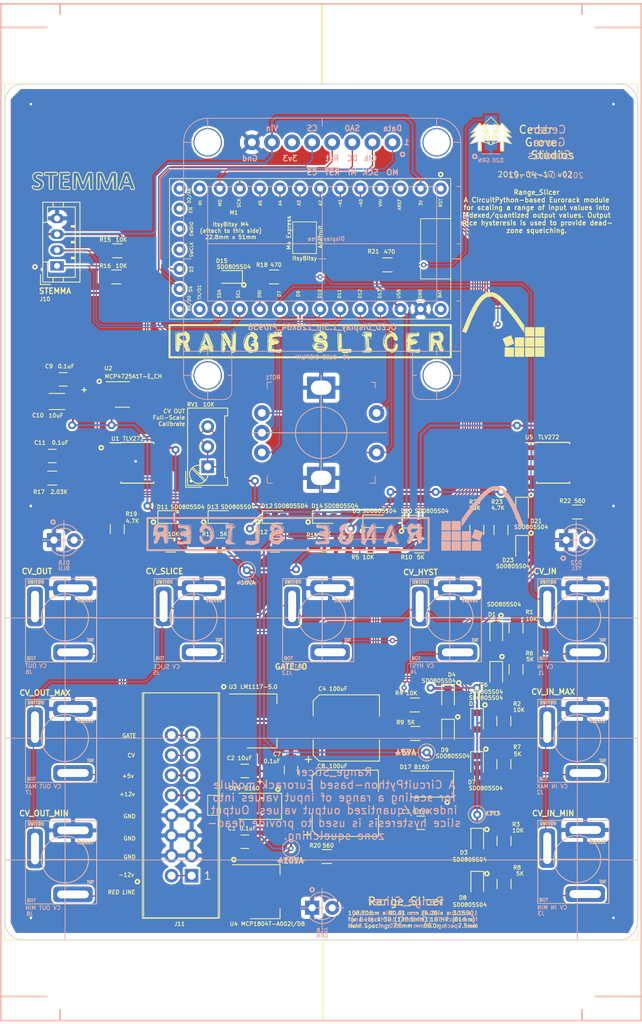
<source format=kicad_pcb>
(kicad_pcb (version 20171130) (host pcbnew "(5.0.0-rc2-dev-444-g2974a2c10)")
  (title_block (title Range_Slicer) (date 2019-04-20) (rev v02) (company "Cedar Grove Studios"))
  (layers (0 F.Cu signal) (31 B.Cu signal) (34 B.Paste user) (35 F.Paste user hide) (36 B.SilkS user) (37 F.SilkS user) (38 B.Mask user) (39 F.Mask user) (44 Edge.Cuts user))
  (net 0 "")
  (net 1 /Gate)
  (net 2 /CV)
  (net 3 /+5v)
  (net 4 /+12v)
  (net 5 /-12v)
  (net 6 GND)
  (net 7 +5VA)
  (net 8 /SCL)
  (net 9 /SDA)
  (net 10 +3V3)
  (net 11 /+12VA)
  (net 12 "Net-(M1-Pad1)")
  (net 13 "Net-(M1-Pad3)")
  (net 14 "Net-(M1-Pad16)")
  (net 15 "Net-(M1-Pad17)")
  (net 16 /+5VR)
  (net 17 /CV_IN)
  (net 18 /CV_IN_MIN)
  (net 19 /CV_OUT_MIN)
  (net 20 /CV_IN_MAX)
  (net 21 /CV_OUT_MAX)
  (net 22 "Net-(D16-Pad2)")
  (net 23 V+)
  (net 24 "Net-(J1-Pad3)")
  (net 25 /POLL)
  (net 26 "Net-(J2-Pad3)")
  (net 27 "Net-(J3-Pad3)")
  (net 28 "Net-(J4-Pad3)")
  (net 29 "Net-(J5-Pad3)")
  (net 30 "Net-(J6-Pad3)")
  (net 31 "Net-(J7-Pad3)")
  (net 32 "Net-(M1-Pad4)")
  (net 33 /CV_OUT)
  (net 34 "Net-(M1-Pad15)")
  (net 35 /~OLED_RST)
  (net 36 "Net-(M1-Pad33)")
  (net 37 /CV_HYST)
  (net 38 "Net-(D18-Pad2)")
  (net 39 "Net-(D20-Pad2)")
  (net 40 "Net-(D22-Pad2)")
  (net 41 "Net-(J6-Pad2)")
  (net 42 "Net-(J8-Pad3)")
  (net 43 /3V3)
  (net 44 /OLED_SCK)
  (net 45 /OLED_MO)
  (net 46 "Net-(M1-Pad20)")
  (net 47 "Net-(M1-Pad21)")
  (net 48 /SELECT_PH_B)
  (net 49 /SELECT_PH_A)
  (net 50 /~SELECT_SW)
  (net 51 "Net-(R19-Pad1)")
  (net 52 "Net-(R22-Pad1)")
  (net 53 "Net-(U5-Pad6)")
  (net 54 /CV_SLICE)
  (net 55 /~OLED_CS)
  (net 56 "Net-(C11-Pad1)")
  (net 57 "Net-(D15-Pad1)")
  (net 58 "Net-(D15-Pad2)")
  (net 59 /~OLED_DC)
  (net 60 "Net-(J12-Pad3)")
  (net 61 "Net-(M1-Pad13)")
  (net 62 /~SELECT_EN)
  (net 63 /GATE_IN)
  (module Connectors:Schurter_4832.2211_3.5mm_TS_jack_vert (layer B.Cu) (at 119.384 107.587)
    (fp_text reference J5 (at -4.699 6.985) (layer B.SilkS) (effects (font (size 0.5 0.5) (thickness 0.1)) (justify mirror)))
    (fp_text value "CV SLICE" (at -3.429 6.223) (layer B.SilkS) (effects (font (size 0.5 0.5) (thickness 0.1)) (justify mirror)))
    (fp_text user BOT (at -4.25 5.15) (layer F.SilkS) (effects (font (size 0.4 0.4) (thickness 0.08))))
    (fp_text user SLEEVE (at 2.55 -2.15) (layer B.SilkS) (effects (font (size 0.4 0.4) (thickness 0.08)) (justify mirror)))
    (fp_text user TIP (at 3.25 2.85) (layer B.SilkS) (effects (font (size 0.4 0.4) (thickness 0.08)) (justify mirror)))
    (fp_text user SWITCH (at -3.683 -4.5) (layer B.SilkS) (effects (font (size 0.4 0.4) (thickness 0.08)) (justify mirror)))
    (fp_text user TOP (at -4.25 5.15) (layer B.SilkS) (effects (font (size 0.4 0.4) (thickness 0.08)) (justify mirror)))
    (fp_text user SWITCH (at -3.7 -4.5) (layer F.SilkS) (effects (font (size 0.4 0.4) (thickness 0.08))))
    (fp_text user SLEEVE (at 2.55 -2.15) (layer F.SilkS) (effects (font (size 0.4 0.4) (thickness 0.08))))
    (fp_text user TIP (at 3.2 2.85) (layer F.SilkS) (effects (font (size 0.4 0.4) (thickness 0.08))))
    (pad 1 thru_hole roundrect (at 1 -3.7) (size 5 2) (drill oval 4 1) (layers *.Cu *.Mask) (net 6 GND))
    (pad 2 thru_hole roundrect (at -3.8 -1.4) (size 2 5) (drill oval 1 4) (layers *.Cu *.Mask) (net 25 /POLL))
    (pad 3 thru_hole roundrect (at 1 4.4) (size 5 2) (drill oval 4 1) (layers *.Cu *.Mask) (net 29 "Net-(J5-Pad3)"))
  )
  (module Connectors:Schurter_4832.2211_3.5mm_TS_jack_vert (layer B.Cu) (at 135.64 107.587)
    (fp_text reference J12 (at -4.445 6.985) (layer B.SilkS) (effects (font (size 0.5 0.5) (thickness 0.1)) (justify mirror)))
    (fp_text value GATE_IO (at -3.683 6.223) (layer B.SilkS) (effects (font (size 0.5 0.5) (thickness 0.1)) (justify mirror)))
    (fp_text user BOT (at -4.25 5.15) (layer F.SilkS) (effects (font (size 0.4 0.4) (thickness 0.08))))
    (fp_text user SLEEVE (at 2.55 -2.15) (layer B.SilkS) (effects (font (size 0.4 0.4) (thickness 0.08)) (justify mirror)))
    (fp_text user TIP (at 3.25 2.85) (layer B.SilkS) (effects (font (size 0.4 0.4) (thickness 0.08)) (justify mirror)))
    (fp_text user SWITCH (at -3.683 -4.5) (layer B.SilkS) (effects (font (size 0.4 0.4) (thickness 0.08)) (justify mirror)))
    (fp_text user TOP (at -4.25 5.15) (layer B.SilkS) (effects (font (size 0.4 0.4) (thickness 0.08)) (justify mirror)))
    (fp_text user SWITCH (at -3.7 -4.5) (layer F.SilkS) (effects (font (size 0.4 0.4) (thickness 0.08))))
    (fp_text user SLEEVE (at 2.55 -2.15) (layer F.SilkS) (effects (font (size 0.4 0.4) (thickness 0.08))))
    (fp_text user TIP (at 3.2 2.85) (layer F.SilkS) (effects (font (size 0.4 0.4) (thickness 0.08))))
    (pad 1 thru_hole roundrect (at 1 -3.7) (size 5 2) (drill oval 4 1) (layers *.Cu *.Mask) (net 6 GND))
    (pad 2 thru_hole roundrect (at -3.8 -1.4) (size 2 5) (drill oval 1 4) (layers *.Cu *.Mask) (net 25 /POLL))
    (pad 3 thru_hole roundrect (at 1 4.4) (size 5 2) (drill oval 4 1) (layers *.Cu *.Mask) (net 60 "Net-(J12-Pad3)"))
  )
  (module Connectors:Schurter_4832.2211_3.5mm_TS_jack_vert (layer B.Cu) (at 167.898 107.6)
    (fp_text reference J1 (at -4.572 6.985) (layer B.SilkS) (effects (font (size 0.5 0.5) (thickness 0.1)) (justify mirror)))
    (fp_text value "CV IN" (at -4.064 6.223) (layer B.SilkS) (effects (font (size 0.5 0.5) (thickness 0.1)) (justify mirror)))
    (fp_text user BOT (at -4.25 5.15) (layer F.SilkS) (effects (font (size 0.4 0.4) (thickness 0.08))))
    (fp_text user SLEEVE (at 2.55 -2.15) (layer B.SilkS) (effects (font (size 0.4 0.4) (thickness 0.08)) (justify mirror)))
    (fp_text user TIP (at 3.25 2.85) (layer B.SilkS) (effects (font (size 0.4 0.4) (thickness 0.08)) (justify mirror)))
    (fp_text user SWITCH (at -3.683 -4.5) (layer B.SilkS) (effects (font (size 0.4 0.4) (thickness 0.08)) (justify mirror)))
    (fp_text user TOP (at -4.25 5.15) (layer B.SilkS) (effects (font (size 0.4 0.4) (thickness 0.08)) (justify mirror)))
    (fp_text user SWITCH (at -3.7 -4.5) (layer F.SilkS) (effects (font (size 0.4 0.4) (thickness 0.08))))
    (fp_text user SLEEVE (at 2.55 -2.15) (layer F.SilkS) (effects (font (size 0.4 0.4) (thickness 0.08))))
    (fp_text user TIP (at 3.2 2.85) (layer F.SilkS) (effects (font (size 0.4 0.4) (thickness 0.08))))
    (pad 1 thru_hole roundrect (at 1 -3.7) (size 5 2) (drill oval 4 1) (layers *.Cu *.Mask) (net 6 GND))
    (pad 2 thru_hole roundrect (at -3.8 -1.4) (size 2 5) (drill oval 1 4) (layers *.Cu *.Mask) (net 25 /POLL))
    (pad 3 thru_hole roundrect (at 1 4.4) (size 5 2) (drill oval 4 1) (layers *.Cu *.Mask) (net 24 "Net-(J1-Pad3)"))
  )
  (module Connectors:Schurter_4832.2211_3.5mm_TS_jack_vert (layer B.Cu) (at 167.898 122.85)
    (fp_text reference J2 (at -4.699 6.858) (layer B.SilkS) (effects (font (size 0.5 0.5) (thickness 0.1)) (justify mirror)))
    (fp_text value "CV IN MAX" (at -3.175 6.096) (layer B.SilkS) (effects (font (size 0.5 0.5) (thickness 0.1)) (justify mirror)))
    (fp_text user BOT (at -4.25 5.15) (layer F.SilkS) (effects (font (size 0.4 0.4) (thickness 0.08))))
    (fp_text user SLEEVE (at 2.55 -2.15) (layer B.SilkS) (effects (font (size 0.4 0.4) (thickness 0.08)) (justify mirror)))
    (fp_text user TIP (at 3.25 2.85) (layer B.SilkS) (effects (font (size 0.4 0.4) (thickness 0.08)) (justify mirror)))
    (fp_text user SWITCH (at -3.683 -4.5) (layer B.SilkS) (effects (font (size 0.4 0.4) (thickness 0.08)) (justify mirror)))
    (fp_text user TOP (at -4.25 5.15) (layer B.SilkS) (effects (font (size 0.4 0.4) (thickness 0.08)) (justify mirror)))
    (fp_text user SWITCH (at -3.7 -4.5) (layer F.SilkS) (effects (font (size 0.4 0.4) (thickness 0.08))))
    (fp_text user SLEEVE (at 2.55 -2.15) (layer F.SilkS) (effects (font (size 0.4 0.4) (thickness 0.08))))
    (fp_text user TIP (at 3.2 2.85) (layer F.SilkS) (effects (font (size 0.4 0.4) (thickness 0.08))))
    (pad 1 thru_hole roundrect (at 1 -3.7) (size 5 2) (drill oval 4 1) (layers *.Cu *.Mask) (net 6 GND))
    (pad 2 thru_hole roundrect (at -3.8 -1.4) (size 2 5) (drill oval 1 4) (layers *.Cu *.Mask) (net 25 /POLL))
    (pad 3 thru_hole roundrect (at 1 4.4) (size 5 2) (drill oval 4 1) (layers *.Cu *.Mask) (net 26 "Net-(J2-Pad3)"))
  )
  (module Connectors:Schurter_4832.2211_3.5mm_TS_jack_vert (layer B.Cu) (at 167.898 138.15)
    (fp_text reference J3 (at -4.572 6.858) (layer B.SilkS) (effects (font (size 0.5 0.5) (thickness 0.1)) (justify mirror)))
    (fp_text value "CV IN MIN" (at -3.175 6.096) (layer B.SilkS) (effects (font (size 0.5 0.5) (thickness 0.1)) (justify mirror)))
    (fp_text user BOT (at -4.25 5.15) (layer F.SilkS) (effects (font (size 0.4 0.4) (thickness 0.08))))
    (fp_text user SLEEVE (at 2.55 -2.15) (layer B.SilkS) (effects (font (size 0.4 0.4) (thickness 0.08)) (justify mirror)))
    (fp_text user TIP (at 3.25 2.85) (layer B.SilkS) (effects (font (size 0.4 0.4) (thickness 0.08)) (justify mirror)))
    (fp_text user SWITCH (at -3.683 -4.5) (layer B.SilkS) (effects (font (size 0.4 0.4) (thickness 0.08)) (justify mirror)))
    (fp_text user TOP (at -4.25 5.15) (layer B.SilkS) (effects (font (size 0.4 0.4) (thickness 0.08)) (justify mirror)))
    (fp_text user SWITCH (at -3.7 -4.5) (layer F.SilkS) (effects (font (size 0.4 0.4) (thickness 0.08))))
    (fp_text user SLEEVE (at 2.55 -2.15) (layer F.SilkS) (effects (font (size 0.4 0.4) (thickness 0.08))))
    (fp_text user TIP (at 3.2 2.85) (layer F.SilkS) (effects (font (size 0.4 0.4) (thickness 0.08))))
    (pad 1 thru_hole roundrect (at 1 -3.7) (size 5 2) (drill oval 4 1) (layers *.Cu *.Mask) (net 6 GND))
    (pad 2 thru_hole roundrect (at -3.8 -1.4) (size 2 5) (drill oval 1 4) (layers *.Cu *.Mask) (net 25 /POLL))
    (pad 3 thru_hole roundrect (at 1 4.4) (size 5 2) (drill oval 4 1) (layers *.Cu *.Mask) (net 27 "Net-(J3-Pad3)"))
  )
  (module Connectors:Schurter_4832.2211_3.5mm_TS_jack_vert (layer B.Cu) (at 151.769 107.6)
    (fp_text reference J4 (at -4.572 6.858) (layer B.SilkS) (effects (font (size 0.5 0.5) (thickness 0.1)) (justify mirror)))
    (fp_text value "CV HYST" (at -3.556 6.096) (layer B.SilkS) (effects (font (size 0.5 0.5) (thickness 0.1)) (justify mirror)))
    (fp_text user BOT (at -4.25 5.15) (layer F.SilkS) (effects (font (size 0.4 0.4) (thickness 0.08))))
    (fp_text user SLEEVE (at 2.55 -2.15) (layer B.SilkS) (effects (font (size 0.4 0.4) (thickness 0.08)) (justify mirror)))
    (fp_text user TIP (at 3.25 2.85) (layer B.SilkS) (effects (font (size 0.4 0.4) (thickness 0.08)) (justify mirror)))
    (fp_text user SWITCH (at -3.683 -4.5) (layer B.SilkS) (effects (font (size 0.4 0.4) (thickness 0.08)) (justify mirror)))
    (fp_text user TOP (at -4.25 5.15) (layer B.SilkS) (effects (font (size 0.4 0.4) (thickness 0.08)) (justify mirror)))
    (fp_text user SWITCH (at -3.7 -4.5) (layer F.SilkS) (effects (font (size 0.4 0.4) (thickness 0.08))))
    (fp_text user SLEEVE (at 2.55 -2.15) (layer F.SilkS) (effects (font (size 0.4 0.4) (thickness 0.08))))
    (fp_text user TIP (at 3.2 2.85) (layer F.SilkS) (effects (font (size 0.4 0.4) (thickness 0.08))))
    (pad 1 thru_hole roundrect (at 1 -3.7) (size 5 2) (drill oval 4 1) (layers *.Cu *.Mask) (net 6 GND))
    (pad 2 thru_hole roundrect (at -3.8 -1.4) (size 2 5) (drill oval 1 4) (layers *.Cu *.Mask) (net 25 /POLL))
    (pad 3 thru_hole roundrect (at 1 4.4) (size 5 2) (drill oval 4 1) (layers *.Cu *.Mask) (net 28 "Net-(J4-Pad3)"))
  )
  (module Connectors:Schurter_4832.2211_3.5mm_TS_jack_vert (layer B.Cu) (at 103.128 107.6)
    (fp_text reference J6 (at -4.572 6.858) (layer B.SilkS) (effects (font (size 0.5 0.5) (thickness 0.1)) (justify mirror)))
    (fp_text value "CV OUT" (at -3.683 6.096) (layer B.SilkS) (effects (font (size 0.5 0.5) (thickness 0.1)) (justify mirror)))
    (fp_text user BOT (at -4.25 5.15) (layer F.SilkS) (effects (font (size 0.4 0.4) (thickness 0.08))))
    (fp_text user SLEEVE (at 2.55 -2.15) (layer B.SilkS) (effects (font (size 0.4 0.4) (thickness 0.08)) (justify mirror)))
    (fp_text user TIP (at 3.25 2.85) (layer B.SilkS) (effects (font (size 0.4 0.4) (thickness 0.08)) (justify mirror)))
    (fp_text user SWITCH (at -3.683 -4.5) (layer B.SilkS) (effects (font (size 0.4 0.4) (thickness 0.08)) (justify mirror)))
    (fp_text user TOP (at -4.25 5.15) (layer B.SilkS) (effects (font (size 0.4 0.4) (thickness 0.08)) (justify mirror)))
    (fp_text user SWITCH (at -3.7 -4.5) (layer F.SilkS) (effects (font (size 0.4 0.4) (thickness 0.08))))
    (fp_text user SLEEVE (at 2.55 -2.15) (layer F.SilkS) (effects (font (size 0.4 0.4) (thickness 0.08))))
    (fp_text user TIP (at 3.2 2.85) (layer F.SilkS) (effects (font (size 0.4 0.4) (thickness 0.08))))
    (pad 1 thru_hole roundrect (at 1 -3.7) (size 5 2) (drill oval 4 1) (layers *.Cu *.Mask) (net 6 GND))
    (pad 2 thru_hole roundrect (at -3.8 -1.4) (size 2 5) (drill oval 1 4) (layers *.Cu *.Mask) (net 41 "Net-(J6-Pad2)"))
    (pad 3 thru_hole roundrect (at 1 4.4) (size 5 2) (drill oval 4 1) (layers *.Cu *.Mask) (net 30 "Net-(J6-Pad3)"))
  )
  (module Connectors:Schurter_4832.2211_3.5mm_TS_jack_vert (layer B.Cu) (at 103.128 122.85)
    (fp_text reference J7 (at -4.572 6.858) (layer B.SilkS) (effects (font (size 0.5 0.5) (thickness 0.1)) (justify mirror)))
    (fp_text value "CV OUT MAX" (at -2.794 6.096) (layer B.SilkS) (effects (font (size 0.5 0.5) (thickness 0.1)) (justify mirror)))
    (fp_text user BOT (at -4.25 5.15) (layer F.SilkS) (effects (font (size 0.4 0.4) (thickness 0.08))))
    (fp_text user SLEEVE (at 2.55 -2.15) (layer B.SilkS) (effects (font (size 0.4 0.4) (thickness 0.08)) (justify mirror)))
    (fp_text user TIP (at 3.25 2.85) (layer B.SilkS) (effects (font (size 0.4 0.4) (thickness 0.08)) (justify mirror)))
    (fp_text user SWITCH (at -3.683 -4.5) (layer B.SilkS) (effects (font (size 0.4 0.4) (thickness 0.08)) (justify mirror)))
    (fp_text user TOP (at -4.25 5.15) (layer B.SilkS) (effects (font (size 0.4 0.4) (thickness 0.08)) (justify mirror)))
    (fp_text user SWITCH (at -3.7 -4.5) (layer F.SilkS) (effects (font (size 0.4 0.4) (thickness 0.08))))
    (fp_text user SLEEVE (at 2.55 -2.15) (layer F.SilkS) (effects (font (size 0.4 0.4) (thickness 0.08))))
    (fp_text user TIP (at 3.2 2.85) (layer F.SilkS) (effects (font (size 0.4 0.4) (thickness 0.08))))
    (pad 1 thru_hole roundrect (at 1 -3.7) (size 5 2) (drill oval 4 1) (layers *.Cu *.Mask) (net 6 GND))
    (pad 2 thru_hole roundrect (at -3.8 -1.4) (size 2 5) (drill oval 1 4) (layers *.Cu *.Mask) (net 25 /POLL))
    (pad 3 thru_hole roundrect (at 1 4.4) (size 5 2) (drill oval 4 1) (layers *.Cu *.Mask) (net 31 "Net-(J7-Pad3)"))
  )
  (module Connectors:Schurter_4832.2211_3.5mm_TS_jack_vert (layer B.Cu) (at 103.128 138.202)
    (fp_text reference J8 (at -4.445 6.858) (layer B.SilkS) (effects (font (size 0.5 0.5) (thickness 0.1)) (justify mirror)))
    (fp_text value "CV OUT MIN" (at -2.794 6.096) (layer B.SilkS) (effects (font (size 0.5 0.5) (thickness 0.1)) (justify mirror)))
    (fp_text user BOT (at -4.25 5.15) (layer F.SilkS) (effects (font (size 0.4 0.4) (thickness 0.08))))
    (fp_text user SLEEVE (at 2.55 -2.15) (layer B.SilkS) (effects (font (size 0.4 0.4) (thickness 0.08)) (justify mirror)))
    (fp_text user TIP (at 3.25 2.85) (layer B.SilkS) (effects (font (size 0.4 0.4) (thickness 0.08)) (justify mirror)))
    (fp_text user SWITCH (at -3.683 -4.5) (layer B.SilkS) (effects (font (size 0.4 0.4) (thickness 0.08)) (justify mirror)))
    (fp_text user TOP (at -4.25 5.15) (layer B.SilkS) (effects (font (size 0.4 0.4) (thickness 0.08)) (justify mirror)))
    (fp_text user SWITCH (at -3.7 -4.5) (layer F.SilkS) (effects (font (size 0.4 0.4) (thickness 0.08))))
    (fp_text user SLEEVE (at 2.55 -2.15) (layer F.SilkS) (effects (font (size 0.4 0.4) (thickness 0.08))))
    (fp_text user TIP (at 3.2 2.85) (layer F.SilkS) (effects (font (size 0.4 0.4) (thickness 0.08))))
    (pad 1 thru_hole roundrect (at 1 -3.7) (size 5 2) (drill oval 4 1) (layers *.Cu *.Mask) (net 6 GND))
    (pad 2 thru_hole roundrect (at -3.8 -1.4) (size 2 5) (drill oval 1 4) (layers *.Cu *.Mask) (net 25 /POLL))
    (pad 3 thru_hole roundrect (at 1 4.4) (size 5 2) (drill oval 4 1) (layers *.Cu *.Mask) (net 42 "Net-(J8-Pad3)"))
  )
  (module Adafruit:LED_D3.0m_crosshairs (layer B.Cu) (at 166.501 97.808)
    (fp_text reference D22 (at 1.27 2.85) (layer B.SilkS) (effects (font (size 0.5 0.5) (thickness 0.1)) (justify mirror)))
    (fp_text value YEL (at 1.27 3.55) (layer B.SilkS) (effects (font (size 0.5 0.5) (thickness 0.1)) (justify mirror)))
    (pad 1 thru_hole rect (at 0 0) (size 1.8 1.8) (drill 0.9) (layers *.Cu *.Mask) (net 6 GND))
    (pad 2 thru_hole circle (at 2.54 0) (size 1.8 1.8) (drill 0.9) (layers *.Cu *.Mask) (net 40 "Net-(D22-Pad2)"))
  )
  (module Adafruit:LED_D3.0m_crosshairs (layer B.Cu) (at 101.731 97.808)
    (fp_text reference D16 (at 1.27 2.85) (layer B.SilkS) (effects (font (size 0.5 0.5) (thickness 0.1)) (justify mirror)))
    (fp_text value BLU (at 1.27 3.55) (layer B.SilkS) (effects (font (size 0.5 0.5) (thickness 0.1)) (justify mirror)))
    (pad 1 thru_hole rect (at 0 0) (size 1.8 1.8) (drill 0.9) (layers *.Cu *.Mask) (net 6 GND))
    (pad 2 thru_hole circle (at 2.54 0) (size 1.8 1.8) (drill 0.9) (layers *.Cu *.Mask) (net 22 "Net-(D16-Pad2)"))
  )
  (module Adafruit:LED_D3.0m_crosshairs (layer B.Cu) (at 134.37 144.29)
    (fp_text reference D18 (at 1.27 2.85) (layer B.SilkS) (effects (font (size 0.5 0.5) (thickness 0.1)) (justify mirror)))
    (fp_text value GRN (at 1.27 3.55) (layer B.SilkS) (effects (font (size 0.5 0.5) (thickness 0.1)) (justify mirror)))
    (pad 1 thru_hole rect (at 0 0) (size 1.8 1.8) (drill 0.9) (layers *.Cu *.Mask) (net 6 GND))
    (pad 2 thru_hole circle (at 2.54 0) (size 1.8 1.8) (drill 0.9) (layers *.Cu *.Mask) (net 38 "Net-(D18-Pad2)"))
  )
  (module digikey-footprints:Rotary_Encoder_Switched_PEC11R_mntg_hole (layer B.Cu) (at 135.513 89.934 90)
    (fp_text reference ROT1 (at 12.7 -6.096 180) (layer B.SilkS) (effects (font (size 0.5 0.5) (thickness 0.1)) (justify mirror)))
    (fp_text value SELECT)
    (pad C thru_hole circle (at 8.2 -7.5 90) (size 2 2) (drill 1) (layers *.Cu *.Mask) (net 62 /~SELECT_EN))
    (pad B thru_hole circle (at 5.7 -7.5 90) (size 2 2) (drill 1) (layers *.Cu *.Mask) (net 48 /SELECT_PH_B))
    (pad A thru_hole circle (at 3.2 -7.5 90) (size 2 2) (drill 1) (layers *.Cu *.Mask) (net 49 /SELECT_PH_A))
    (pad 2 thru_hole circle (at 8.2 7 90) (size 2 2) (drill 1) (layers *.Cu *.Mask) (net 50 /~SELECT_SW))
    (pad 1 thru_hole circle (at 3.2 7 90) (size 2 2) (drill 1) (layers *.Cu *.Mask) (net 62 /~SELECT_EN))
    (pad 3 thru_hole rect (at 11.4 0 90) (size 2.8 3.6) (drill oval 1.8 2.6) (layers *.Cu *.Mask) (net 6 GND))
    (pad 3 thru_hole rect (at 0 0 90) (size 2.8 3.6) (drill oval 1.8 2.6) (layers *.Cu *.Mask) (net 6 GND))
  )
  (module Diodes_SMD:D_0805 (layer F.Cu) (at 123.956 64.534 180)
    (fp_text reference D15 (at 1.016 2.032) (layer F.SilkS) (effects (font (size 0.5 0.5) (thickness 0.1))))
    (fp_text value SD0805S04 (at -0.508 1.27) (layer F.SilkS) (effects (font (size 0.5 0.5) (thickness 0.1))))
    (pad 2 smd rect (at 1.05 0 180) (size 0.8 0.9) (layers F.Cu F.Paste F.Mask) (net 58 "Net-(D15-Pad2)"))
    (pad 1 smd rect (at -1.05 0 180) (size 0.8 0.9) (layers F.Cu F.Paste F.Mask) (net 57 "Net-(D15-Pad1)"))
  )
  (module Adafruit:Range_Slicer_Logo (layer B.Cu) (at 155.452 95.014 180)
    (fp_text reference G***)
    (fp_text value Range_Slicer_Logo)
  )
  (module Adafruit:Range_Slicer_dymo (layer B.Cu) (at 131.195 96.919 180)
    (fp_text reference G***)
    (fp_text value Range_Slicer_dymo)
  )
  (module Resistors_SMD:R_0805_HandSoldering (layer F.Cu) (at 158.612189 120.695595 90)
    (fp_text reference R2 (at 2.186595 1.665811 -180) (layer F.SilkS) (effects (font (size 0.5 0.5) (thickness 0.1))))
    (fp_text value 10K (at 1.424595 1.919811 -180) (layer F.SilkS) (effects (font (size 0.5 0.5) (thickness 0.1))))
    (pad 2 smd rect (at 1.35 0 90) (size 1.5 1.3) (layers F.Cu F.Paste F.Mask) (net 20 /CV_IN_MAX))
    (pad 1 smd rect (at -1.35 0 90) (size 1.5 1.3) (layers F.Cu F.Paste F.Mask) (net 26 "Net-(J2-Pad3)"))
  )
  (module Resistors_SMD:R_0805_HandSoldering (layer F.Cu) (at 136.021 98.443)
    (fp_text reference R14 (at -1.651 -1.27) (layer F.SilkS) (effects (font (size 0.5 0.5) (thickness 0.1))))
    (fp_text value 5K (at 0.254 -1.397) (layer F.SilkS) (effects (font (size 0.5 0.5) (thickness 0.1))))
    (pad 1 smd rect (at -1.35 0) (size 1.5 1.3) (layers F.Cu F.Paste F.Mask) (net 19 /CV_OUT_MIN))
    (pad 2 smd rect (at 1.35 0) (size 1.5 1.3) (layers F.Cu F.Paste F.Mask) (net 6 GND))
  )
  (module Resistors_SMD:R_0805_HandSoldering (layer F.Cu) (at 109.605 64.534 180)
    (fp_text reference R16 (at 1.397 1.397) (layer F.SilkS) (effects (font (size 0.5 0.5) (thickness 0.1))))
    (fp_text value 10K (at -0.635 1.397) (layer F.SilkS) (effects (font (size 0.5 0.5) (thickness 0.1))))
    (pad 2 smd rect (at 1.35 0 180) (size 1.5 1.3) (layers F.Cu F.Paste F.Mask) (net 8 /SCL))
    (pad 1 smd rect (at -1.35 0 180) (size 1.5 1.3) (layers F.Cu F.Paste F.Mask) (net 10 +3V3))
  )
  (module Resistors_SMD:R_0805_HandSoldering (layer F.Cu) (at 109.732 61.232 180)
    (fp_text reference R15 (at 1.524 1.397) (layer F.SilkS) (effects (font (size 0.5 0.5) (thickness 0.1))))
    (fp_text value 10K (at -0.508 1.397) (layer F.SilkS) (effects (font (size 0.5 0.5) (thickness 0.1))))
    (pad 2 smd rect (at 1.35 0 180) (size 1.5 1.3) (layers F.Cu F.Paste F.Mask) (net 9 /SDA))
    (pad 1 smd rect (at -1.35 0 180) (size 1.5 1.3) (layers F.Cu F.Paste F.Mask) (net 10 +3V3))
  )
  (module Diodes_SMD:D_0805 (layer F.Cu) (at 157.65 114.75 270)
    (fp_text reference D6 (at 1.346 1.563) (layer F.SilkS) (effects (font (size 0.5 0.5) (thickness 0.1))))
    (fp_text value SD0805S04 (at 2.235 1.309) (layer F.SilkS) (effects (font (size 0.5 0.5) (thickness 0.1))))
    (pad 1 smd rect (at -1.05 0 270) (size 0.8 0.9) (layers F.Cu F.Paste F.Mask) (net 17 /CV_IN))
    (pad 2 smd rect (at 1.05 0 270) (size 0.8 0.9) (layers F.Cu F.Paste F.Mask) (net 6 GND))
  )
  (module Diodes_SMD:D_0805 (layer F.Cu) (at 155.244529 141.284591 270)
    (fp_text reference D8 (at 1.735409 1.824529) (layer F.SilkS) (effects (font (size 0.5 0.5) (thickness 0.1))))
    (fp_text value SD0805S04 (at 2.624409 0.935529) (layer F.SilkS) (effects (font (size 0.5 0.5) (thickness 0.1))))
    (pad 2 smd rect (at 1.05 0 270) (size 0.8 0.9) (layers F.Cu F.Paste F.Mask) (net 6 GND))
    (pad 1 smd rect (at -1.05 0 270) (size 0.8 0.9) (layers F.Cu F.Paste F.Mask) (net 18 /CV_IN_MIN))
  )
  (module Diodes_SMD:D_0805 (layer F.Cu) (at 151.55 122.05 270)
    (fp_text reference D9 (at 2.301 0.416) (layer F.SilkS) (effects (font (size 0.5 0.5) (thickness 0.1))))
    (fp_text value SD0805S04 (at 3.063 -0.6) (layer F.SilkS) (effects (font (size 0.5 0.5) (thickness 0.1))))
    (pad 2 smd rect (at 1.05 0 270) (size 0.8 0.9) (layers F.Cu F.Paste F.Mask) (net 6 GND))
    (pad 1 smd rect (at -1.05 0 270) (size 0.8 0.9) (layers F.Cu F.Paste F.Mask) (net 37 /CV_HYST))
  )
  (module Connectors:IDC_Header_Straight_16pins (layer F.Cu) (at 119.13 140.226 90)
    (fp_text reference J11 (at -6.096 -1.524 180) (layer F.SilkS) (effects (font (size 0.5 0.5) (thickness 0.1))))
    (fp_text value "Eurorack Power")
    (fp_text user 1 (at 0 2.032 180) (layer F.SilkS) (effects (font (thickness 0.12))))
    (pad 1 thru_hole rect (at 0 0 90) (size 1.7272 1.7272) (drill 1.016) (layers *.Cu *.Mask) (net 5 /-12v))
    (pad 2 thru_hole oval (at 0 -2.54 90) (size 1.7272 1.7272) (drill 1.016) (layers *.Cu *.Mask) (net 5 /-12v))
    (pad 3 thru_hole oval (at 2.54 0 90) (size 1.7272 1.7272) (drill 1.016) (layers *.Cu *.Mask) (net 6 GND))
    (pad 4 thru_hole oval (at 2.54 -2.54 90) (size 1.7272 1.7272) (drill 1.016) (layers *.Cu *.Mask) (net 6 GND))
    (pad 5 thru_hole oval (at 5.08 0 90) (size 1.7272 1.7272) (drill 1.016) (layers *.Cu *.Mask) (net 6 GND))
    (pad 6 thru_hole oval (at 5.08 -2.54 90) (size 1.7272 1.7272) (drill 1.016) (layers *.Cu *.Mask) (net 6 GND))
    (pad 7 thru_hole oval (at 7.62 0 90) (size 1.7272 1.7272) (drill 1.016) (layers *.Cu *.Mask) (net 6 GND))
    (pad 8 thru_hole oval (at 7.62 -2.54 90) (size 1.7272 1.7272) (drill 1.016) (layers *.Cu *.Mask) (net 6 GND))
    (pad 9 thru_hole oval (at 10.16 0 90) (size 1.7272 1.7272) (drill 1.016) (layers *.Cu *.Mask) (net 4 /+12v))
    (pad 10 thru_hole oval (at 10.16 -2.54 90) (size 1.7272 1.7272) (drill 1.016) (layers *.Cu *.Mask) (net 4 /+12v))
    (pad 11 thru_hole oval (at 12.7 0 90) (size 1.7272 1.7272) (drill 1.016) (layers *.Cu *.Mask) (net 3 /+5v))
    (pad 12 thru_hole oval (at 12.7 -2.54 90) (size 1.7272 1.7272) (drill 1.016) (layers *.Cu *.Mask) (net 3 /+5v))
    (pad 13 thru_hole oval (at 15.24 0 90) (size 1.7272 1.7272) (drill 1.016) (layers *.Cu *.Mask) (net 2 /CV))
    (pad 14 thru_hole oval (at 15.24 -2.54 90) (size 1.7272 1.7272) (drill 1.016) (layers *.Cu *.Mask) (net 2 /CV))
    (pad 15 thru_hole oval (at 17.78 0 90) (size 1.7272 1.7272) (drill 1.016) (layers *.Cu *.Mask) (net 1 /Gate))
    (pad 16 thru_hole oval (at 17.78 -2.54 90) (size 1.7272 1.7272) (drill 1.016) (layers *.Cu *.Mask) (net 1 /Gate))
  )
  (module "Adafruit:ItsyBitsy M4 Express" (layer F.Cu) (at 134.116 60.978 270)
    (fp_text reference M1 (at -4.572 9.652) (layer F.SilkS) (effects (font (size 0.5 0.5) (thickness 0.1))))
    (fp_text value ItsyBitsy_M4_Express)
    (fp_text user RST (at -5.8 -16.5 270) (layer F.SilkS) (effects (font (size 0.4 0.4) (thickness 0.08))))
    (fp_text user 3V (at -5.8 -14 270) (layer F.SilkS) (effects (font (size 0.4 0.4) (thickness 0.08))))
    (fp_text user AREF (at -5.6 -11.3 270) (layer F.SilkS) (effects (font (size 0.4 0.4) (thickness 0.08))))
    (fp_text user VHI (at -5.8 -8.9 270) (layer F.SilkS) (effects (font (size 0.4 0.4) (thickness 0.08))))
    (fp_text user ~~A0 (at -5.8 -6.4 270) (layer F.SilkS) (effects (font (size 0.4 0.4) (thickness 0.08))))
    (fp_text user ~~A1 (at -5.8 -3.8 270) (layer F.SilkS) (effects (font (size 0.4 0.4) (thickness 0.08))))
    (fp_text user A2 (at -5.8 -1.3 270) (layer F.SilkS) (effects (font (size 0.4 0.4) (thickness 0.08))))
    (fp_text user A3 (at -5.8 1.4 270) (layer F.SilkS) (effects (font (size 0.4 0.4) (thickness 0.08))))
    (fp_text user A5 (at -5.8 6.3 270) (layer F.SilkS) (effects (font (size 0.4 0.4) (thickness 0.08))))
    (fp_text user A4 (at -5.8 3.8 270) (layer F.SilkS) (effects (font (size 0.4 0.4) (thickness 0.08))))
    (fp_text user MI (at -5.8 13.9 270) (layer F.SilkS) (effects (font (size 0.4 0.4) (thickness 0.08))))
    (fp_text user MO (at -5.8 11.4 270) (layer F.SilkS) (effects (font (size 0.4 0.4) (thickness 0.08))))
    (fp_text user SCK (at -5.8 9 270) (layer F.SilkS) (effects (font (size 0.4 0.4) (thickness 0.08))))
    (fp_text user SCL (at 5.7 9.1 270) (layer F.SilkS) (effects (font (size 0.4 0.4) (thickness 0.08))))
    (fp_text user BAT (at 5.7 -16.4 270) (layer F.SilkS) (effects (font (size 0.4 0.4) (thickness 0.08))))
    (fp_text user D12 (at 5.7 -6.3 270) (layer F.SilkS) (effects (font (size 0.4 0.4) (thickness 0.08))))
    (fp_text user GND (at 5.7 -13.9 270) (layer F.SilkS) (effects (font (size 0.4 0.4) (thickness 0.08))))
    (fp_text user D11 (at 5.7 -3.7 270) (layer F.SilkS) (effects (font (size 0.4 0.4) (thickness 0.08))))
    (fp_text user D7 (at 5.7 3.9 270) (layer F.SilkS) (effects (font (size 0.4 0.4) (thickness 0.08))))
    (fp_text user D5! (at 5.7 6.4 270) (layer F.SilkS) (effects (font (size 0.4 0.4) (thickness 0.08))))
    (fp_text user D10 (at 5.7 -1.2 270) (layer F.SilkS) (effects (font (size 0.4 0.4) (thickness 0.08))))
    (fp_text user D13 (at 5.7 -8.8 270) (layer F.SilkS) (effects (font (size 0.4 0.4) (thickness 0.08))))
    (fp_text user D9 (at 5.7 1.5 270) (layer F.SilkS) (effects (font (size 0.4 0.4) (thickness 0.08))))
    (fp_text user TX/D1 (at 5.5 14 270) (layer F.SilkS) (effects (font (size 0.4 0.4) (thickness 0.08))))
    (fp_text user USB (at 5.7 -11.2 270) (layer F.SilkS) (effects (font (size 0.4 0.4) (thickness 0.08))))
    (fp_text user SDA (at 5.7 11.5 270) (layer F.SilkS) (effects (font (size 0.4 0.4) (thickness 0.08))))
    (fp_text user D2/A6 (at -6.7 15.3 270) (layer F.SilkS) (effects (font (size 0.4 0.4) (thickness 0.08))))
    (fp_text user EN (at -4.9 15.1 270) (layer F.SilkS) (effects (font (size 0.4 0.4) (thickness 0.08))))
    (fp_text user RX/D0 (at 6.9 15.3 270) (layer F.SilkS) (effects (font (size 0.4 0.4) (thickness 0.08))))
    (fp_text user D4 (at 5.1 15.1 270) (layer F.SilkS) (effects (font (size 0.4 0.4) (thickness 0.08))))
    (fp_text user D3 (at 2.6 15 270) (layer F.SilkS) (effects (font (size 0.4 0.4) (thickness 0.08))))
    (fp_text user SWDIO (at -2.5 15 270) (layer F.SilkS) (effects (font (size 0.4 0.4) (thickness 0.08))))
    (fp_text user SWCLK (at 0.1 15 270) (layer F.SilkS) (effects (font (size 0.4 0.4) (thickness 0.08))))
    (fp_text user Adafruit (at -1.5 -1.3 270) (layer F.SilkS) (effects (font (size 0.5 0.5) (thickness 0.1))))
    (fp_text user ItsyBitsy (at 1.2 0.7 180) (layer F.SilkS) (effects (font (size 0.5 0.5) (thickness 0.1))))
    (fp_text user "M4 Express" (at -2.032 2.7 90 unlocked) (layer F.SilkS) (effects (font (size 0.5 0.5) (thickness 0.1))))
    (pad 1 thru_hole circle (at -7.62 -16.51 270) (size 1.524 1.524) (drill 0.762) (layers *.Cu *.Mask) (net 12 "Net-(M1-Pad1)"))
    (pad 2 thru_hole circle (at -7.62 -13.97 270) (size 1.524 1.524) (drill 0.762) (layers *.Cu *.Mask) (net 10 +3V3))
    (pad 3 thru_hole circle (at -7.62 -11.43 270) (size 1.524 1.524) (drill 0.762) (layers *.Cu *.Mask) (net 13 "Net-(M1-Pad3)"))
    (pad 4 thru_hole circle (at -7.62 -8.89 270) (size 1.524 1.524) (drill 0.762) (layers *.Cu *.Mask) (net 32 "Net-(M1-Pad4)"))
    (pad 5 thru_hole circle (at -7.62 -6.35 270) (size 1.524 1.524) (drill 0.762) (layers *.Cu *.Mask) (net 17 /CV_IN))
    (pad 6 thru_hole circle (at -7.62 -3.81 270) (size 1.524 1.524) (drill 0.762) (layers *.Cu *.Mask) (net 20 /CV_IN_MAX))
    (pad 7 thru_hole circle (at -7.62 -1.27 270) (size 1.524 1.524) (drill 0.762) (layers *.Cu *.Mask) (net 18 /CV_IN_MIN))
    (pad 8 thru_hole circle (at -7.62 1.27 270) (size 1.524 1.524) (drill 0.762) (layers *.Cu *.Mask) (net 37 /CV_HYST))
    (pad 9 thru_hole circle (at -7.62 3.81 270) (size 1.524 1.524) (drill 0.762) (layers *.Cu *.Mask) (net 54 /CV_SLICE))
    (pad 10 thru_hole circle (at -7.62 6.35 270) (size 1.524 1.524) (drill 0.762) (layers *.Cu *.Mask) (net 19 /CV_OUT_MIN))
    (pad 11 thru_hole circle (at -7.62 8.89 270) (size 1.524 1.524) (drill 0.762) (layers *.Cu *.Mask) (net 44 /OLED_SCK))
    (pad 12 thru_hole circle (at -7.62 11.43 270) (size 1.524 1.524) (drill 0.762) (layers *.Cu *.Mask) (net 45 /OLED_MO))
    (pad 13 thru_hole circle (at -7.62 13.97 270) (size 1.524 1.524) (drill 0.762) (layers *.Cu *.Mask) (net 61 "Net-(M1-Pad13)"))
    (pad 14 thru_hole circle (at -7.62 16.51 270) (size 1.524 1.524) (drill 0.762) (layers *.Cu *.Mask) (net 21 /CV_OUT_MAX))
    (pad 15 thru_hole circle (at -5.08 16.51 270) (size 1.524 1.524) (drill 0.762) (layers *.Cu *.Mask) (net 34 "Net-(M1-Pad15)"))
    (pad 16 thru_hole circle (at -2.54 16.51 270) (size 1.524 1.524) (drill 0.762) (layers *.Cu *.Mask) (net 14 "Net-(M1-Pad16)"))
    (pad 17 thru_hole circle (at 0.1 16.51 270) (size 1.524 1.524) (drill 0.762) (layers *.Cu *.Mask) (net 15 "Net-(M1-Pad17)"))
    (pad 18 thru_hole circle (at 2.54 16.51 270) (size 1.524 1.524) (drill 0.762) (layers *.Cu *.Mask) (net 59 /~OLED_DC))
    (pad 19 thru_hole circle (at 5.08 16.51 270) (size 1.524 1.524) (drill 0.762) (layers *.Cu *.Mask) (net 55 /~OLED_CS))
    (pad 20 thru_hole circle (at 7.62 16.51 270) (size 1.524 1.524) (drill 0.762) (layers *.Cu *.Mask) (net 46 "Net-(M1-Pad20)"))
    (pad 21 thru_hole circle (at 7.62 13.97 270) (size 1.524 1.524) (drill 0.762) (layers *.Cu *.Mask) (net 47 "Net-(M1-Pad21)"))
    (pad 22 thru_hole circle (at 7.62 11.43 270) (size 1.524 1.524) (drill 0.762) (layers *.Cu *.Mask) (net 9 /SDA))
    (pad 23 thru_hole circle (at 7.62 8.89 270) (size 1.524 1.524) (drill 0.762) (layers *.Cu *.Mask) (net 8 /SCL))
    (pad 24 thru_hole circle (at 7.62 6.35 270) (size 1.524 1.524) (drill 0.762) (layers *.Cu *.Mask) (net 58 "Net-(D15-Pad2)"))
    (pad 25 thru_hole circle (at 7.62 3.81 270) (size 1.524 1.524) (drill 0.762) (layers *.Cu *.Mask) (net 63 /GATE_IN))
    (pad 26 thru_hole circle (at 7.62 1.27 270) (size 1.524 1.524) (drill 0.762) (layers *.Cu *.Mask) (net 35 /~OLED_RST))
    (pad 27 thru_hole circle (at 7.62 -1.27 270) (size 1.524 1.524) (drill 0.762) (layers *.Cu *.Mask) (net 48 /SELECT_PH_B))
    (pad 28 thru_hole circle (at 7.62 -3.81 270) (size 1.524 1.524) (drill 0.762) (layers *.Cu *.Mask) (net 49 /SELECT_PH_A))
    (pad 29 thru_hole circle (at 7.62 -6.35 270) (size 1.524 1.524) (drill 0.762) (layers *.Cu *.Mask) (net 50 /~SELECT_SW))
    (pad 30 thru_hole circle (at 7.62 -8.89 270) (size 1.524 1.524) (drill 0.762) (layers *.Cu *.Mask) (net 62 /~SELECT_EN))
    (pad 31 thru_hole circle (at 7.62 -11.43 270) (size 1.524 1.524) (drill 0.762) (layers *.Cu *.Mask) (net 7 +5VA))
    (pad 32 thru_hole circle (at 7.62 -13.97 270) (size 1.524 1.524) (drill 0.762) (layers *.Cu *.Mask) (net 6 GND))
    (pad 33 thru_hole circle (at 7.62 -16.51 270) (size 1.524 1.524) (drill 0.762) (layers *.Cu *.Mask) (net 36 "Net-(M1-Pad33)"))
  )
  (module Resistors_SMD:R_0805_HandSoldering (layer F.Cu) (at 147.35 118.65)
    (fp_text reference R4 (at -2 -1.5 180) (layer F.SilkS) (effects (font (size 0.5 0.5) (thickness 0.1))))
    (fp_text value 10K (at -0.4 -1.5 180) (layer F.SilkS) (effects (font (size 0.5 0.5) (thickness 0.1))))
    (pad 2 smd rect (at 1.35 0) (size 1.5 1.3) (layers F.Cu F.Paste F.Mask) (net 37 /CV_HYST))
    (pad 1 smd rect (at -1.35 0) (size 1.5 1.3) (layers F.Cu F.Paste F.Mask) (net 28 "Net-(J4-Pad3)"))
  )
  (module Resistors_SMD:R_0805_HandSoldering (layer F.Cu) (at 141.75 98.55)
    (fp_text reference R5 (at -1.919 1.417 180) (layer F.SilkS) (effects (font (size 0.5 0.5) (thickness 0.1))))
    (fp_text value 10K (at -0.268 1.417 180) (layer F.SilkS) (effects (font (size 0.5 0.5) (thickness 0.1))))
    (pad 2 smd rect (at 1.35 0) (size 1.5 1.3) (layers F.Cu F.Paste F.Mask) (net 54 /CV_SLICE))
    (pad 1 smd rect (at -1.35 0) (size 1.5 1.3) (layers F.Cu F.Paste F.Mask) (net 29 "Net-(J5-Pad3)"))
  )
  (module Resistors_SMD:R_0805_HandSoldering (layer F.Cu) (at 101.511513 89.969538)
    (fp_text reference R17 (at -1.685513 1.742462) (layer F.SilkS) (effects (font (size 0.5 0.5) (thickness 0.1))))
    (fp_text value 2.03K (at 0.854487 1.742462) (layer F.SilkS) (effects (font (size 0.5 0.5) (thickness 0.1))))
    (pad 1 smd rect (at -1.35 0) (size 1.5 1.3) (layers F.Cu F.Paste F.Mask) (net 6 GND))
    (pad 2 smd rect (at 1.35 0) (size 1.5 1.3) (layers F.Cu F.Paste F.Mask) (net 56 "Net-(C11-Pad1)"))
  )
  (module Diodes_SMD:D_SMA (layer F.Cu) (at 148.85 128.65 180)
    (fp_text reference D17 (at 2.667 2.159 180) (layer F.SilkS) (effects (font (size 0.5 0.5) (thickness 0.1))))
    (fp_text value B160 (at 0.635 2.159 180) (layer F.SilkS) (effects (font (size 0.5 0.5) (thickness 0.1))))
    (pad 2 smd rect (at 2 0 180) (size 2.5 1.8) (layers F.Cu F.Paste F.Mask) (net 16 /+5VR))
    (pad 1 smd rect (at -2 0 180) (size 2.5 1.8) (layers F.Cu F.Paste F.Mask) (net 7 +5VA))
  )
  (module Adafruit:Cedar_Grove_logo_lighted (layer F.Cu) (at 156.976 46.5)
    (fp_text reference D20 (at 0.889 3.302) (layer B.SilkS) (effects (font (size 0.5 0.5) (thickness 0.1)) (justify mirror)))
    (fp_text value GRN (at -0.889 3.302) (layer B.SilkS) (effects (font (size 0.5 0.5) (thickness 0.1)) (justify mirror)))
    (pad 2 smd rect (at 0 -1.8) (size 1.6 1.2) (layers B.Cu B.Paste B.Mask) (net 39 "Net-(D20-Pad2)"))
    (pad 1 smd rect (at 0 1.4) (size 1.6 1.2) (layers B.Cu B.Paste B.Mask) (net 6 GND))
  )
  (module Connectors_JST:JST_PH_B4B-PH-K_04x2.00mm_Straight (layer F.Cu) (at 102.112 63.137 90)
    (fp_text reference J10 (at -4.191 -1.524 -180) (layer F.SilkS) (effects (font (size 0.5 0.5) (thickness 0.1))))
    (fp_text value STEMMA (at -3.175 -0.254 180) (layer F.SilkS) (effects (font (size 0.7 0.7))))
    (pad 1 thru_hole rect (at 0 0 90) (size 1.2 1.7) (drill 0.75) (layers *.Cu *.Mask) (net 8 /SCL))
    (pad 2 thru_hole oval (at 2 0 90) (size 1.2 1.7) (drill 0.75) (layers *.Cu *.Mask) (net 9 /SDA))
    (pad 3 thru_hole oval (at 4 0 90) (size 1.2 1.7) (drill 0.75) (layers *.Cu *.Mask) (net 10 +3V3))
    (pad 4 thru_hole oval (at 6 0 90) (size 1.2 1.7) (drill 0.75) (layers *.Cu *.Mask) (net 6 GND))
  )
  (module Resistors_SMD:R_0805_HandSoldering (layer F.Cu) (at 109.732 96.411 270)
    (fp_text reference R19 (at -1.905 -1.778) (layer F.SilkS) (effects (font (size 0.5 0.5) (thickness 0.1))))
    (fp_text value 4.7K (at -1.016 -1.905) (layer F.SilkS) (effects (font (size 0.5 0.5) (thickness 0.1))))
    (pad 2 smd rect (at 1.35 0 270) (size 1.5 1.3) (layers F.Cu F.Paste F.Mask) (net 22 "Net-(D16-Pad2)"))
    (pad 1 smd rect (at -1.35 0 270) (size 1.5 1.3) (layers F.Cu F.Paste F.Mask) (net 51 "Net-(R19-Pad1)"))
  )
  (module Resistors_SMD:R_0805_HandSoldering (layer F.Cu) (at 136.228 137.813)
    (fp_text reference R20 (at -1.477 -1.397) (layer F.SilkS) (effects (font (size 0.5 0.5) (thickness 0.1))))
    (fp_text value 560 (at 0.174 -1.397) (layer F.SilkS) (effects (font (size 0.5 0.5) (thickness 0.1))))
    (pad 1 smd rect (at -1.35 0) (size 1.5 1.3) (layers F.Cu F.Paste F.Mask) (net 23 V+))
    (pad 2 smd rect (at 1.35 0) (size 1.5 1.3) (layers F.Cu F.Paste F.Mask) (net 38 "Net-(D18-Pad2)"))
  )
  (module Resistors_SMD:R_0805_HandSoldering (layer F.Cu) (at 143.895 63.01)
    (fp_text reference R21 (at -1.778 -1.7) (layer F.SilkS) (effects (font (size 0.5 0.5) (thickness 0.1))))
    (fp_text value 470 (at 0.254 -1.651) (layer F.SilkS) (effects (font (size 0.5 0.5) (thickness 0.1))))
    (pad 1 smd rect (at -1.35 0) (size 1.5 1.3) (layers F.Cu F.Paste F.Mask) (net 7 +5VA))
    (pad 2 smd rect (at 1.35 0) (size 1.5 1.3) (layers F.Cu F.Paste F.Mask) (net 39 "Net-(D20-Pad2)"))
  )
  (module Resistors_SMD:R_0805_HandSoldering (layer F.Cu) (at 167.898 94.252)
    (fp_text reference R22 (at -1.524 -1.397) (layer F.SilkS) (effects (font (size 0.5 0.5) (thickness 0.1))))
    (fp_text value 560 (at 0.3175 -1.397) (layer F.SilkS) (effects (font (size 0.5 0.5) (thickness 0.1))))
    (pad 2 smd rect (at 1.35 0) (size 1.5 1.3) (layers F.Cu F.Paste F.Mask) (net 40 "Net-(D22-Pad2)"))
    (pad 1 smd rect (at -1.35 0) (size 1.5 1.3) (layers F.Cu F.Paste F.Mask) (net 52 "Net-(R22-Pad1)"))
  )
  (module Potentiometers:Potentiometer_Trimmer_Bourns_PV36W (layer F.Cu) (at 121.162 88.537 90)
    (fp_text reference RV1 (at 7.874 -1.905 180) (layer F.SilkS) (effects (font (size 0.5 0.5) (thickness 0.1))))
    (fp_text value 10K (at 7.874 0.127 180) (layer F.SilkS) (effects (font (size 0.5 0.5) (thickness 0.1))))
    (pad 3 thru_hole circle (at 5.08 0 270) (size 1.62 1.62) (drill 0.9) (layers *.Cu *.Mask) (net 30 "Net-(J6-Pad3)"))
    (pad 2 thru_hole circle (at 2.54 0 270) (size 1.62 1.62) (drill 0.9) (layers *.Cu *.Mask) (net 56 "Net-(C11-Pad1)"))
    (pad 1 thru_hole rect (at 0 0 270) (size 1.62 1.62) (drill 0.9) (layers *.Cu *.Mask) (net 56 "Net-(C11-Pad1)"))
  )
  (module TO_SOT_Packages_SMD:SOT-223-3_TabPin2 (layer F.Cu) (at 128.401 142.258)
    (fp_text reference U4 (at -3.937 4.064) (layer F.SilkS) (effects (font (size 0.5 0.5) (thickness 0.1))))
    (fp_text value ‎MCP1804T-A002I/DB (at 1.016 4.064) (layer F.SilkS) (effects (font (size 0.5 0.5) (thickness 0.1))))
    (pad 1 smd rect (at -3.15 -2.3) (size 2 1.5) (layers F.Cu F.Paste F.Mask) (net 23 V+))
    (pad 3 smd rect (at -3.15 2.3) (size 2 1.5) (layers F.Cu F.Paste F.Mask) (net 11 /+12VA))
    (pad 2 smd rect (at -3.15 0) (size 2 1.5) (layers F.Cu F.Paste F.Mask) (net 6 GND))
    (pad 2 smd rect (at 3.15 0) (size 2 3.8) (layers F.Cu F.Paste F.Mask) (net 6 GND))
  )
  (module Housings_SOIC:SOIC-8_3.9x4.9mm_Pitch1.27mm (layer F.Cu) (at 164.85 88.029)
    (fp_text reference U5 (at -3.048 -3.2385) (layer F.SilkS) (effects (font (size 0.5 0.5) (thickness 0.1))))
    (fp_text value TLV272 (at -0.5715 -3.2385) (layer F.SilkS) (effects (font (size 0.5 0.5) (thickness 0.1))))
    (pad 8 smd rect (at 2.7 -1.905) (size 1.55 0.6) (layers F.Cu F.Paste F.Mask) (net 23 V+))
    (pad 7 smd rect (at 2.7 -0.635) (size 1.55 0.6) (layers F.Cu F.Paste F.Mask) (net 53 "Net-(U5-Pad6)"))
    (pad 6 smd rect (at 2.7 0.635) (size 1.55 0.6) (layers F.Cu F.Paste F.Mask) (net 53 "Net-(U5-Pad6)"))
    (pad 5 smd rect (at 2.7 1.905) (size 1.55 0.6) (layers F.Cu F.Paste F.Mask) (net 6 GND))
    (pad 4 smd rect (at -2.7 1.905) (size 1.55 0.6) (layers F.Cu F.Paste F.Mask) (net 6 GND))
    (pad 3 smd rect (at -2.7 0.635) (size 1.55 0.6) (layers F.Cu F.Paste F.Mask) (net 17 /CV_IN))
    (pad 2 smd rect (at -2.7 -0.635) (size 1.55 0.6) (layers F.Cu F.Paste F.Mask) (net 52 "Net-(R22-Pad1)"))
    (pad 1 smd rect (at -2.7 -1.905) (size 1.55 0.6) (layers F.Cu F.Paste F.Mask) (net 52 "Net-(R22-Pad1)"))
  )
  (module Housings_SOIC:SOIC-8_3.9x4.9mm_Pitch1.27mm (layer F.Cu) (at 112.272 88.029)
    (fp_text reference U1 (at -2.794 -3.048) (layer F.SilkS) (effects (font (size 0.5 0.5) (thickness 0.1))))
    (fp_text value TLV272 (at -0.508 -3.048) (layer F.SilkS) (effects (font (size 0.5 0.5) (thickness 0.1))))
    (pad 8 smd rect (at 2.7 -1.905) (size 1.55 0.6) (layers F.Cu F.Paste F.Mask) (net 23 V+))
    (pad 7 smd rect (at 2.7 -0.635) (size 1.55 0.6) (layers F.Cu F.Paste F.Mask) (net 51 "Net-(R19-Pad1)"))
    (pad 6 smd rect (at 2.7 0.635) (size 1.55 0.6) (layers F.Cu F.Paste F.Mask) (net 51 "Net-(R19-Pad1)"))
    (pad 5 smd rect (at 2.7 1.905) (size 1.55 0.6) (layers F.Cu F.Paste F.Mask) (net 33 /CV_OUT))
    (pad 4 smd rect (at -2.7 1.905) (size 1.55 0.6) (layers F.Cu F.Paste F.Mask) (net 6 GND))
    (pad 3 smd rect (at -2.7 0.635) (size 1.55 0.6) (layers F.Cu F.Paste F.Mask) (net 33 /CV_OUT))
    (pad 2 smd rect (at -2.7 -0.635) (size 1.55 0.6) (layers F.Cu F.Paste F.Mask) (net 56 "Net-(C11-Pad1)"))
    (pad 1 smd rect (at -2.7 -1.905) (size 1.55 0.6) (layers F.Cu F.Paste F.Mask) (net 30 "Net-(J6-Pad3)"))
  )
  (module Capacitors_SMD:C_0805_HandSoldering (layer F.Cu) (at 125.861 135.9355 180)
    (fp_text reference C1 (at 1.651 1.6785 180) (layer F.SilkS) (effects (font (size 0.5 0.5) (thickness 0.1))))
    (fp_text value 0.1uF (at -0.381 1.6785 180) (layer F.SilkS) (effects (font (size 0.5 0.5) (thickness 0.1))))
    (pad 1 smd rect (at -1.25 0 180) (size 1.5 1.25) (layers F.Cu F.Paste F.Mask) (net 11 /+12VA))
    (pad 2 smd rect (at 1.25 0 180) (size 1.5 1.25) (layers F.Cu F.Paste F.Mask) (net 6 GND))
  )
  (module Capacitors_SMD:C_0805_HandSoldering (layer F.Cu) (at 148.113 133.55)
    (fp_text reference C3 (at -1.905 -1.397) (layer F.SilkS) (effects (font (size 0.5 0.5) (thickness 0.1))))
    (fp_text value 0.1uF (at 0 -1.397) (layer F.SilkS) (effects (font (size 0.5 0.5) (thickness 0.1))))
    (pad 2 smd rect (at 1.25 0) (size 1.5 1.25) (layers F.Cu F.Paste F.Mask) (net 6 GND))
    (pad 1 smd rect (at -1.25 0) (size 1.5 1.25) (layers F.Cu F.Paste F.Mask) (net 16 /+5VR))
  )
  (module Capacitors_SMD:CP_Elec_8x10.5 (layer F.Cu) (at 138.688 121.557)
    (fp_text reference C4 (at -3.048 -4.953) (layer F.SilkS) (effects (font (size 0.5 0.5) (thickness 0.1))))
    (fp_text value 100uF (at -1.016 -4.953) (layer F.SilkS) (effects (font (size 0.5 0.5) (thickness 0.1))))
    (fp_text user + (at -4.78 3.91) (layer F.SilkS))
    (pad 2 smd rect (at 3.05 0 180) (size 4 2.5) (layers F.Cu F.Paste F.Mask) (net 6 GND))
    (pad 1 smd rect (at -3.05 0 180) (size 4 2.5) (layers F.Cu F.Paste F.Mask) (net 16 /+5VR))
  )
  (module Capacitors_SMD:C_0805_HandSoldering (layer F.Cu) (at 131.703 126.891 90)
    (fp_text reference C7 (at 2.032 -1.778 180) (layer F.SilkS) (effects (font (size 0.5 0.5) (thickness 0.1))))
    (fp_text value 0.1uF (at 1.143 -2.413 180) (layer F.SilkS) (effects (font (size 0.5 0.5) (thickness 0.1))))
    (pad 2 smd rect (at 1.25 0 90) (size 1.5 1.25) (layers F.Cu F.Paste F.Mask) (net 6 GND))
    (pad 1 smd rect (at -1.25 0 90) (size 1.5 1.25) (layers F.Cu F.Paste F.Mask) (net 23 V+))
  )
  (module Capacitors_SMD:CP_Elec_8x10.5 (layer F.Cu) (at 138.561 131.082)
    (fp_text reference C8 (at -3.048 -4.699) (layer F.SilkS) (effects (font (size 0.5 0.5) (thickness 0.1))))
    (fp_text value 100uF (at -0.889 -4.699) (layer F.SilkS) (effects (font (size 0.5 0.5) (thickness 0.1))))
    (fp_text user + (at -4.78 3.91) (layer F.SilkS))
    (pad 1 smd rect (at -3.05 0 180) (size 4 2.5) (layers F.Cu F.Paste F.Mask) (net 23 V+))
    (pad 2 smd rect (at 3.05 0 180) (size 4 2.5) (layers F.Cu F.Paste F.Mask) (net 6 GND))
  )
  (module Diodes_SMD:D_0805 (layer F.Cu) (at 157.65 109.55 270)
    (fp_text reference D1 (at -2.344 0.547) (layer F.SilkS) (effects (font (size 0.5 0.5) (thickness 0.1))))
    (fp_text value SD0805S04 (at -3.614 -0.977) (layer F.SilkS) (effects (font (size 0.5 0.5) (thickness 0.1))))
    (pad 2 smd rect (at 1.05 0 270) (size 0.8 0.9) (layers F.Cu F.Paste F.Mask) (net 17 /CV_IN))
    (pad 1 smd rect (at -1.05 0 270) (size 0.8 0.9) (layers F.Cu F.Paste F.Mask) (net 10 +3V3))
  )
  (module Diodes_SMD:D_0805 (layer F.Cu) (at 155.222328 120.695595 270)
    (fp_text reference D2 (at -2.186595 0.532328) (layer F.SilkS) (effects (font (size 0.5 0.5) (thickness 0.1))))
    (fp_text value SD0805S04 (at -2.948595 -1.118672) (layer F.SilkS) (effects (font (size 0.5 0.5) (thickness 0.1))))
    (pad 1 smd rect (at -1.05 0 270) (size 0.8 0.9) (layers F.Cu F.Paste F.Mask) (net 10 +3V3))
    (pad 2 smd rect (at 1.05 0 270) (size 0.8 0.9) (layers F.Cu F.Paste F.Mask) (net 20 /CV_IN_MAX))
  )
  (module Diodes_SMD:D_0805 (layer F.Cu) (at 155.244529 135.837296 270)
    (fp_text reference D3 (at 1.467704 1.697529) (layer F.SilkS) (effects (font (size 0.5 0.5) (thickness 0.1))))
    (fp_text value SD0805S04 (at 2.356704 0.935529) (layer F.SilkS) (effects (font (size 0.5 0.5) (thickness 0.1))))
    (pad 1 smd rect (at -1.05 0 270) (size 0.8 0.9) (layers F.Cu F.Paste F.Mask) (net 10 +3V3))
    (pad 2 smd rect (at 1.05 0 270) (size 0.8 0.9) (layers F.Cu F.Paste F.Mask) (net 18 /CV_IN_MIN))
  )
  (module Diodes_SMD:D_0805 (layer F.Cu) (at 151.55 117.65 270)
    (fp_text reference D4 (at -2.824 -0.473) (layer F.SilkS) (effects (font (size 0.5 0.5) (thickness 0.1))))
    (fp_text value SD0805S04 (at -2.062 1.178) (layer F.SilkS) (effects (font (size 0.5 0.5) (thickness 0.1))))
    (pad 2 smd rect (at 1.05 0 270) (size 0.8 0.9) (layers F.Cu F.Paste F.Mask) (net 37 /CV_HYST))
    (pad 1 smd rect (at -1.05 0 270) (size 0.8 0.9) (layers F.Cu F.Paste F.Mask) (net 10 +3V3))
  )
  (module Diodes_SMD:D_0805 (layer F.Cu) (at 142.373146 95.421348)
    (fp_text reference D5 (at -2.415146 -1.296348 -180) (layer F.SilkS) (effects (font (size 0.5 0.5) (thickness 0.1))))
    (fp_text value SD0805S04 (at 0.505854 -1.296348 -180) (layer F.SilkS) (effects (font (size 0.5 0.5) (thickness 0.1))))
    (pad 1 smd rect (at -1.05 0) (size 0.8 0.9) (layers F.Cu F.Paste F.Mask) (net 10 +3V3))
    (pad 2 smd rect (at 1.05 0) (size 0.8 0.9) (layers F.Cu F.Paste F.Mask) (net 54 /CV_SLICE))
  )
  (module Diodes_SMD:D_0805 (layer F.Cu) (at 155.222328 126.14289 270)
    (fp_text reference D7 (at 2.27211 0.659328) (layer F.SilkS) (effects (font (size 0.5 0.5) (thickness 0.1))))
    (fp_text value SD0805S04 (at 3.03411 -1.118672) (layer F.SilkS) (effects (font (size 0.5 0.5) (thickness 0.1))))
    (pad 2 smd rect (at 1.05 0 270) (size 0.8 0.9) (layers F.Cu F.Paste F.Mask) (net 6 GND))
    (pad 1 smd rect (at -1.05 0 270) (size 0.8 0.9) (layers F.Cu F.Paste F.Mask) (net 20 /CV_IN_MAX))
  )
  (module Diodes_SMD:D_0805 (layer F.Cu) (at 147.334339 95.475175)
    (fp_text reference D10 (at -1.026339 -1.350175 -180) (layer F.SilkS) (effects (font (size 0.5 0.5) (thickness 0.1))))
    (fp_text value SD0805S04 (at 2.148661 -1.350175 -180) (layer F.SilkS) (effects (font (size 0.5 0.5) (thickness 0.1))))
    (pad 2 smd rect (at 1.05 0) (size 0.8 0.9) (layers F.Cu F.Paste F.Mask) (net 6 GND))
    (pad 1 smd rect (at -1.05 0) (size 0.8 0.9) (layers F.Cu F.Paste F.Mask) (net 54 /CV_SLICE))
  )
  (module Diodes_SMD:D_0805 (layer F.Cu) (at 116.463 94.887)
    (fp_text reference D11 (at -1.016 -1.27) (layer F.SilkS) (effects (font (size 0.5 0.5) (thickness 0.1))))
    (fp_text value SD0805S04 (at 2.159 -1.27) (layer F.SilkS) (effects (font (size 0.5 0.5) (thickness 0.1))))
    (pad 1 smd rect (at -1.05 0) (size 0.8 0.9) (layers F.Cu F.Paste F.Mask) (net 10 +3V3))
    (pad 2 smd rect (at 1.05 0) (size 0.8 0.9) (layers F.Cu F.Paste F.Mask) (net 21 /CV_OUT_MAX))
  )
  (module Diodes_SMD:D_0805 (layer F.Cu) (at 129.671 94.887)
    (fp_text reference D12 (at -1.016 -1.397) (layer F.SilkS) (effects (font (size 0.5 0.5) (thickness 0.1))))
    (fp_text value SD0805S04 (at 2.032 -1.397) (layer F.SilkS) (effects (font (size 0.5 0.5) (thickness 0.1))))
    (pad 1 smd rect (at -1.05 0) (size 0.8 0.9) (layers F.Cu F.Paste F.Mask) (net 10 +3V3))
    (pad 2 smd rect (at 1.05 0) (size 0.8 0.9) (layers F.Cu F.Paste F.Mask) (net 19 /CV_OUT_MIN))
  )
  (module Diodes_SMD:D_0805 (layer F.Cu) (at 122.813 94.887)
    (fp_text reference D13 (at -1.016 -1.27) (layer F.SilkS) (effects (font (size 0.5 0.5) (thickness 0.1))))
    (fp_text value SD0805S04 (at 2.159 -1.27) (layer F.SilkS) (effects (font (size 0.5 0.5) (thickness 0.1))))
    (pad 2 smd rect (at 1.05 0) (size 0.8 0.9) (layers F.Cu F.Paste F.Mask) (net 6 GND))
    (pad 1 smd rect (at -1.05 0) (size 0.8 0.9) (layers F.Cu F.Paste F.Mask) (net 21 /CV_OUT_MAX))
  )
  (module Diodes_SMD:D_0805 (layer F.Cu) (at 136.021 94.887)
    (fp_text reference D14 (at -1.016 -1.397) (layer F.SilkS) (effects (font (size 0.5 0.5) (thickness 0.1))))
    (fp_text value SD0805S04 (at 2.032 -1.397) (layer F.SilkS) (effects (font (size 0.5 0.5) (thickness 0.1))))
    (pad 2 smd rect (at 1.05 0) (size 0.8 0.9) (layers F.Cu F.Paste F.Mask) (net 6 GND))
    (pad 1 smd rect (at -1.05 0) (size 0.8 0.9) (layers F.Cu F.Paste F.Mask) (net 19 /CV_OUT_MIN))
  )
  (module Diodes_SMD:D_SMA (layer F.Cu) (at 127.111 131.463 180)
    (fp_text reference D19 (at 2.52 2.286 180) (layer F.SilkS) (effects (font (size 0.5 0.5) (thickness 0.1))))
    (fp_text value B160 (at 0.361 2.286 180) (layer F.SilkS) (effects (font (size 0.5 0.5) (thickness 0.1))))
    (pad 2 smd rect (at 2 0 180) (size 2.5 1.8) (layers F.Cu F.Paste F.Mask) (net 4 /+12v))
    (pad 1 smd rect (at -2 0 180) (size 2.5 1.8) (layers F.Cu F.Paste F.Mask) (net 11 /+12VA))
  )
  (module Resistors_SMD:R_0805_HandSoldering (layer F.Cu) (at 160.15 108.95 90)
    (fp_text reference R1 (at 2.045705 1.693334 180) (layer F.SilkS) (effects (font (size 0.5 0.5) (thickness 0.1))))
    (fp_text value 10K (at 1.156705 1.947334 180) (layer F.SilkS) (effects (font (size 0.5 0.5) (thickness 0.1))))
    (pad 2 smd rect (at 1.35 0 90) (size 1.5 1.3) (layers F.Cu F.Paste F.Mask) (net 17 /CV_IN))
    (pad 1 smd rect (at -1.35 0 90) (size 1.5 1.3) (layers F.Cu F.Paste F.Mask) (net 24 "Net-(J1-Pad3)"))
  )
  (module Resistors_SMD:R_0805_HandSoldering (layer F.Cu) (at 158.634392 135.837296 90)
    (fp_text reference R3 (at 2.088296 1.516608 180) (layer F.SilkS) (effects (font (size 0.5 0.5) (thickness 0.1))))
    (fp_text value 10K (at 1.326296 1.770608 180) (layer F.SilkS) (effects (font (size 0.5 0.5) (thickness 0.1))))
    (pad 1 smd rect (at -1.35 0 90) (size 1.5 1.3) (layers F.Cu F.Paste F.Mask) (net 27 "Net-(J3-Pad3)"))
    (pad 2 smd rect (at 1.35 0 90) (size 1.5 1.3) (layers F.Cu F.Paste F.Mask) (net 18 /CV_IN_MIN))
  )
  (module Resistors_SMD:R_0805_HandSoldering (layer F.Cu) (at 160.15 114.15 270)
    (fp_text reference R6 (at -2.032 -1.693334) (layer F.SilkS) (effects (font (size 0.5 0.5) (thickness 0.1))))
    (fp_text value 5K (at -1.27 -1.779) (layer F.SilkS) (effects (font (size 0.5 0.5) (thickness 0.1))))
    (pad 1 smd rect (at -1.35 0 270) (size 1.5 1.3) (layers F.Cu F.Paste F.Mask) (net 17 /CV_IN))
    (pad 2 smd rect (at 1.35 0 270) (size 1.5 1.3) (layers F.Cu F.Paste F.Mask) (net 6 GND))
  )
  (module Resistors_SMD:R_0805_HandSoldering (layer F.Cu) (at 158.612189 126.14289 270)
    (fp_text reference R7 (at -2.17289 -1.665811) (layer F.SilkS) (effects (font (size 0.5 0.5) (thickness 0.1))))
    (fp_text value 5K (at -1.29289 -1.737811) (layer F.SilkS) (effects (font (size 0.5 0.5) (thickness 0.1))))
    (pad 1 smd rect (at -1.35 0 270) (size 1.5 1.3) (layers F.Cu F.Paste F.Mask) (net 20 /CV_IN_MAX))
    (pad 2 smd rect (at 1.35 0 270) (size 1.5 1.3) (layers F.Cu F.Paste F.Mask) (net 6 GND))
  )
  (module Resistors_SMD:R_0805_HandSoldering (layer F.Cu) (at 158.634392 141.284591 270)
    (fp_text reference R8 (at -2.074591 -1.643608) (layer F.SilkS) (effects (font (size 0.5 0.5) (thickness 0.1))))
    (fp_text value 5K (at -1.312591 -2.024608) (layer F.SilkS) (effects (font (size 0.5 0.5) (thickness 0.1))))
    (pad 2 smd rect (at 1.35 0 270) (size 1.5 1.3) (layers F.Cu F.Paste F.Mask) (net 6 GND))
    (pad 1 smd rect (at -1.35 0 270) (size 1.5 1.3) (layers F.Cu F.Paste F.Mask) (net 18 /CV_IN_MIN))
  )
  (module Resistors_SMD:R_0805_HandSoldering (layer F.Cu) (at 147.4 122.25 180)
    (fp_text reference R9 (at 1.9 1.4) (layer F.SilkS) (effects (font (size 0.5 0.5) (thickness 0.1))))
    (fp_text value 5K (at 0.5 1.4) (layer F.SilkS) (effects (font (size 0.5 0.5) (thickness 0.1))))
    (pad 2 smd rect (at 1.35 0 180) (size 1.5 1.3) (layers F.Cu F.Paste F.Mask) (net 6 GND))
    (pad 1 smd rect (at -1.35 0 180) (size 1.5 1.3) (layers F.Cu F.Paste F.Mask) (net 37 /CV_HYST))
  )
  (module Resistors_SMD:R_0805_HandSoldering (layer F.Cu) (at 147.95 98.55)
    (fp_text reference R10 (at -1.642 1.417 -180) (layer F.SilkS) (effects (font (size 0.5 0.5) (thickness 0.1))))
    (fp_text value 5K (at 0.136 1.417 -180) (layer F.SilkS) (effects (font (size 0.5 0.5) (thickness 0.1))))
    (pad 1 smd rect (at -1.35 0) (size 1.5 1.3) (layers F.Cu F.Paste F.Mask) (net 54 /CV_SLICE))
    (pad 2 smd rect (at 1.35 0) (size 1.5 1.3) (layers F.Cu F.Paste F.Mask) (net 6 GND))
  )
  (module Resistors_SMD:R_0805_HandSoldering (layer F.Cu) (at 116.463 98.443)
    (fp_text reference R11 (at -1.524 -1.397) (layer F.SilkS) (effects (font (size 0.5 0.5) (thickness 0.1))))
    (fp_text value 10K (at 0.381 -1.397) (layer F.SilkS) (effects (font (size 0.5 0.5) (thickness 0.1))))
    (pad 2 smd rect (at 1.35 0) (size 1.5 1.3) (layers F.Cu F.Paste F.Mask) (net 21 /CV_OUT_MAX))
    (pad 1 smd rect (at -1.35 0) (size 1.5 1.3) (layers F.Cu F.Paste F.Mask) (net 31 "Net-(J7-Pad3)"))
  )
  (module Resistors_SMD:R_0805_HandSoldering (layer F.Cu) (at 129.671 98.443)
    (fp_text reference R12 (at -1.651 -1.651) (layer F.SilkS) (effects (font (size 0.5 0.5) (thickness 0.1))))
    (fp_text value 10K (at 0.254 -1.651) (layer F.SilkS) (effects (font (size 0.5 0.5) (thickness 0.1))))
    (pad 1 smd rect (at -1.35 0) (size 1.5 1.3) (layers F.Cu F.Paste F.Mask) (net 42 "Net-(J8-Pad3)"))
    (pad 2 smd rect (at 1.35 0) (size 1.5 1.3) (layers F.Cu F.Paste F.Mask) (net 19 /CV_OUT_MIN))
  )
  (module Resistors_SMD:R_0805_HandSoldering (layer F.Cu) (at 122.813 98.443)
    (fp_text reference R13 (at -1.651 -1.397) (layer F.SilkS) (effects (font (size 0.5 0.5) (thickness 0.1))))
    (fp_text value 5K (at 0.381 -1.397) (layer F.SilkS) (effects (font (size 0.5 0.5) (thickness 0.1))))
    (pad 2 smd rect (at 1.35 0) (size 1.5 1.3) (layers F.Cu F.Paste F.Mask) (net 6 GND))
    (pad 1 smd rect (at -1.35 0) (size 1.5 1.3) (layers F.Cu F.Paste F.Mask) (net 21 /CV_OUT_MAX))
  )
  (module TO_SOT_Packages_SMD:SOT-223-3_TabPin2 (layer F.Cu) (at 128.011 120.668)
    (fp_text reference U3 (at -3.674 -4.318) (layer F.SilkS) (effects (font (size 0.5 0.5) (thickness 0.1))))
    (fp_text value LM1117-5.0 (at -0.372 -4.318) (layer F.SilkS) (effects (font (size 0.5 0.5) (thickness 0.1))))
    (pad 1 smd rect (at -3.15 -2.3) (size 2 1.5) (layers F.Cu F.Paste F.Mask) (net 6 GND))
    (pad 3 smd rect (at -3.15 2.3) (size 2 1.5) (layers F.Cu F.Paste F.Mask) (net 11 /+12VA))
    (pad 2 smd rect (at -3.15 0) (size 2 1.5) (layers F.Cu F.Paste F.Mask) (net 16 /+5VR))
    (pad 2 smd rect (at 3.15 0) (size 2 3.8) (layers F.Cu F.Paste F.Mask) (net 16 /+5VR))
  )
  (module Adafruit:OLED_Display_1.3in_128x64_PID938 (layer B.Cu) (at 135.64 62.248 180)
    (fp_text reference J9 (at -3.048 -12.446 180) (layer B.SilkS) (effects (font (size 0.5 0.5) (thickness 0.1)) (justify mirror)))
    (fp_text value "OLED DISPLAY" (at 0.762 -12.446 180) (layer B.SilkS) (effects (font (size 0.5 0.5) (thickness 0.1)) (justify mirror)))
    (fp_text user Data (at -8.89 16.51 180) (layer B.SilkS) (effects (font (size 0.7 0.7)) (justify mirror)))
    (fp_text user SA0 (at -3.81 16.51 180) (layer B.SilkS) (effects (font (size 0.7 0.7)) (justify mirror)))
    (fp_text user CS (at 1.27 16.51 180) (layer B.SilkS) (effects (font (size 0.7 0.7)) (justify mirror)))
    (fp_text user Vin (at 6.35 16.51 180) (layer B.SilkS) (effects (font (size 0.7 0.7)) (justify mirror)))
    (fp_text user Clk (at -6.096 12.7 180) (layer B.SilkS) (effects (font (size 0.7 0.7)) (justify mirror)))
    (fp_text user Gnd (at 9.144 12.7 180) (layer B.SilkS) (effects (font (size 0.7 0.7)) (justify mirror)))
    (fp_text user 3v3 (at 4.064 12.7 180) (layer B.SilkS) (effects (font (size 0.7 0.7)) (justify mirror)))
    (fp_text user DC (at -3.81 12.7 180) (layer B.SilkS) (effects (font (size 0.7 0.7)) (justify mirror)))
    (fp_text user MO (at -8.89 10.922 180) (layer B.SilkS) (effects (font (size 0.7 0.7)) (justify mirror)))
    (fp_text user SCK (at -6.096 10.922 180) (layer B.SilkS) (effects (font (size 0.7 0.7)) (justify mirror)))
    (fp_text user MI (at -3.81 10.922 180) (layer B.SilkS) (effects (font (size 0.7 0.7)) (justify mirror)))
    (fp_text user ~CS (at 1.27 10.922 180) (layer B.SilkS) (effects (font (size 0.7 0.7)) (justify mirror)))
    (fp_text user Rst (at -1.27 12.7 180) (layer B.SilkS) (effects (font (size 0.7 0.7)) (justify mirror)))
    (fp_text user ~RST (at -1.27 10.922 180) (layer B.SilkS) (effects (font (size 0.7 0.7)) (justify mirror)))
    (fp_text user 1 (at -10.668 14.732 180) (layer B.SilkS) (effects (font (size 0.7 0.7)) (justify mirror)))
    (fp_text user "Display Area" (at -0.508 2.54 180) (layer B.SilkS) (effects (font (size 0.5 0.5) (thickness 0.1)) (justify mirror)))
    (fp_text user OLED_Display_1.3in_128x64_PID938 (at 0 -8.636 180) (layer B.SilkS) (effects (font (size 0.7 0.7)) (justify mirror)))
    (pad "" thru_hole circle (at -14.478 14.732 180) (size 3.6 3.6) (drill 3.3) (layers *.Cu *.Mask))
    (pad "" thru_hole circle (at 14.478 14.732 180) (size 3.6 3.6) (drill 3.3) (layers *.Cu *.Mask))
    (pad "" thru_hole circle (at -14.478 -14.732 180) (size 3.6 3.6) (drill 3.3) (layers *.Cu *.Mask))
    (pad "" thru_hole circle (at 14.478 -14.732 180) (size 3.6 3.6) (drill 3.3) (layers *.Cu *.Mask))
    (pad 5 thru_hole circle (at 1.27 14.732 180) (size 2 2) (drill 1) (layers *.Cu *.Mask) (net 55 /~OLED_CS))
    (pad 6 thru_hole circle (at 3.81 14.732 180) (size 2 2) (drill 1) (layers *.Cu *.Mask) (net 43 /3V3))
    (pad 8 thru_hole circle (at 8.89 14.732 180) (size 2 2) (drill 1) (layers *.Cu *.Mask) (net 6 GND))
    (pad 7 thru_hole circle (at 6.35 14.732 180) (size 2 2) (drill 1) (layers *.Cu *.Mask) (net 10 +3V3))
    (pad 2 thru_hole circle (at -6.35 14.732 180) (size 2 2) (drill 1) (layers *.Cu *.Mask) (net 44 /OLED_SCK))
    (pad 3 thru_hole circle (at -3.81 14.732 180) (size 2 2) (drill 1) (layers *.Cu *.Mask) (net 59 /~OLED_DC))
    (pad 4 thru_hole circle (at -1.27 14.732 180) (size 2 2) (drill 1) (layers *.Cu *.Mask) (net 35 /~OLED_RST))
    (pad 1 thru_hole circle (at -8.89 14.732 180) (size 2 2) (drill 1) (layers *.Cu *.Mask) (net 45 /OLED_MO))
  )
  (module TO_SOT_Packages_SMD:SOT-23-6_Handsoldering (layer F.Cu) (at 110.367 79.393)
    (fp_text reference U2 (at -1.778 -3.302) (layer F.SilkS) (effects (font (size 0.5 0.5) (thickness 0.1))))
    (fp_text value MCP4725A1T-E_CH (at 1.397 -2.286) (layer F.SilkS) (effects (font (size 0.5 0.5) (thickness 0.1))))
    (pad 5 smd rect (at 1.35 0) (size 1.56 0.65) (layers F.Cu F.Paste F.Mask) (net 8 /SCL))
    (pad 6 smd rect (at 1.35 -0.95) (size 1.56 0.65) (layers F.Cu F.Paste F.Mask) (net 6 GND))
    (pad 4 smd rect (at 1.35 0.95) (size 1.56 0.65) (layers F.Cu F.Paste F.Mask) (net 9 /SDA))
    (pad 3 smd rect (at -1.35 0.95) (size 1.56 0.65) (layers F.Cu F.Paste F.Mask) (net 10 +3V3))
    (pad 2 smd rect (at -1.35 0) (size 1.56 0.65) (layers F.Cu F.Paste F.Mask) (net 6 GND))
    (pad 1 smd rect (at -1.35 -0.95) (size 1.56 0.65) (layers F.Cu F.Paste F.Mask) (net 33 /CV_OUT))
  )
  (module Capacitors_SMD:C_0805_HandSoldering (layer F.Cu) (at 125.861 126.9905 180)
    (fp_text reference C2 (at 1.778 1.6235 180) (layer F.SilkS) (effects (font (size 0.5 0.5) (thickness 0.1))))
    (fp_text value 10uF (at 0 1.6235 180) (layer F.SilkS) (effects (font (size 0.5 0.5) (thickness 0.1))))
    (pad 2 smd rect (at 1.25 0 180) (size 1.5 1.25) (layers F.Cu F.Paste F.Mask) (net 6 GND))
    (pad 1 smd rect (at -1.25 0 180) (size 1.5 1.25) (layers F.Cu F.Paste F.Mask) (net 11 /+12VA))
  )
  (module Capacitors_SMD:C_0805_HandSoldering (layer F.Cu) (at 102.894 77.488 180)
    (fp_text reference C9 (at 1.798 1.651 180) (layer F.SilkS) (effects (font (size 0.5 0.5) (thickness 0.1))))
    (fp_text value 0.1uF (at -0.361 1.651 180) (layer F.SilkS) (effects (font (size 0.5 0.5) (thickness 0.1))))
    (pad 1 smd rect (at -1.25 0 180) (size 1.5 1.25) (layers F.Cu F.Paste F.Mask) (net 10 +3V3))
    (pad 2 smd rect (at 1.25 0 180) (size 1.5 1.25) (layers F.Cu F.Paste F.Mask) (net 6 GND))
  )
  (module Capacitors_SMD:C_0805_HandSoldering (layer F.Cu) (at 101.511513 87.175538 180)
    (fp_text reference C11 (at 1.558513 1.686538 180) (layer F.SilkS) (effects (font (size 0.5 0.5) (thickness 0.1))))
    (fp_text value 0.1uF (at -0.981487 1.686538 180) (layer F.SilkS) (effects (font (size 0.5 0.5) (thickness 0.1))))
    (pad 1 smd rect (at -1.25 0 180) (size 1.5 1.25) (layers F.Cu F.Paste F.Mask) (net 56 "Net-(C11-Pad1)"))
    (pad 2 smd rect (at 1.25 0 180) (size 1.5 1.25) (layers F.Cu F.Paste F.Mask) (net 6 GND))
  )
  (module Capacitors_SMD:C_1206_HandSoldering (layer F.Cu) (at 102.112 80.282 180)
    (fp_text reference C10 (at 2.413 -1.75 180) (layer F.SilkS) (effects (font (size 0.5 0.5) (thickness 0.1))))
    (fp_text value 10uF (at 0.127 -1.778 180) (layer F.SilkS) (effects (font (size 0.5 0.5) (thickness 0.1))))
    (pad 2 smd rect (at 2 0 180) (size 2 1.6) (layers F.Cu F.Paste F.Mask) (net 6 GND))
    (pad 1 smd rect (at -2 0 180) (size 2 1.6) (layers F.Cu F.Paste F.Mask) (net 10 +3V3))
  )
  (module Adafruit:STEMMA_logo (layer F.Cu) (at 105.414 52.469)
    (fp_text reference G*** hide)
    (fp_text value LOGO hide)
  )
  (module Adafruit:Range_Slicer_dymo (layer F.Cu) (at 134.116 72.662)
    (fp_text reference G***)
    (fp_text value Range_Slicer_dymo)
  )
  (module Adafruit:Range_Slicer_Logo (layer F.Cu) (at 159.008 70.503)
    (fp_text reference G***)
    (fp_text value Range_Slicer_Logo)
  )
  (module Resistors_SMD:R_0805_HandSoldering (layer F.Cu) (at 129.544 64.534)
    (fp_text reference R18 (at -1.524 -1.524) (layer F.SilkS) (effects (font (size 0.5 0.5) (thickness 0.1))))
    (fp_text value 470 (at 0.254 -1.524) (layer F.SilkS) (effects (font (size 0.5 0.5) (thickness 0.1))))
    (pad 1 smd rect (at -1.35 0) (size 1.5 1.3) (layers F.Cu F.Paste F.Mask) (net 57 "Net-(D15-Pad1)"))
    (pad 2 smd rect (at 1.35 0) (size 1.5 1.3) (layers F.Cu F.Paste F.Mask) (net 25 /POLL))
  )
  (module Diodes_SMD:D_0805 (layer F.Cu) (at 160.913 93.998 270)
    (fp_text reference D21 (at 1.397 -1.778) (layer F.SilkS) (effects (font (size 0.5 0.5) (thickness 0.1))))
    (fp_text value SD0805S04 (at 2.159 -1.143) (layer F.SilkS) (effects (font (size 0.5 0.5) (thickness 0.1))))
    (pad 2 smd rect (at 1.05 0 270) (size 0.8 0.9) (layers F.Cu F.Paste F.Mask) (net 63 /GATE_IN))
    (pad 1 smd rect (at -1.05 0 270) (size 0.8 0.9) (layers F.Cu F.Paste F.Mask) (net 10 +3V3))
  )
  (module Diodes_SMD:D_0805 (layer F.Cu) (at 160.913 98.824 270)
    (fp_text reference D23 (at 1.524 1.778) (layer F.SilkS) (effects (font (size 0.5 0.5) (thickness 0.1))))
    (fp_text value SD0805S04 (at 2.286 1.143) (layer F.SilkS) (effects (font (size 0.5 0.5) (thickness 0.1))))
    (pad 1 smd rect (at -1.05 0 270) (size 0.8 0.9) (layers F.Cu F.Paste F.Mask) (net 63 /GATE_IN))
    (pad 2 smd rect (at 1.05 0 270) (size 0.8 0.9) (layers F.Cu F.Paste F.Mask) (net 6 GND))
  )
  (module Resistors_SMD:R_0805_HandSoldering (layer F.Cu) (at 158.246 96.538 90)
    (fp_text reference R23 (at 3.556 -0.508 180) (layer F.SilkS) (effects (font (size 0.5 0.5) (thickness 0.1))))
    (fp_text value 4.7K (at 2.794 -0.381 180) (layer F.SilkS) (effects (font (size 0.5 0.5) (thickness 0.1))))
    (pad 2 smd rect (at 1.35 0 90) (size 1.5 1.3) (layers F.Cu F.Paste F.Mask) (net 63 /GATE_IN))
    (pad 1 smd rect (at -1.35 0 90) (size 1.5 1.3) (layers F.Cu F.Paste F.Mask) (net 60 "Net-(J12-Pad3)"))
  )
  (module Resistors_SMD:R_0805_HandSoldering (layer F.Cu) (at 155.198 96.538 270)
    (fp_text reference R24 (at -3.556 0.254) (layer F.SilkS) (effects (font (size 0.5 0.5) (thickness 0.1))))
    (fp_text value 10K (at -2.794 0.254) (layer F.SilkS) (effects (font (size 0.5 0.5) (thickness 0.1))))
    (pad 1 smd rect (at -1.35 0 270) (size 1.5 1.3) (layers F.Cu F.Paste F.Mask) (net 63 /GATE_IN))
    (pad 2 smd rect (at 1.35 0 270) (size 1.5 1.3) (layers F.Cu F.Paste F.Mask) (net 6 GND))
  )
  (module Mounting_Holes:MountingHole_3.2mm_M3 (layer F.Cu) (at 102.5 155.5)
    (fp_text reference REF**)
    (fp_text value MountingHole_3.2mm_M3)
    (pad 1 np_thru_hole circle (at 0 0) (size 3.2 3.2) (drill 3.2) (layers *.Cu *.Mask))
  )
  (module Mounting_Holes:MountingHole_3.2mm_M3 (layer F.Cu) (at 168.5 155.5)
    (fp_text reference REF**)
    (fp_text value MountingHole_3.2mm_M3)
    (pad 1 np_thru_hole circle (at 0 0) (size 3.2 3.2) (drill 3.2) (layers *.Cu *.Mask))
  )
  (module Mounting_Holes:MountingHole_3.2mm_M3 (layer F.Cu) (at 168.5 33)
    (fp_text reference REF**)
    (fp_text value MountingHole_3.2mm_M3)
    (pad 1 np_thru_hole circle (at 0 0) (size 3.2 3.2) (drill 3.2) (layers *.Cu *.Mask))
  )
  (module Mounting_Holes:MountingHole_3.2mm_M3 (layer F.Cu) (at 102.5 33)
    (fp_text reference REF**)
    (fp_text value MountingHole_3.2mm_M3)
    (pad 1 np_thru_hole circle (at 0 0) (size 3.2 3.2) (drill 3.2) (layers *.Cu *.Mask))
  )
  (gr_line (start 168.5 155.5) (end 176 155.5) (layer F.SilkS) (width 0.2))
  (gr_line (start 168.5 155.5) (end 168.5 158.5) (layer F.SilkS) (width 0.2))
  (gr_line (start 95 158.55) (end 176 158.55) (layer F.SilkS) (width 0.2))
  (gr_line (start 102.5 155.5) (end 102.5 158.5) (layer F.SilkS) (width 0.2))
  (gr_line (start 95 155.5) (end 102.5 155.5) (layer F.SilkS) (width 0.2))
  (gr_line (start 95 30) (end 95 158.5) (layer F.SilkS) (width 0.2))
  (gr_line (start 95 33) (end 102.5 33) (layer F.SilkS) (width 0.2))
  (gr_line (start 102.5 30) (end 102.5 33) (layer F.SilkS) (width 0.2))
  (gr_line (start 95 30) (end 176 30) (layer F.SilkS) (width 0.2))
  (gr_line (start 176 30) (end 176 158.5) (layer F.SilkS) (width 0.2))
  (gr_line (start 168.5 30) (end 168.5 33) (layer F.SilkS) (width 0.2))
  (gr_line (start 168.5 33) (end 176 33) (layer F.SilkS) (width 0.2))
  (gr_line (start 95 155.5) (end 102.5 155.5) (layer B.SilkS) (width 0.2))
  (gr_line (start 102.5 155.5) (end 102.5 158.5) (layer B.SilkS) (width 0.2))
  (gr_line (start 168.5 155.5) (end 168.5 158.5) (layer B.SilkS) (width 0.2))
  (gr_line (start 168.5 155.5) (end 176 155.5) (layer B.SilkS) (width 0.2))
  (gr_line (start 168.5 30) (end 168.5 33) (layer B.SilkS) (width 0.2))
  (gr_line (start 168.5 33) (end 176 33) (layer B.SilkS) (width 0.2))
  (gr_line (start 102.5 30) (end 102.5 33) (layer B.SilkS) (width 0.2))
  (gr_line (start 95 33) (end 102.5 33) (layer B.SilkS) (width 0.2))
  (gr_line (start 95 30) (end 176 30) (layer B.SilkS) (width 0.2))
  (gr_line (start 95 30.05) (end 95 158.55) (layer B.SilkS) (width 0.2))
  (gr_line (start 135.6 40.2) (end 135.6 30.05) (layer F.SilkS) (width 0.2))
  (gr_line (start 135.7 158.55) (end 135.7 148.4) (layer F.SilkS) (width 0.2))
  (gr_line (start 95 158.55) (end 176 158.55) (layer B.SilkS) (width 0.2))
  (gr_line (start 176 30.05) (end 176 158.55) (layer B.SilkS) (width 0.2))
  (gr_circle (center 148.85 124.65) (end 149.612 123.888) (layer B.SilkS) (width 0.1))
  (gr_text +5VA (at 146.308 124.65) (layer B.SilkS) (effects (font (size 0.7 0.7)) (justify mirror)))
  (gr_circle (center 155.198 132.479) (end 155.96 131.717) (layer B.SilkS) (width 0.1))
  (gr_text +3V3 (at 157.357 132.352) (layer B.SilkS) (effects (font (size 0.5 0.5) (thickness 0.1)) (justify mirror)))
  (gr_circle (center 131.703 136.797) (end 132.465 136.035) (layer B.SilkS) (width 0.1))
  (gr_text +10VA (at 131.83 138.321) (layer B.SilkS) (effects (font (size 0.7 0.7)) (justify mirror)))
  (gr_circle (center 126.10417 101.618) (end 126.86617 100.856) (layer B.SilkS) (width 0.1))
  (gr_text +10VA (at 126.242 103.1928) (layer B.SilkS) (effects (font (size 0.5 0.5) (thickness 0.1)) (justify mirror)))
  (gr_circle (center 162.056 92.093) (end 162.056 91.839) (layer F.SilkS) (width 0.2))
  (gr_circle (center 162.056 96.919) (end 162.056 96.665) (layer F.SilkS) (width 0.2))
  (gr_text GATE_IO (at 131.703 113.81) (layer F.SilkS) (effects (font (size 0.7 0.7))))
  (gr_line (start 103.15 107.65) (end 119.46 107.65) (layer B.SilkS) (width 0.1))
  (gr_line (start 119.46 107.65) (end 135.57 107.65) (layer B.SilkS) (width 0.1))
  (gr_line (start 151.75 102.709) (end 151.75 113.25) (layer B.SilkS) (width 0.1))
  (gr_line (start 151.75 107.65) (end 167.85 107.65) (layer B.SilkS) (width 0.1))
  (gr_line (start 135.64 107.65) (end 151.75 107.65) (layer B.SilkS) (width 0.1))
  (gr_text "Range_Slicer\nA CircuitPython-based Eurorack module\nfor scaling a range of input values into\nindexed/quantized output values. Output\nslice hysteresis is used to provide dead-\nzone squelching." (at 162.75 56.25) (layer F.SilkS) (effects (font (size 0.6 0.6) (thickness 0.12))))
  (gr_text "Range_Slicer\nA CircuitPython-based Eurorack module\nfor scaling a range of input values into\nindexed/quantized output values. Output\nslice hysteresis is used to provide dead-\nzone squelching." (at 137.15 131.15) (layer B.SilkS) (effects (font (size 1 1)) (justify mirror)))
  (gr_line (start 113.542 99.078) (end 113.542 95.014) (layer B.SilkS) (width 0.25))
  (gr_line (start 149.102 99.078) (end 149.102 95.014) (layer B.SilkS) (width 0.25))
  (gr_line (start 149.102 95.014) (end 113.542 95.014) (layer B.SilkS) (width 0.25))
  (gr_line (start 149.102 99.078) (end 113.542 99.078) (layer B.SilkS) (width 0.25))
  (gr_line (start 116.336 74.694) (end 116.336 70.63) (layer F.SilkS) (width 0.25))
  (gr_line (start 151.896 74.694) (end 151.896 70.63) (layer F.SilkS) (width 0.25))
  (gr_line (start 116.336 70.63) (end 151.896 70.63) (layer F.SilkS) (width 0.25))
  (gr_line (start 116.336 74.694) (end 151.896 74.694) (layer F.SilkS) (width 0.25))
  (gr_text Range_Slicer (at 146.216 143.474) (layer B.SilkS) (effects (font (size 1 1)) (justify mirror)))
  (gr_text Range_Slicer (at 146.216 143.474) (layer F.SilkS) (effects (font (size 1 1))))
  (gr_circle (center 112.272 140.988) (end 112.526 140.988) (layer F.SilkS) (width 0.2))
  (gr_circle (center 99.318 63.264) (end 99.572 63.264) (layer F.SilkS) (width 0.2))
  (gr_circle (center 145.8 49.04) (end 146.054 49.04) (layer B.SilkS) (width 0.2))
  (gr_circle (center 154.944 49.294) (end 155.198 49.294) (layer B.SilkS) (width 0.2))
  (gr_circle (center 150.626 51.58) (end 150.88 51.58) (layer F.SilkS) (width 0.2))
  (gr_circle (center 125.734 65.55) (end 125.988 65.55) (layer F.SilkS) (width 0.2))
  (gr_circle (center 166.12 100.094) (end 166.374 100.094) (layer B.SilkS) (width 0.2))
  (gr_circle (center 134.37 142.004) (end 134.624 142.004) (layer B.SilkS) (width 0.2))
  (gr_circle (center 156.468 139.972) (end 156.722 139.972) (layer F.SilkS) (width 0.2))
  (gr_circle (center 156.468 134.384) (end 156.722 134.384) (layer F.SilkS) (width 0.2))
  (gr_circle (center 156.341 124.224) (end 156.595 124.224) (layer F.SilkS) (width 0.2))
  (gr_circle (center 156.214 118.636) (end 156.468 118.636) (layer F.SilkS) (width 0.2))
  (gr_circle (center 158.373 112.54) (end 158.627 112.54) (layer F.SilkS) (width 0.2))
  (gr_circle (center 124.464 138.194) (end 124.718 138.194) (layer F.SilkS) (width 0.2))
  (gr_circle (center 130.052 129.304) (end 130.306 129.304) (layer F.SilkS) (width 0.2))
  (gr_circle (center 123.194 116.35) (end 123.448 116.35) (layer F.SilkS) (width 0.2))
  (gr_circle (center 151.45 130.95) (end 151.704 130.95) (layer F.SilkS) (width 0.2))
  (gr_circle (center 152.785 120.16) (end 153.039 120.16) (layer F.SilkS) (width 0.2))
  (gr_circle (center 152.912 115.842) (end 153.166 115.842) (layer F.SilkS) (width 0.2))
  (gr_circle (center 145.673 96.658555) (end 145.673 96.404555) (layer F.SilkS) (width 0.2))
  (gr_circle (center 158.246 107.333) (end 158.5 107.333) (layer F.SilkS) (width 0.2))
  (gr_circle (center 140.72 96.665) (end 140.72 96.411) (layer F.SilkS) (width 0.2))
  (gr_circle (center 101.604 95.522) (end 101.858 95.522) (layer B.SilkS) (width 0.2))
  (gr_circle (center 133.862 95.522) (end 134.116 95.522) (layer F.SilkS) (width 0.2))
  (gr_circle (center 127.512 95.522) (end 127.766 95.522) (layer F.SilkS) (width 0.2))
  (gr_circle (center 120.654 95.522) (end 120.908 95.522) (layer F.SilkS) (width 0.2))
  (gr_circle (center 114.304 95.522) (end 114.558 95.522) (layer F.SilkS) (width 0.2))
  (gr_circle (center 107.446 77.742) (end 107.7 77.742) (layer F.SilkS) (width 0.2))
  (gr_circle (center 107.7 86.124) (end 107.954 86.124) (layer F.SilkS) (width 0.2))
  (gr_circle (center 126.10417 101.618) (end 126.86617 102.38) (layer F.SilkS) (width 0.1))
  (gr_circle (center 148.85 124.65) (end 149.612 125.412) (layer F.SilkS) (width 0.1))
  (gr_circle (center 131.703 136.797) (end 132.465 137.559) (layer F.SilkS) (width 0.1))
  (gr_circle (center 155.198 132.479) (end 155.96 133.241) (layer F.SilkS) (width 0.1))
  (gr_text CV_IN (at 163.834 101.745) (layer F.SilkS) (effects (font (size 0.7 0.7))))
  (gr_text CV_IN_MIN (at 164.85 132.352) (layer F.SilkS) (effects (font (size 0.7 0.7))))
  (gr_text CV_IN_MAX (at 164.85 116.985) (layer F.SilkS) (effects (font (size 0.7 0.7))))
  (gr_text CV_OUT_MIN (at 100.461 132.352) (layer F.SilkS) (effects (font (size 0.7 0.7))))
  (gr_text CV_OUT_MAX (at 100.588 117.112) (layer F.SilkS) (effects (font (size 0.7 0.7))))
  (gr_text CV_SLICE (at 115.701 101.745) (layer F.SilkS) (effects (font (size 0.7 0.7))))
  (gr_text CV_HYST (at 148.086 101.872) (layer F.SilkS) (effects (font (size 0.7 0.7))))
  (gr_text CV_OUT (at 99.572 101.745) (layer F.SilkS) (effects (font (size 0.7 0.7))))
  (gr_text +10VA (at 125.9372 103.1928) (layer F.SilkS) (effects (font (size 0.5 0.5) (thickness 0.1))))
  (gr_text +3V3 (at 157.103 132.352) (layer F.SilkS) (effects (font (size 0.5 0.5) (thickness 0.1))))
  (gr_text +10VA (at 131.576 138.321) (layer F.SilkS) (effects (font (size 0.7 0.7))))
  (gr_text +5VA (at 146.15 124.65) (layer F.SilkS) (effects (font (size 0.7 0.7))))
  (gr_text + (at 127.766 128.288) (layer F.SilkS) (effects (font (size 0.7 0.7))))
  (gr_text + (at 105.541 78.758) (layer F.SilkS) (effects (font (size 0.7 0.7))))
  (gr_arc (start 173.232 146.068) (end 173.232 148.354) (angle -90) (layer Edge.Cuts) (width 0.1))
  (gr_arc (start 97.794 146.068) (end 95.508 146.068) (angle -90) (layer Edge.Cuts) (width 0.1))
  (gr_arc (start 97.794 42.436) (end 97.794 40.15) (angle -90) (layer Edge.Cuts) (width 0.1))
  (gr_line (start 95.508 148.354) (end 95.508 40.15) (layer F.SilkS) (width 0.1))
  (gr_line (start 95.508 148.354) (end 175.518 148.354) (layer F.SilkS) (width 0.1))
  (gr_line (start 175.518 148.354) (end 175.518 40.15) (layer F.SilkS) (width 0.1))
  (gr_line (start 95.508 40.15) (end 175.518 40.15) (layer F.SilkS) (width 0.1))
  (gr_arc (start 173.232 42.436) (end 175.518 42.436) (angle -90) (layer Edge.Cuts) (width 0.1))
  (gr_text "108.20mm x 80.01 mm (4.26in x 3.15in)\nfor E-rack 3U (128.5mm) 16 HP (81mm)\nHole Spacing: 7.5mm - 66.0mm - 7.5mm" (at 155.36 145.76) (layer B.SilkS) (effects (font (size 0.5 0.5) (thickness 0.1)) (justify left mirror)))
  (gr_line (start 135.64 102.634) (end 135.64 113.175) (layer B.SilkS) (width 0.1))
  (gr_line (start 119.45 102.609) (end 119.45 113.15) (layer B.SilkS) (width 0.1))
  (gr_line (start 103.15 138.25) (end 167.92 138.25) (layer B.SilkS) (width 0.1))
  (gr_line (start 103.128 122.85) (end 167.898 122.85) (layer B.SilkS) (width 0.1))
  (gr_line (start 167.898 108.222) (end 167.898 102.634) (layer B.SilkS) (width 0.1))
  (gr_line (start 135.64 102.634) (end 135.64 113.302) (layer B.SilkS) (width 0.1))
  (gr_line (start 167.898 138.702) (end 167.898 148.354) (layer B.SilkS) (width 0.1))
  (gr_line (start 103.128 123.462) (end 103.128 138.702) (layer B.SilkS) (width 0.1))
  (gr_line (start 103.128 102.634) (end 103.128 123.462) (layer B.SilkS) (width 0.1))
  (gr_line (start 103.128 138.702) (end 103.128 148.354) (layer B.SilkS) (width 0.1))
  (gr_line (start 167.898 108.222) (end 167.898 123.462) (layer B.SilkS) (width 0.1))
  (gr_line (start 167.898 123.462) (end 167.898 138.702) (layer B.SilkS) (width 0.1))
  (gr_line (start 103.128 138.25) (end 95.508 138.25) (layer B.SilkS) (width 0.1))
  (gr_line (start 103.15 122.85) (end 95.53 122.85) (layer B.SilkS) (width 0.1))
  (gr_line (start 103.128 107.65) (end 95.508 107.65) (layer B.SilkS) (width 0.1))
  (gr_line (start 175.518 107.65) (end 167.898 107.65) (layer B.SilkS) (width 0.1))
  (gr_line (start 175.518 122.85) (end 167.898 122.85) (layer B.SilkS) (width 0.1))
  (gr_line (start 175.518 138.25) (end 167.898 138.25) (layer B.SilkS) (width 0.1))
  (gr_text "2019-04-17 v02" (at 163.961 51.707) (layer B.SilkS) (effects (font (size 0.7 0.7) (thickness 0.1)) (justify mirror)))
  (gr_text "Cedar\nGrove\nStudios" (at 164.342 47.516) (layer B.SilkS) (effects (font (size 1 1)) (justify mirror)))
  (gr_line (start 121.162 132.606) (end 122.4574 132.606) (layer F.SilkS) (width 0.1))
  (gr_line (start 121.162 130.066) (end 121.162 132.606) (layer F.SilkS) (width 0.1))
  (gr_line (start 122.4574 130.066) (end 121.162 130.066) (layer F.SilkS) (width 0.1))
  (gr_text "CV OUT\nFull-Scale\nCalibrate" (at 118.368 82.314) (layer F.SilkS) (effects (font (size 0.5 0.5) (thickness 0.1)) (justify right)))
  (gr_text "2019-04-17 v02" (at 162.564 51.58) (layer F.SilkS) (effects (font (size 0.7 0.7) (thickness 0.1))))
  (gr_text "108.20mm x 80.01 mm (4.26in x 3.15in)\nfor E-rack 3U (128.5mm) 16 HP (81mm)\nHole Spacing: 7.5mm - 66.0mm - 7.5mm" (at 138.85 145.76) (layer F.SilkS) (effects (font (size 0.5 0.5) (thickness 0.1)) (justify left)))
  (gr_text GND (at 111.288 132.724) (layer F.SilkS) (effects (font (size 0.5 0.5) (thickness 0.1))))
  (gr_text GND (at 111.288 135.524) (layer F.SilkS) (effects (font (size 0.5 0.5) (thickness 0.1))))
  (gr_text "ItsyBitsy M4\n(attach to this side)\n22.8mm x 51mm" (at 124.083 58.692) (layer F.SilkS) (effects (font (size 0.5 0.5) (thickness 0.1))))
  (gr_text "Cedar\n Grove\n  Studios" (at 160.405 47.516) (layer F.SilkS) (effects (font (size 1 1)) (justify left)))
  (gr_line (start 122.488 117.124) (end 122.488 145.624) (layer F.SilkS) (width 0.1))
  (gr_line (start 112.888 117.124) (end 122.488 117.124) (layer F.SilkS) (width 0.1))
  (gr_line (start 112.888 145.624) (end 112.888 117.124) (layer F.SilkS) (width 0.1))
  (gr_line (start 122.488 145.624) (end 112.888 145.624) (layer F.SilkS) (width 0.1))
  (gr_text GND (at 111.288 137.864) (layer F.SilkS) (effects (font (size 0.5 0.5) (thickness 0.1))))
  (gr_text GATE (at 112.188 122.524) (layer F.SilkS) (effects (font (size 0.5 0.5) (thickness 0.1)) (justify right)))
  (gr_text CV (at 111.488 125.024) (layer F.SilkS) (effects (font (size 0.5 0.5) (thickness 0.1))))
  (gr_text +5v (at 111.088 127.624) (layer F.SilkS) (effects (font (size 0.5 0.5) (thickness 0.1))))
  (gr_text +12v (at 110.988 129.924) (layer F.SilkS) (effects (font (size 0.5 0.5) (thickness 0.1))))
  (gr_text -12v (at 110.888 140.124) (layer F.SilkS) (effects (font (size 0.5 0.5) (thickness 0.1))))
  (gr_text "RED LINE" (at 110.24 142.324) (layer F.SilkS) (effects (font (size 0.5 0.5) (thickness 0.1) italic)))
  (gr_line (start 97.794 40.15) (end 173.232 40.15) (layer Edge.Cuts) (width 0.1))
  (gr_line (start 95.508 146.068) (end 95.508 42.436) (layer Edge.Cuts) (width 0.1))
  (gr_line (start 175.518 146.068) (end 175.518 42.436) (layer Edge.Cuts) (width 0.1))
  (gr_line (start 97.794 148.354) (end 173.232 148.354) (layer Edge.Cuts) (width 0.1))
  (segment (start 116.4122 127.5514) (end 118.9522 127.5514) (width 0.254) (layer F.Cu) (net 3))
  (segment (start 117.633514 125.0114) (end 118.9522 125.0114) (width 0.1524) (layer F.Cu) (net 2))
  (segment (start 116.4122 125.0114) (end 117.633514 125.0114) (width 0.1524) (layer F.Cu) (net 2))
  (segment (start 117.633514 122.4714) (end 118.9522 122.4714) (width 0.1524) (layer F.Cu) (net 1))
  (segment (start 116.4122 122.4714) (end 117.633514 122.4714) (width 0.1524) (layer F.Cu) (net 1))
  (segment (start 121.416 130.066) (end 119.13 130.066) (width 0.254) (layer F.Cu) (net 4))
  (segment (start 125.111 131.463) (end 122.813 131.463) (width 0.254) (layer F.Cu) (net 4))
  (segment (start 122.813 131.463) (end 121.416 130.066) (width 0.254) (layer F.Cu) (net 4))
  (segment (start 117.908686 130.066) (end 116.59 130.066) (width 0.254) (layer F.Cu) (net 4))
  (segment (start 119.13 130.066) (end 117.908686 130.066) (width 0.254) (layer F.Cu) (net 4))
  (segment (start 116.59 140.226) (end 119.13 140.226) (width 0.1524) (layer F.Cu) (net 5))
  (via (at 172.47 42.69) (size 0.6858) (drill 0.3302) (layers F.Cu B.Cu) (net 6))
  (via (at 98.81 42.69) (size 0.6858) (drill 0.3302) (layers F.Cu B.Cu) (net 6))
  (via (at 172.47 145.56) (size 0.6858) (drill 0.3302) (layers F.Cu B.Cu) (net 6))
  (via (at 98.81 145.56) (size 0.6858) (drill 0.3302) (layers F.Cu B.Cu) (net 6))
  (via (at 98.81 93.49) (size 0.6858) (drill 0.3302) (layers F.Cu B.Cu) (net 6))
  (via (at 172.47 93.49) (size 0.6858) (drill 0.3302) (layers F.Cu B.Cu) (net 6))
  (via (at 119.05 90.35) (size 0.6858) (drill 0.3302) (layers F.Cu B.Cu) (net 6))
  (via (at 112.05 87.85) (size 0.6858) (drill 0.3302) (layers F.Cu B.Cu) (net 6))
  (via (at 148.85 124.65) (size 1.016) (drill 0.508) (layers F.Cu B.Cu) (net 7))
  (segment (start 142.545 65.597) (end 142.545 63.01) (width 0.254) (layer F.Cu) (net 7))
  (segment (start 145.546 68.598) (end 142.545 65.597) (width 0.254) (layer F.Cu) (net 7))
  (segment (start 146.308 95.141) (end 145.927 95.522) (width 0.254) (layer B.Cu) (net 7))
  (segment (start 146.307999 69.359999) (end 146.308 95.141) (width 0.254) (layer B.Cu) (net 7))
  (segment (start 145.546 68.598) (end 146.307999 69.359999) (width 0.254) (layer B.Cu) (net 7))
  (segment (start 145.927 95.522) (end 146.054 95.395) (width 0.254) (layer B.Cu) (net 7))
  (segment (start 150.85 126.65) (end 148.85 124.65) (width 0.254) (layer F.Cu) (net 7))
  (segment (start 150.85 128.65) (end 150.85 126.65) (width 0.254) (layer F.Cu) (net 7))
  (segment (start 144.149 97.3) (end 145.927 95.522) (width 0.254) (layer B.Cu) (net 7))
  (segment (start 129.925 97.3) (end 144.149 97.3) (width 0.254) (layer B.Cu) (net 7))
  (segment (start 128.274 98.951) (end 129.925 97.3) (width 0.254) (layer B.Cu) (net 7))
  (segment (start 128.274 122.954) (end 128.274 98.951) (width 0.254) (layer B.Cu) (net 7))
  (segment (start 129.97 124.65) (end 128.274 122.954) (width 0.254) (layer B.Cu) (net 7))
  (segment (start 148.85 124.65) (end 129.97 124.65) (width 0.254) (layer B.Cu) (net 7))
  (segment (start 111.717 79.393) (end 112.6494 79.393) (width 0.1524) (layer F.Cu) (net 8))
  (segment (start 105.99819 63.137) (end 102.112 63.137) (width 0.1524) (layer B.Cu) (net 8))
  (segment (start 125.226 69.67563) (end 123.96682 70.93481) (width 0.1524) (layer B.Cu) (net 8))
  (segment (start 123.96682 70.93481) (end 107.573743 70.934809) (width 0.1524) (layer B.Cu) (net 8))
  (segment (start 107.573743 70.934809) (end 106.76019 70.121256) (width 0.1524) (layer B.Cu) (net 8))
  (segment (start 106.76019 70.121256) (end 106.76019 63.899) (width 0.1524) (layer B.Cu) (net 8))
  (segment (start 125.226 68.598) (end 125.226 69.67563) (width 0.1524) (layer B.Cu) (net 8))
  (segment (start 106.76019 63.899) (end 105.99819 63.137) (width 0.1524) (layer B.Cu) (net 8))
  (segment (start 111.891 63.137) (end 102.112 63.137) (width 0.1524) (layer F.Cu) (net 8))
  (segment (start 113.288 64.534) (end 111.891 63.137) (width 0.1524) (layer F.Cu) (net 8))
  (segment (start 112.6494 79.393) (end 113.288 78.7544) (width 0.1524) (layer F.Cu) (net 8))
  (segment (start 113.288 78.7544) (end 113.288 64.534) (width 0.1524) (layer F.Cu) (net 8))
  (segment (start 107.6604 63.137) (end 106.938 63.137) (width 0.1524) (layer F.Cu) (net 8))
  (segment (start 108.255 64.534) (end 108.255 63.7316) (width 0.1524) (layer F.Cu) (net 8))
  (segment (start 108.255 63.7316) (end 107.6604 63.137) (width 0.1524) (layer F.Cu) (net 8))
  (segment (start 106.938 63.137) (end 102.112 63.137) (width 0.1524) (layer F.Cu) (net 8))
  (segment (start 105.954 61.137) (end 104.144 61.137) (width 0.1524) (layer B.Cu) (net 9))
  (segment (start 104.144 61.137) (end 102.112 61.137) (width 0.1524) (layer B.Cu) (net 9))
  (segment (start 122.686 68.598) (end 122.686 69.741) (width 0.1524) (layer B.Cu) (net 9))
  (segment (start 122.686 69.741) (end 121.797 70.63) (width 0.1524) (layer B.Cu) (net 9))
  (segment (start 107.7 70.63) (end 107.065 69.995) (width 0.1524) (layer B.Cu) (net 9))
  (segment (start 107.065 69.995) (end 107.065 62.248) (width 0.1524) (layer B.Cu) (net 9))
  (segment (start 121.797 70.63) (end 107.7 70.63) (width 0.1524) (layer B.Cu) (net 9))
  (segment (start 107.065 62.248) (end 105.954 61.137) (width 0.1524) (layer B.Cu) (net 9))
  (segment (start 102.207 61.232) (end 102.112 61.137) (width 0.1524) (layer F.Cu) (net 9))
  (segment (start 108.382 61.232) (end 102.207 61.232) (width 0.1524) (layer F.Cu) (net 9))
  (segment (start 108.382 62.0344) (end 108.382 61.232) (width 0.1524) (layer F.Cu) (net 9))
  (segment (start 112.6494 80.343) (end 113.59281 79.39959) (width 0.1524) (layer F.Cu) (net 9))
  (segment (start 113.59281 79.39959) (end 113.592809 64.407743) (width 0.1524) (layer F.Cu) (net 9))
  (segment (start 111.717 80.343) (end 112.6494 80.343) (width 0.1524) (layer F.Cu) (net 9))
  (segment (start 113.592809 64.407743) (end 112.017256 62.83219) (width 0.1524) (layer F.Cu) (net 9))
  (segment (start 112.017256 62.83219) (end 109.17979 62.83219) (width 0.1524) (layer F.Cu) (net 9))
  (segment (start 109.17979 62.83219) (end 108.382 62.0344) (width 0.1524) (layer F.Cu) (net 9))
  (segment (start 104.112 77.52) (end 104.144 77.488) (width 0.254) (layer F.Cu) (net 10))
  (segment (start 104.112 80.282) (end 104.112 77.52) (width 0.254) (layer F.Cu) (net 10))
  (segment (start 109.891 59.137) (end 102.112 59.137) (width 0.254) (layer F.Cu) (net 10))
  (segment (start 111.082 61.232) (end 111.082 60.328) (width 0.254) (layer F.Cu) (net 10))
  (segment (start 111.082 60.328) (end 109.891 59.137) (width 0.254) (layer F.Cu) (net 10))
  (segment (start 99.127 59.137) (end 102.112 59.137) (width 0.254) (layer F.Cu) (net 10))
  (segment (start 110.955 64.534) (end 110.955 65.438) (width 0.254) (layer F.Cu) (net 10))
  (segment (start 99.064 66.566) (end 97.921 65.423) (width 0.254) (layer F.Cu) (net 10))
  (segment (start 110.955 65.438) (end 109.827 66.566) (width 0.254) (layer F.Cu) (net 10))
  (segment (start 97.921 65.423) (end 97.921 60.343) (width 0.254) (layer F.Cu) (net 10))
  (segment (start 97.921 60.343) (end 99.127 59.137) (width 0.254) (layer F.Cu) (net 10))
  (segment (start 104.144 68.344) (end 105.922 66.566) (width 0.254) (layer F.Cu) (net 10))
  (segment (start 104.144 77.488) (end 104.144 68.344) (width 0.254) (layer F.Cu) (net 10))
  (segment (start 109.827 66.566) (end 105.922 66.566) (width 0.254) (layer F.Cu) (net 10))
  (segment (start 105.922 66.566) (end 99.064 66.566) (width 0.254) (layer F.Cu) (net 10))
  (segment (start 104.112 80.282) (end 104.112 83.108) (width 0.254) (layer F.Cu) (net 10))
  (segment (start 109.017 80.343) (end 109.017 83.283) (width 0.254) (layer F.Cu) (net 10))
  (segment (start 109.017 83.283) (end 109.017 83.283) (width 0.254) (layer F.Cu) (net 10))
  (via (at 109.017 83.283) (size 1.016) (drill 0.508) (layers F.Cu B.Cu) (net 10))
  (segment (start 104.112 83.108) (end 104.112 83.298) (width 0.254) (layer F.Cu) (net 10))
  (via (at 104.017 83.283) (size 1.016) (drill 0.508) (layers F.Cu B.Cu) (net 10))
  (segment (start 104.73542 83.283) (end 109.017 83.283) (width 0.254) (layer B.Cu) (net 10))
  (segment (start 104.017 83.283) (end 104.73542 83.283) (width 0.254) (layer B.Cu) (net 10))
  (segment (start 109.017 83.283) (end 111.844 83.283) (width 0.254) (layer B.Cu) (net 10))
  (segment (start 111.844 83.283) (end 113.542 84.981) (width 0.254) (layer B.Cu) (net 10))
  (segment (start 113.542 84.981) (end 113.542 93.49) (width 0.254) (layer B.Cu) (net 10))
  (via (at 113.542 93.49) (size 1.016) (drill 0.508) (layers F.Cu B.Cu) (net 10))
  (segment (start 113.542 93.49) (end 114.25317 92.77883) (width 0.254) (layer F.Cu) (net 10))
  (segment (start 114.25317 92.77883) (end 115.828 92.77883) (width 0.254) (layer F.Cu) (net 10))
  (segment (start 121.249763 92.778829) (end 123.713592 90.315) (width 0.254) (layer F.Cu) (net 10))
  (segment (start 115.828 92.77883) (end 121.249763 92.778829) (width 0.254) (layer F.Cu) (net 10))
  (segment (start 123.713592 90.315) (end 127.131 90.315) (width 0.254) (layer F.Cu) (net 10))
  (segment (start 127.131 90.315) (end 127.131 90.315) (width 0.254) (layer F.Cu) (net 10))
  (via (at 127.131 90.315) (size 1.016) (drill 0.508) (layers F.Cu B.Cu) (net 10))
  (segment (start 114.939 94.887) (end 113.542 93.49) (width 0.254) (layer F.Cu) (net 10))
  (segment (start 115.413 94.887) (end 114.939 94.887) (width 0.254) (layer F.Cu) (net 10))
  (segment (start 127.967 94.887) (end 126.496 96.358) (width 0.254) (layer F.Cu) (net 10))
  (segment (start 128.621 94.887) (end 127.967 94.887) (width 0.254) (layer F.Cu) (net 10))
  (segment (start 126.496 96.358) (end 126.496 96.358) (width 0.254) (layer F.Cu) (net 10))
  (via (at 126.496 96.358) (size 1.016) (drill 0.508) (layers F.Cu B.Cu) (net 10))
  (via (at 144.276 91.712) (size 1.016) (drill 0.508) (layers F.Cu B.Cu) (net 10))
  (segment (start 155.222328 118.991595) (end 155.198 118.967267) (width 0.254) (layer F.Cu) (net 10))
  (segment (start 155.222328 119.645595) (end 155.222328 118.991595) (width 0.254) (layer F.Cu) (net 10))
  (segment (start 155.198 118.967267) (end 155.198 116.477) (width 0.254) (layer F.Cu) (net 10))
  (segment (start 155.198 116.477) (end 155.198 116.477) (width 0.254) (layer F.Cu) (net 10))
  (via (at 155.198 116.477) (size 1.016) (drill 0.508) (layers F.Cu B.Cu) (net 10))
  (segment (start 155.244529 134.787296) (end 155.244529 134.133296) (width 0.254) (layer F.Cu) (net 10))
  (segment (start 155.244529 134.133296) (end 155.244529 132.525529) (width 0.254) (layer F.Cu) (net 10))
  (segment (start 155.244529 132.525529) (end 155.244529 132.525529) (width 0.254) (layer F.Cu) (net 10))
  (via (at 155.244529 132.525529) (size 1.016) (drill 0.508) (layers F.Cu B.Cu) (net 10))
  (segment (start 155.244529 116.523529) (end 155.198 116.477) (width 0.254) (layer B.Cu) (net 10))
  (segment (start 155.244529 132.525529) (end 155.244529 116.523529) (width 0.254) (layer B.Cu) (net 10))
  (via (at 158.246 91.712) (size 1.016) (drill 0.508) (layers F.Cu B.Cu) (net 10))
  (via (at 149.991 91.712) (size 1.016) (drill 0.508) (layers F.Cu B.Cu) (net 10))
  (via (at 139.25 96.35) (size 1.016) (drill 0.508) (layers F.Cu B.Cu) (net 10))
  (segment (start 144.276 91.712) (end 149.991 91.712) (width 0.254) (layer F.Cu) (net 10))
  (segment (start 116.198172 50.13217) (end 128.45183 50.13217) (width 0.254) (layer B.Cu) (net 10))
  (segment (start 102.112 59.137) (end 103.216 59.137) (width 0.254) (layer B.Cu) (net 10))
  (segment (start 128.45183 50.13217) (end 129.29 49.294) (width 0.254) (layer B.Cu) (net 10))
  (segment (start 103.28 59.073) (end 114.177 59.073) (width 0.254) (layer B.Cu) (net 10))
  (segment (start 103.216 59.137) (end 103.28 59.073) (width 0.254) (layer B.Cu) (net 10))
  (segment (start 114.177 59.073) (end 114.557981 58.692019) (width 0.254) (layer B.Cu) (net 10))
  (segment (start 129.29 49.294) (end 129.29 47.516) (width 0.254) (layer B.Cu) (net 10))
  (segment (start 114.557981 58.692019) (end 114.557982 51.77236) (width 0.254) (layer B.Cu) (net 10))
  (segment (start 114.557982 51.77236) (end 116.198172 50.13217) (width 0.254) (layer B.Cu) (net 10))
  (segment (start 129.29 44.849) (end 129.29 47.516) (width 0.254) (layer B.Cu) (net 10))
  (segment (start 148.086 52.28037) (end 147.07 51.26437) (width 0.254) (layer B.Cu) (net 10))
  (segment (start 148.086 53.358) (end 148.086 52.28037) (width 0.254) (layer B.Cu) (net 10))
  (segment (start 147.07 51.26437) (end 147.07 45.23) (width 0.254) (layer B.Cu) (net 10))
  (segment (start 147.07 45.23) (end 146.181 44.341) (width 0.254) (layer B.Cu) (net 10))
  (segment (start 146.181 44.341) (end 129.798 44.341) (width 0.254) (layer B.Cu) (net 10))
  (segment (start 129.798 44.341) (end 129.29 44.849) (width 0.254) (layer B.Cu) (net 10))
  (via (at 149.356 116.477) (size 1.016) (drill 0.508) (layers F.Cu B.Cu) (net 10))
  (segment (start 157.65 108.5) (end 157.6 108.5) (width 0.254) (layer F.Cu) (net 10))
  (segment (start 157.6 108.5) (end 157.55 108.55) (width 0.254) (layer F.Cu) (net 10))
  (segment (start 155.198 116.477) (end 153.547 116.477) (width 0.254) (layer B.Cu) (net 10))
  (segment (start 149.479 116.6) (end 149.356 116.477) (width 0.254) (layer F.Cu) (net 10))
  (segment (start 151.55 116.6) (end 149.479 116.6) (width 0.254) (layer F.Cu) (net 10))
  (segment (start 149.356 116.477) (end 155.198 116.477) (width 0.254) (layer B.Cu) (net 10))
  (segment (start 140.178652 95.421348) (end 139.25 96.35) (width 0.254) (layer F.Cu) (net 10))
  (segment (start 141.323146 95.421348) (end 140.178652 95.421348) (width 0.254) (layer F.Cu) (net 10))
  (segment (start 162.933408 92.081408) (end 162.933408 93.744) (width 0.254) (layer F.Cu) (net 10))
  (segment (start 162.564 91.712) (end 162.933408 92.081408) (width 0.254) (layer F.Cu) (net 10))
  (segment (start 162.933408 93.744) (end 162.933408 93.628592) (width 0.254) (layer F.Cu) (net 10))
  (segment (start 160.331 91.712) (end 160.151 91.712) (width 0.254) (layer F.Cu) (net 10))
  (segment (start 160.913 92.294) (end 160.331 91.712) (width 0.254) (layer F.Cu) (net 10))
  (segment (start 160.913 92.948) (end 160.913 92.294) (width 0.254) (layer F.Cu) (net 10))
  (segment (start 158.246 91.712) (end 160.151 91.712) (width 0.254) (layer F.Cu) (net 10))
  (segment (start 160.151 91.712) (end 162.564 91.712) (width 0.254) (layer F.Cu) (net 10))
  (segment (start 158.246 91.712) (end 155.96 91.712) (width 0.254) (layer B.Cu) (net 10))
  (segment (start 156.087 91.712) (end 155.96 91.712) (width 0.254) (layer B.Cu) (net 10))
  (segment (start 155.96 91.712) (end 149.991 91.712) (width 0.254) (layer B.Cu) (net 10))
  (segment (start 155.198 116.477) (end 156.087 115.588) (width 0.254) (layer F.Cu) (net 10))
  (segment (start 156.087 115.588) (end 156.087 108.349) (width 0.254) (layer F.Cu) (net 10))
  (segment (start 157.65 106.786) (end 157.865 106.571) (width 0.254) (layer F.Cu) (net 10))
  (segment (start 157.65 108.5) (end 157.65 106.786) (width 0.254) (layer F.Cu) (net 10))
  (segment (start 156.087 108.349) (end 157.865 106.571) (width 0.254) (layer F.Cu) (net 10))
  (segment (start 162.933408 100.856) (end 162.933408 93.744) (width 0.254) (layer F.Cu) (net 10))
  (segment (start 159.69379 104.095618) (end 162.933408 100.856) (width 0.254) (layer F.Cu) (net 10))
  (segment (start 157.865 106.571) (end 159.69379 104.74221) (width 0.254) (layer F.Cu) (net 10))
  (segment (start 159.69379 104.74221) (end 159.69379 104.095618) (width 0.254) (layer F.Cu) (net 10))
  (segment (start 126.504 96.35) (end 126.496 96.358) (width 0.254) (layer B.Cu) (net 10))
  (segment (start 144.276 91.712) (end 144.276 92.43042) (width 0.254) (layer B.Cu) (net 10))
  (segment (start 127.131 93.109) (end 127.131 90.315) (width 0.254) (layer B.Cu) (net 10))
  (segment (start 128.274 94.252) (end 127.131 93.109) (width 0.254) (layer B.Cu) (net 10))
  (segment (start 143.133 94.252) (end 144.276 93.109) (width 0.254) (layer B.Cu) (net 10))
  (segment (start 142.45442 94.252) (end 143.133 94.252) (width 0.254) (layer B.Cu) (net 10))
  (segment (start 144.276 93.109) (end 144.276 91.712) (width 0.254) (layer B.Cu) (net 10))
  (segment (start 140.62958 94.252) (end 141.609 94.252) (width 0.254) (layer B.Cu) (net 10))
  (segment (start 139.25 95.63158) (end 140.62958 94.252) (width 0.254) (layer B.Cu) (net 10))
  (segment (start 139.25 96.35) (end 139.25 95.63158) (width 0.254) (layer B.Cu) (net 10))
  (segment (start 142.45442 94.252) (end 141.609 94.252) (width 0.254) (layer B.Cu) (net 10))
  (segment (start 127.003999 95.776001) (end 128.528 94.252) (width 0.254) (layer B.Cu) (net 10))
  (segment (start 127.003999 95.850001) (end 127.003999 95.776001) (width 0.254) (layer B.Cu) (net 10))
  (segment (start 126.496 96.358) (end 127.003999 95.850001) (width 0.254) (layer B.Cu) (net 10))
  (segment (start 141.609 94.252) (end 128.528 94.252) (width 0.254) (layer B.Cu) (net 10))
  (segment (start 128.528 94.252) (end 128.274 94.252) (width 0.254) (layer B.Cu) (net 10))
  (segment (start 125.111 122.968) (end 127.131 124.988) (width 0.254) (layer F.Cu) (net 11))
  (segment (start 124.861 122.968) (end 125.111 122.968) (width 0.254) (layer F.Cu) (net 11))
  (segment (start 127.111 125.008) (end 127.111 126.9905) (width 0.254) (layer F.Cu) (net 11))
  (segment (start 127.131 124.988) (end 127.111 125.008) (width 0.254) (layer F.Cu) (net 11))
  (segment (start 129.111 130.309) (end 129.111 131.463) (width 0.254) (layer F.Cu) (net 11))
  (segment (start 129.111 127.9865) (end 129.111 130.309) (width 0.254) (layer F.Cu) (net 11))
  (segment (start 128.115 126.9905) (end 129.111 127.9865) (width 0.254) (layer F.Cu) (net 11))
  (segment (start 127.111 126.9905) (end 128.115 126.9905) (width 0.254) (layer F.Cu) (net 11))
  (segment (start 127.236 135.9355) (end 127.2635 135.908) (width 0.254) (layer F.Cu) (net 11))
  (segment (start 127.111 135.9355) (end 127.236 135.9355) (width 0.254) (layer F.Cu) (net 11))
  (segment (start 127.2635 135.908) (end 128.147 135.908) (width 0.254) (layer F.Cu) (net 11))
  (segment (start 128.147 135.908) (end 129.111 134.944) (width 0.254) (layer F.Cu) (net 11))
  (segment (start 123.607 144.558) (end 123.067 144.018) (width 0.254) (layer F.Cu) (net 11))
  (segment (start 124.861 144.558) (end 123.607 144.558) (width 0.254) (layer F.Cu) (net 11))
  (segment (start 123.067 144.018) (end 123.067 134.638) (width 0.254) (layer F.Cu) (net 11))
  (segment (start 123.067 134.638) (end 123.575 134.13) (width 0.254) (layer F.Cu) (net 11))
  (segment (start 128.349 134.13) (end 129.111 133.368) (width 0.254) (layer F.Cu) (net 11))
  (segment (start 123.575 134.13) (end 128.349 134.13) (width 0.254) (layer F.Cu) (net 11))
  (segment (start 129.111 134.944) (end 129.111 133.368) (width 0.254) (layer F.Cu) (net 11))
  (segment (start 129.111 133.368) (end 129.111 131.463) (width 0.254) (layer F.Cu) (net 11))
  (segment (start 124.861 120.668) (end 131.161 120.668) (width 0.254) (layer F.Cu) (net 16))
  (segment (start 134.749 120.668) (end 135.638 121.557) (width 0.254) (layer F.Cu) (net 16))
  (segment (start 131.161 120.668) (end 134.749 120.668) (width 0.254) (layer F.Cu) (net 16))
  (segment (start 135.638 123.061) (end 135.638 121.557) (width 0.254) (layer F.Cu) (net 16))
  (segment (start 135.64 123.063) (end 135.638 123.061) (width 0.254) (layer F.Cu) (net 16))
  (segment (start 136.85 126.35) (end 136.85 126.323) (width 0.254) (layer F.Cu) (net 16))
  (segment (start 136.85 126.323) (end 135.64 125.113) (width 0.254) (layer F.Cu) (net 16))
  (segment (start 144.646 126.35) (end 136.85 126.35) (width 0.254) (layer F.Cu) (net 16))
  (segment (start 135.64 125.113) (end 135.64 123.063) (width 0.254) (layer F.Cu) (net 16))
  (segment (start 145.704 126.35) (end 144.646 126.35) (width 0.254) (layer F.Cu) (net 16))
  (segment (start 146.85 127.496) (end 145.704 126.35) (width 0.254) (layer F.Cu) (net 16))
  (segment (start 146.85 128.65) (end 146.85 127.496) (width 0.254) (layer F.Cu) (net 16))
  (segment (start 146.85 133.537) (end 146.863 133.55) (width 0.254) (layer F.Cu) (net 16))
  (segment (start 146.85 128.65) (end 146.85 133.537) (width 0.254) (layer F.Cu) (net 16))
  (segment (start 161.675 88.664) (end 161.548 88.791) (width 0.1524) (layer F.Cu) (net 17))
  (segment (start 162.15 88.664) (end 161.675 88.664) (width 0.1524) (layer F.Cu) (net 17))
  (segment (start 157.65 113.7) (end 157.7 113.7) (width 0.1524) (layer F.Cu) (net 17))
  (segment (start 157.7 113.7) (end 158.6 112.8) (width 0.1524) (layer F.Cu) (net 17))
  (segment (start 157.65 113.1476) (end 157.65 110.6) (width 0.1524) (layer F.Cu) (net 17))
  (segment (start 157.65 113.7) (end 157.65 113.1476) (width 0.1524) (layer F.Cu) (net 17))
  (segment (start 160.15 112.8) (end 158.6 112.8) (width 0.1524) (layer F.Cu) (net 17))
  (segment (start 160.15 107.7) (end 160.15 107.6) (width 0.1524) (layer F.Cu) (net 17))
  (segment (start 158.85 109) (end 160.15 107.7) (width 0.1524) (layer F.Cu) (net 17))
  (segment (start 158.85 110.0024) (end 158.85 109) (width 0.1524) (layer F.Cu) (net 17))
  (segment (start 158.2524 110.6) (end 158.85 110.0024) (width 0.1524) (layer F.Cu) (net 17))
  (segment (start 157.65 110.6) (end 158.2524 110.6) (width 0.1524) (layer F.Cu) (net 17))
  (segment (start 160.15 106.6976) (end 160.15 107.6) (width 0.1524) (layer F.Cu) (net 17))
  (segment (start 163.58 88.664) (end 164.41819 89.50219) (width 0.1524) (layer F.Cu) (net 17))
  (segment (start 162.15 88.664) (end 163.58 88.664) (width 0.1524) (layer F.Cu) (net 17))
  (segment (start 164.41819 89.50219) (end 164.41819 100.01781) (width 0.1524) (layer F.Cu) (net 17))
  (segment (start 164.41819 100.01781) (end 160.151 104.285) (width 0.1524) (layer F.Cu) (net 17))
  (segment (start 160.151 104.285) (end 160.151 106.6966) (width 0.1524) (layer F.Cu) (net 17))
  (segment (start 160.151 106.6966) (end 160.15 106.6976) (width 0.1524) (layer F.Cu) (net 17))
  (segment (start 161.2226 88.664) (end 159.262 88.664) (width 0.1524) (layer F.Cu) (net 17))
  (segment (start 162.15 88.664) (end 161.2226 88.664) (width 0.1524) (layer F.Cu) (net 17))
  (segment (start 162.15 88.664) (end 159.262 88.664) (width 0.1524) (layer F.Cu) (net 17))
  (segment (start 159.262 88.664) (end 157.992 88.664) (width 0.1524) (layer F.Cu) (net 17))
  (segment (start 157.992 88.664) (end 157.357 88.664) (width 0.1524) (layer F.Cu) (net 17))
  (segment (start 157.357 88.664) (end 155.55367 86.86067) (width 0.1524) (layer F.Cu) (net 17))
  (segment (start 155.55367 86.86067) (end 155.55367 81.806) (width 0.1524) (layer F.Cu) (net 17))
  (segment (start 155.55367 81.292789) (end 156.849 79.997459) (width 0.1524) (layer F.Cu) (net 17))
  (segment (start 155.55367 81.806) (end 155.55367 81.292789) (width 0.1524) (layer F.Cu) (net 17))
  (segment (start 156.849 79.997459) (end 156.849 73.17) (width 0.1524) (layer F.Cu) (net 17))
  (segment (start 156.849 73.17) (end 156.849 73.043) (width 0.1524) (layer F.Cu) (net 17))
  (segment (start 156.849 73.043) (end 157.738 72.154) (width 0.1524) (layer F.Cu) (net 17))
  (segment (start 157.738 72.154) (end 158.627 72.154) (width 0.1524) (layer F.Cu) (net 17))
  (segment (start 158.627 72.154) (end 159.262 71.519) (width 0.1524) (layer F.Cu) (net 17))
  (segment (start 159.262 71.519) (end 159.262 69.233) (width 0.1524) (layer F.Cu) (net 17))
  (segment (start 159.262 69.233) (end 158.5 68.471) (width 0.1524) (layer F.Cu) (net 17))
  (segment (start 157.23 68.471) (end 156.518855 67.759854) (width 0.1524) (layer F.Cu) (net 17))
  (segment (start 158.5 68.471) (end 157.23 68.471) (width 0.1524) (layer F.Cu) (net 17))
  (segment (start 156.518855 67.759854) (end 156.518855 59.504854) (width 0.1524) (layer F.Cu) (net 17))
  (segment (start 140.466 54.43563) (end 140.466 53.358) (width 0.1524) (layer F.Cu) (net 17))
  (segment (start 156.518855 59.504854) (end 156.518855 59.077459) (width 0.1524) (layer F.Cu) (net 17))
  (segment (start 156.518855 59.077459) (end 154.101398 56.660002) (width 0.1524) (layer F.Cu) (net 17))
  (segment (start 154.101398 56.660002) (end 153.42 56.66) (width 0.1524) (layer F.Cu) (net 17))
  (segment (start 153.42 56.66) (end 142.117 56.66) (width 0.1524) (layer F.Cu) (net 17))
  (segment (start 142.117 56.66) (end 140.466 55.009) (width 0.1524) (layer F.Cu) (net 17))
  (segment (start 140.466 55.009) (end 140.466 54.43563) (width 0.1524) (layer F.Cu) (net 17))
  (segment (start 155.544529 139.934591) (end 155.244529 140.234591) (width 0.1524) (layer F.Cu) (net 18))
  (segment (start 158.634392 139.934591) (end 155.544529 139.934591) (width 0.1524) (layer F.Cu) (net 18))
  (segment (start 155.244529 139.682191) (end 155.244529 136.887296) (width 0.1524) (layer F.Cu) (net 18))
  (segment (start 155.244529 140.234591) (end 155.244529 139.682191) (width 0.1524) (layer F.Cu) (net 18))
  (segment (start 158.634392 134.587296) (end 158.634392 134.487296) (width 0.1524) (layer F.Cu) (net 18))
  (segment (start 157.313688 135.908) (end 158.634392 134.587296) (width 0.1524) (layer F.Cu) (net 18))
  (segment (start 155.671425 135.908) (end 157.313688 135.908) (width 0.1524) (layer F.Cu) (net 18))
  (segment (start 155.244529 136.334896) (end 155.671425 135.908) (width 0.1524) (layer F.Cu) (net 18))
  (segment (start 155.244529 136.887296) (end 155.244529 136.334896) (width 0.1524) (layer F.Cu) (net 18))
  (segment (start 137.01162 57.26962) (end 135.386 55.644) (width 0.1524) (layer F.Cu) (net 18))
  (segment (start 153.848884 57.26962) (end 137.01162 57.26962) (width 0.1524) (layer F.Cu) (net 18))
  (segment (start 155.909236 59.329972) (end 153.848884 57.26962) (width 0.1524) (layer F.Cu) (net 18))
  (segment (start 152.531 115.334) (end 143.056066 115.334) (width 0.1524) (layer F.Cu) (net 18))
  (segment (start 143.005256 101.03381) (end 150.498256 101.03381) (width 0.1524) (layer F.Cu) (net 18))
  (segment (start 153.87719 116.68019) (end 152.531 115.334) (width 0.1524) (layer F.Cu) (net 18))
  (segment (start 153.87719 120.97281) (end 153.87719 116.68019) (width 0.1524) (layer F.Cu) (net 18))
  (segment (start 153.49619 121.35381) (end 153.87719 120.97281) (width 0.1524) (layer F.Cu) (net 18))
  (segment (start 153.49619 134.586557) (end 153.49619 121.35381) (width 0.1524) (layer F.Cu) (net 18))
  (segment (start 135.386 55.644) (end 135.386 53.358) (width 0.1524) (layer F.Cu) (net 18))
  (segment (start 155.244529 136.334896) (end 153.49619 134.586557) (width 0.1524) (layer F.Cu) (net 18))
  (segment (start 143.056066 115.334) (end 142.42181 114.699744) (width 0.1524) (layer F.Cu) (net 18))
  (segment (start 152.12462 99.407446) (end 152.12462 94.096644) (width 0.1524) (layer F.Cu) (net 18))
  (segment (start 142.42181 114.699744) (end 142.42181 101.617256) (width 0.1524) (layer F.Cu) (net 18))
  (segment (start 142.42181 101.617256) (end 143.005256 101.03381) (width 0.1524) (layer F.Cu) (net 18))
  (segment (start 150.498256 101.03381) (end 152.12462 99.407446) (width 0.1524) (layer F.Cu) (net 18))
  (segment (start 152.12462 94.096644) (end 154.63924 91.582024) (width 0.1524) (layer F.Cu) (net 18))
  (segment (start 154.63924 91.582024) (end 154.63924 80.914023) (width 0.1524) (layer F.Cu) (net 18))
  (segment (start 154.63924 80.914023) (end 155.909236 79.644026) (width 0.1524) (layer F.Cu) (net 18))
  (segment (start 155.909236 79.644026) (end 155.909236 59.329972) (width 0.1524) (layer F.Cu) (net 18))
  (segment (start 134.971 98.143) (end 134.671 98.443) (width 0.1524) (layer F.Cu) (net 19))
  (segment (start 134.971 94.887) (end 134.971 98.143) (width 0.1524) (layer F.Cu) (net 19))
  (segment (start 133.7686 98.443) (end 131.021 98.443) (width 0.1524) (layer F.Cu) (net 19))
  (segment (start 134.671 98.443) (end 133.7686 98.443) (width 0.1524) (layer F.Cu) (net 19))
  (segment (start 131.021 95.187) (end 130.721 94.887) (width 0.1524) (layer F.Cu) (net 19))
  (segment (start 131.021 98.443) (end 131.021 95.187) (width 0.1524) (layer F.Cu) (net 19))
  (segment (start 127.766 54.43563) (end 127.766 53.358) (width 0.1524) (layer F.Cu) (net 19))
  (segment (start 128.90905 58.18405) (end 127.766 57.041) (width 0.1524) (layer F.Cu) (net 19))
  (segment (start 153.470116 58.18405) (end 128.90905 58.18405) (width 0.1524) (layer F.Cu) (net 19))
  (segment (start 154.994809 59.708743) (end 153.470116 58.18405) (width 0.1524) (layer F.Cu) (net 19))
  (segment (start 154.994809 79.265257) (end 154.994809 59.708743) (width 0.1524) (layer F.Cu) (net 19))
  (segment (start 134.971 94.887) (end 134.971 94.2846) (width 0.1524) (layer F.Cu) (net 19))
  (segment (start 134.971 94.2846) (end 135.5116 93.744) (width 0.1524) (layer F.Cu) (net 19))
  (segment (start 151.184067 93.743999) (end 153.72481 91.203256) (width 0.1524) (layer F.Cu) (net 19))
  (segment (start 135.5116 93.744) (end 151.184067 93.743999) (width 0.1524) (layer F.Cu) (net 19))
  (segment (start 153.72481 91.203256) (end 153.72481 80.535256) (width 0.1524) (layer F.Cu) (net 19))
  (segment (start 127.766 57.041) (end 127.766 54.43563) (width 0.1524) (layer F.Cu) (net 19))
  (segment (start 153.72481 80.535256) (end 154.994809 79.265257) (width 0.1524) (layer F.Cu) (net 19))
  (segment (start 155.522328 124.79289) (end 155.222328 125.09289) (width 0.1524) (layer F.Cu) (net 20))
  (segment (start 158.612189 124.79289) (end 155.522328 124.79289) (width 0.1524) (layer F.Cu) (net 20))
  (segment (start 155.222328 125.09289) (end 155.222328 121.745595) (width 0.1524) (layer F.Cu) (net 20))
  (segment (start 158.612189 119.445595) (end 158.612189 119.345595) (width 0.1524) (layer F.Cu) (net 20))
  (segment (start 157.262784 120.795) (end 158.612189 119.445595) (width 0.1524) (layer F.Cu) (net 20))
  (segment (start 155.620523 120.795) (end 157.262784 120.795) (width 0.1524) (layer F.Cu) (net 20))
  (segment (start 155.222328 121.193195) (end 155.620523 120.795) (width 0.1524) (layer F.Cu) (net 20))
  (segment (start 155.222328 121.745595) (end 155.222328 121.193195) (width 0.1524) (layer F.Cu) (net 20))
  (segment (start 154.182 121.307667) (end 154.619928 121.745595) (width 0.1524) (layer F.Cu) (net 20))
  (segment (start 154.181999 116.553933) (end 154.182 121.307667) (width 0.1524) (layer F.Cu) (net 20))
  (segment (start 156.214045 79.770283) (end 154.94405 81.040278) (width 0.1524) (layer F.Cu) (net 20))
  (segment (start 156.214046 59.203716) (end 156.214045 79.770283) (width 0.1524) (layer F.Cu) (net 20))
  (segment (start 154.619928 121.745595) (end 155.222328 121.745595) (width 0.1524) (layer F.Cu) (net 20))
  (segment (start 153.975141 56.964811) (end 156.214046 59.203716) (width 0.1524) (layer F.Cu) (net 20))
  (segment (start 139.88181 56.96481) (end 153.975141 56.964811) (width 0.1524) (layer F.Cu) (net 20))
  (segment (start 137.926 55.009) (end 139.88181 56.96481) (width 0.1524) (layer F.Cu) (net 20))
  (segment (start 137.926 53.358) (end 137.926 55.009) (width 0.1524) (layer F.Cu) (net 20))
  (segment (start 142.72662 114.573488) (end 143.182322 115.02919) (width 0.1524) (layer F.Cu) (net 20))
  (segment (start 154.94405 81.040278) (end 154.94405 91.71195) (width 0.1524) (layer F.Cu) (net 20))
  (segment (start 143.182322 115.02919) (end 152.657256 115.02919) (width 0.1524) (layer F.Cu) (net 20))
  (segment (start 154.94405 91.71195) (end 152.42943 94.22657) (width 0.1524) (layer F.Cu) (net 20))
  (segment (start 152.42943 94.22657) (end 152.42943 99.533702) (width 0.1524) (layer F.Cu) (net 20))
  (segment (start 152.42943 99.533702) (end 150.599132 101.364) (width 0.1524) (layer F.Cu) (net 20))
  (segment (start 150.599132 101.364) (end 143.106132 101.364) (width 0.1524) (layer F.Cu) (net 20))
  (segment (start 143.106132 101.364) (end 142.72662 101.743512) (width 0.1524) (layer F.Cu) (net 20))
  (segment (start 142.72662 101.743512) (end 142.72662 114.573488) (width 0.1524) (layer F.Cu) (net 20))
  (segment (start 152.657256 115.02919) (end 154.181999 116.553933) (width 0.1524) (layer F.Cu) (net 20))
  (segment (start 121.763 98.143) (end 121.463 98.443) (width 0.1524) (layer F.Cu) (net 21))
  (segment (start 121.763 94.887) (end 121.763 98.143) (width 0.1524) (layer F.Cu) (net 21))
  (segment (start 120.5606 98.443) (end 117.813 98.443) (width 0.1524) (layer F.Cu) (net 21))
  (segment (start 121.463 98.443) (end 120.5606 98.443) (width 0.1524) (layer F.Cu) (net 21))
  (segment (start 117.813 95.187) (end 117.513 94.887) (width 0.1524) (layer F.Cu) (net 21))
  (segment (start 117.813 98.443) (end 117.813 95.187) (width 0.1524) (layer F.Cu) (net 21))
  (segment (start 126.54686 58.48886) (end 129.544 58.48886) (width 0.1524) (layer F.Cu) (net 21))
  (segment (start 129.544 58.48886) (end 129.163 58.48886) (width 0.1524) (layer F.Cu) (net 21))
  (segment (start 122.73686 58.48886) (end 126.54686 58.48886) (width 0.1524) (layer F.Cu) (net 21))
  (segment (start 117.606 53.358) (end 122.73686 58.48886) (width 0.1524) (layer F.Cu) (net 21))
  (segment (start 131.39824 58.48886) (end 129.544 58.48886) (width 0.1524) (layer F.Cu) (net 21))
  (segment (start 154.69 59.835) (end 153.34386 58.48886) (width 0.1524) (layer F.Cu) (net 21))
  (segment (start 154.69 79.139) (end 154.69 59.835) (width 0.1524) (layer F.Cu) (net 21))
  (segment (start 153.42 80.409) (end 154.69 79.139) (width 0.1524) (layer F.Cu) (net 21))
  (segment (start 151.05781 93.43919) (end 153.42 91.077) (width 0.1524) (layer F.Cu) (net 21))
  (segment (start 153.34386 58.48886) (end 131.39824 58.48886) (width 0.1524) (layer F.Cu) (net 21))
  (segment (start 153.42 91.077) (end 153.42 80.409) (width 0.1524) (layer F.Cu) (net 21))
  (segment (start 122.608409 93.439191) (end 151.05781 93.43919) (width 0.1524) (layer F.Cu) (net 21))
  (segment (start 121.763 94.2846) (end 122.608409 93.439191) (width 0.1524) (layer F.Cu) (net 21))
  (segment (start 121.763 94.887) (end 121.763 94.2846) (width 0.1524) (layer F.Cu) (net 21))
  (segment (start 104.318 97.761) (end 104.271 97.808) (width 0.1524) (layer F.Cu) (net 22))
  (segment (start 109.732 97.761) (end 104.318 97.761) (width 0.1524) (layer F.Cu) (net 22))
  (via (at 126.115 101.618) (size 1.016) (drill 0.508) (layers F.Cu B.Cu) (net 23))
  (segment (start 125.251 138.954) (end 126.392 137.813) (width 0.254) (layer F.Cu) (net 23))
  (segment (start 125.251 139.958) (end 125.251 138.954) (width 0.254) (layer F.Cu) (net 23))
  (segment (start 126.392 137.813) (end 130.687 137.813) (width 0.254) (layer F.Cu) (net 23))
  (segment (start 130.687 137.813) (end 131.703 136.797) (width 0.254) (layer F.Cu) (net 23))
  (segment (start 131.703 132.636) (end 131.703 133.241) (width 0.254) (layer F.Cu) (net 23))
  (segment (start 133.257 131.082) (end 131.703 132.636) (width 0.254) (layer F.Cu) (net 23))
  (segment (start 135.511 131.082) (end 133.257 131.082) (width 0.254) (layer F.Cu) (net 23))
  (segment (start 131.703 136.797) (end 131.703 133.241) (width 0.254) (layer F.Cu) (net 23))
  (segment (start 131.703 133.241) (end 131.703 128.141) (width 0.254) (layer F.Cu) (net 23))
  (segment (start 130.687 137.813) (end 134.878 137.813) (width 0.254) (layer F.Cu) (net 23))
  (segment (start 131.703 136.797) (end 131.703 136.797) (width 0.254) (layer F.Cu) (net 23))
  (via (at 131.703 136.797) (size 0.6858) (drill 0.3302) (layers F.Cu B.Cu) (net 23))
  (segment (start 117.098 86.378) (end 117.098 86.378) (width 0.254) (layer B.Cu) (net 23))
  (via (at 117.098 86.378) (size 1.016) (drill 0.508) (layers F.Cu B.Cu) (net 23))
  (segment (start 116.844 86.124) (end 117.098 86.378) (width 0.254) (layer F.Cu) (net 23))
  (segment (start 114.972 86.124) (end 116.844 86.124) (width 0.254) (layer F.Cu) (net 23))
  (segment (start 167.55 86.124) (end 167.55 83.998) (width 0.254) (layer F.Cu) (net 23))
  (segment (start 167.55 83.998) (end 166.882 83.33) (width 0.254) (layer F.Cu) (net 23))
  (segment (start 166.882 83.33) (end 160.278 83.33) (width 0.254) (layer F.Cu) (net 23))
  (segment (start 160.278 83.33) (end 160.278 83.33) (width 0.254) (layer F.Cu) (net 23))
  (via (at 160.278 83.33) (size 1.016) (drill 0.508) (layers F.Cu B.Cu) (net 23))
  (segment (start 117.098 90.95) (end 117.098 90.696) (width 0.254) (layer B.Cu) (net 23))
  (segment (start 117.098 90.696) (end 117.098 86.378) (width 0.254) (layer B.Cu) (net 23))
  (via (at 132.338 101.491) (size 1.016) (drill 0.508) (layers F.Cu B.Cu) (net 23))
  (segment (start 132.211 101.618) (end 132.338 101.491) (width 0.254) (layer F.Cu) (net 23))
  (segment (start 126.115 101.618) (end 132.211 101.618) (width 0.254) (layer F.Cu) (net 23))
  (segment (start 132.338 100.77258) (end 132.338 101.491) (width 0.254) (layer B.Cu) (net 23))
  (segment (start 141.24542 99.06058) (end 134.05 99.06058) (width 0.254) (layer B.Cu) (net 23))
  (segment (start 149.229 83.33) (end 148.086 84.473) (width 0.254) (layer B.Cu) (net 23))
  (segment (start 134.05 99.06058) (end 132.338 100.77258) (width 0.254) (layer B.Cu) (net 23))
  (segment (start 160.278 83.33) (end 149.229 83.33) (width 0.254) (layer B.Cu) (net 23))
  (segment (start 148.086 97.3) (end 146.308 99.078) (width 0.254) (layer B.Cu) (net 23))
  (segment (start 148.086 84.473) (end 148.086 97.3) (width 0.254) (layer B.Cu) (net 23))
  (segment (start 146.308 99.078) (end 141.26284 99.078) (width 0.254) (layer B.Cu) (net 23))
  (segment (start 141.26284 99.078) (end 141.24542 99.06058) (width 0.254) (layer B.Cu) (net 23))
  (segment (start 129.417 136.797) (end 131.703 136.797) (width 0.254) (layer B.Cu) (net 23))
  (segment (start 127.76599 135.14599) (end 129.417 136.797) (width 0.254) (layer B.Cu) (net 23))
  (segment (start 127.76599 122.148444) (end 127.76599 135.14599) (width 0.254) (layer B.Cu) (net 23))
  (segment (start 127.766 122.148434) (end 127.76599 122.148444) (width 0.254) (layer B.Cu) (net 23))
  (segment (start 127.766 103.269) (end 127.766 122.148434) (width 0.254) (layer B.Cu) (net 23))
  (segment (start 126.115 101.618) (end 127.766 103.269) (width 0.254) (layer B.Cu) (net 23))
  (segment (start 126.115 101.618) (end 123.575 99.078) (width 0.254) (layer B.Cu) (net 23))
  (segment (start 123.575 99.078) (end 118.622 99.078) (width 0.254) (layer B.Cu) (net 23))
  (segment (start 117.098 97.554) (end 117.098 97.173) (width 0.254) (layer B.Cu) (net 23))
  (segment (start 118.622 99.078) (end 117.098 97.554) (width 0.254) (layer B.Cu) (net 23))
  (segment (start 117.098 90.696) (end 117.098 97.173) (width 0.254) (layer B.Cu) (net 23))
  (segment (start 169.198 112.2) (end 163.7 112.2) (width 0.1524) (layer F.Cu) (net 24))
  (segment (start 161.8 110.3) (end 160.15 110.3) (width 0.1524) (layer F.Cu) (net 24))
  (segment (start 163.7 112.2) (end 161.8 110.3) (width 0.1524) (layer F.Cu) (net 24))
  (segment (start 135.386 64.534) (end 135.386 64.534) (width 0.1524) (layer F.Cu) (net 25))
  (via (at 135.386 64.534) (size 0.6858) (drill 0.3302) (layers F.Cu B.Cu) (net 25))
  (segment (start 135.870933 64.534) (end 136.759933 65.423) (width 0.1524) (layer B.Cu) (net 25))
  (segment (start 135.386 64.534) (end 135.870933 64.534) (width 0.1524) (layer B.Cu) (net 25))
  (segment (start 136.759933 65.423) (end 160.913 65.423) (width 0.1524) (layer B.Cu) (net 25))
  (segment (start 160.913 65.423) (end 162.048001 66.558001) (width 0.1524) (layer B.Cu) (net 25))
  (segment (start 130.894 64.534) (end 135.386 64.534) (width 0.1524) (layer F.Cu) (net 25))
  (segment (start 99.128 134.085705) (end 99.128 124.85) (width 0.1524) (layer B.Cu) (net 25))
  (segment (start 99.128 136.702) (end 99.128 134.085705) (width 0.1524) (layer B.Cu) (net 25))
  (segment (start 99.128 124.962) (end 99.128 124.85) (width 0.1524) (layer B.Cu) (net 25))
  (segment (start 133.489999 107.872001) (end 133.412001 107.872001) (width 0.1524) (layer B.Cu) (net 25))
  (segment (start 115.734 106.45) (end 115.384 106.1) (width 0.1524) (layer F.Cu) (net 25))
  (segment (start 117.75 106.45) (end 115.734 106.45) (width 0.1524) (layer F.Cu) (net 25))
  (segment (start 118.65 107.35) (end 117.75 106.45) (width 0.1524) (layer F.Cu) (net 25))
  (segment (start 127.773705 107.35) (end 118.65 107.35) (width 0.1524) (layer F.Cu) (net 25))
  (segment (start 131.64 106.1) (end 129.023705 106.1) (width 0.1524) (layer F.Cu) (net 25))
  (segment (start 129.023705 106.1) (end 127.773705 107.35) (width 0.1524) (layer F.Cu) (net 25))
  (segment (start 115.384 109.682) (end 115.384 106.1) (width 0.1524) (layer B.Cu) (net 25))
  (segment (start 115.384 113.619) (end 115.384 109.682) (width 0.1524) (layer B.Cu) (net 25))
  (segment (start 99.128 122.345705) (end 99.191 122.282705) (width 0.1524) (layer B.Cu) (net 25))
  (segment (start 99.128 124.85) (end 99.128 122.345705) (width 0.1524) (layer B.Cu) (net 25))
  (segment (start 99.191 117.747) (end 101.223 115.715) (width 0.1524) (layer B.Cu) (net 25))
  (segment (start 99.191 122.282705) (end 99.191 117.747) (width 0.1524) (layer B.Cu) (net 25))
  (segment (start 101.223 115.715) (end 113.288 115.715) (width 0.1524) (layer B.Cu) (net 25))
  (segment (start 113.288 115.715) (end 115.384 113.619) (width 0.1524) (layer B.Cu) (net 25))
  (segment (start 162.048001 104.250001) (end 163.898 106.1) (width 0.1524) (layer B.Cu) (net 25))
  (segment (start 162.048001 103.05) (end 162.048001 104.250001) (width 0.1524) (layer B.Cu) (net 25))
  (segment (start 162.048001 66.558001) (end 162.048001 103.05) (width 0.1524) (layer B.Cu) (net 25))
  (segment (start 161.25 107.872001) (end 162.972001 107.872001) (width 0.1524) (layer B.Cu) (net 25))
  (segment (start 163.898 106.946002) (end 163.898 106.1) (width 0.1524) (layer B.Cu) (net 25))
  (segment (start 162.972001 107.872001) (end 163.898 106.946002) (width 0.1524) (layer B.Cu) (net 25))
  (segment (start 133.412001 107.872001) (end 131.64 106.1) (width 0.1524) (layer B.Cu) (net 25))
  (segment (start 163.898 109.722) (end 163.898 106.1) (width 0.1524) (layer B.Cu) (net 25))
  (segment (start 163.898 109.722) (end 163.898 121.35) (width 0.1524) (layer B.Cu) (net 25))
  (segment (start 163.898 121.35) (end 163.898 136.65) (width 0.1524) (layer B.Cu) (net 25))
  (segment (start 143.514 107.872001) (end 143.545001 107.872001) (width 0.1524) (layer B.Cu) (net 25))
  (segment (start 133.489999 107.872001) (end 143.514 107.872001) (width 0.1524) (layer B.Cu) (net 25))
  (segment (start 161.25 107.872001) (end 161.421 107.872001) (width 0.1524) (layer B.Cu) (net 25))
  (segment (start 161.421 107.872001) (end 162.048001 107.872001) (width 0.1524) (layer B.Cu) (net 25))
  (segment (start 147.769 106.087) (end 147.427 106.087) (width 0.1524) (layer B.Cu) (net 25))
  (segment (start 145.641999 107.872001) (end 145.292 107.872001) (width 0.1524) (layer B.Cu) (net 25))
  (segment (start 147.427 106.087) (end 145.641999 107.872001) (width 0.1524) (layer B.Cu) (net 25))
  (segment (start 143.514 107.872001) (end 145.292 107.872001) (width 0.1524) (layer B.Cu) (net 25))
  (segment (start 147.769 106.087) (end 148.364 106.087) (width 0.1524) (layer B.Cu) (net 25))
  (segment (start 150.149001 107.872001) (end 150.753 107.872001) (width 0.1524) (layer B.Cu) (net 25))
  (segment (start 148.364 106.087) (end 150.149001 107.872001) (width 0.1524) (layer B.Cu) (net 25))
  (segment (start 150.753 107.872001) (end 161.421 107.872001) (width 0.1524) (layer B.Cu) (net 25))
  (segment (start 158.612189 121.945595) (end 158.612189 122.045595) (width 0.1524) (layer F.Cu) (net 26))
  (segment (start 159.414589 122.045595) (end 161.45 124.081006) (width 0.1524) (layer F.Cu) (net 26))
  (segment (start 158.612189 122.045595) (end 159.414589 122.045595) (width 0.1524) (layer F.Cu) (net 26))
  (segment (start 161.45 124.081006) (end 161.45 126.45) (width 0.1524) (layer F.Cu) (net 26))
  (segment (start 162.45 127.45) (end 169.198 127.45) (width 0.1524) (layer F.Cu) (net 26))
  (segment (start 161.45 126.45) (end 162.45 127.45) (width 0.1524) (layer F.Cu) (net 26))
  (segment (start 162.05 142.75) (end 169.198 142.75) (width 0.1524) (layer F.Cu) (net 27))
  (segment (start 161.45 142.15) (end 162.05 142.75) (width 0.1524) (layer F.Cu) (net 27))
  (segment (start 161.45 139.200504) (end 161.45 142.15) (width 0.1524) (layer F.Cu) (net 27))
  (segment (start 158.634392 137.187296) (end 159.436792 137.187296) (width 0.1524) (layer F.Cu) (net 27))
  (segment (start 159.436792 137.187296) (end 161.45 139.200504) (width 0.1524) (layer F.Cu) (net 27))
  (segment (start 146 116.6) (end 146 116.6) (width 0.1524) (layer F.Cu) (net 28))
  (via (at 146 116.477) (size 0.6858) (drill 0.3302) (layers F.Cu B.Cu) (net 28))
  (segment (start 146 118.65) (end 146 116.477) (width 0.1524) (layer F.Cu) (net 28))
  (segment (start 146 115.992067) (end 146.435 115.557067) (width 0.1524) (layer B.Cu) (net 28))
  (segment (start 146 116.477) (end 146 115.992067) (width 0.1524) (layer B.Cu) (net 28))
  (segment (start 146.435 115.557067) (end 146.435 113.556) (width 0.1524) (layer B.Cu) (net 28))
  (segment (start 147.791 112.2) (end 153.069 112.2) (width 0.1524) (layer B.Cu) (net 28))
  (segment (start 146.435 113.556) (end 147.791 112.2) (width 0.1524) (layer B.Cu) (net 28))
  (segment (start 123.300295 112.187) (end 126.122295 109.365) (width 0.1524) (layer F.Cu) (net 29))
  (segment (start 120.684 112.187) (end 123.300295 112.187) (width 0.1524) (layer F.Cu) (net 29))
  (segment (start 126.122295 109.365) (end 134.497 109.365) (width 0.1524) (layer F.Cu) (net 29))
  (segment (start 134.497 109.365) (end 136.148 107.714) (width 0.1524) (layer F.Cu) (net 29))
  (segment (start 136.148 107.714) (end 139.323 107.714) (width 0.1524) (layer F.Cu) (net 29))
  (segment (start 140.4 106.637) (end 140.4 98.55) (width 0.1524) (layer F.Cu) (net 29))
  (segment (start 139.323 107.714) (end 140.4 106.637) (width 0.1524) (layer F.Cu) (net 29))
  (segment (start 119.892 84.727) (end 121.162 83.457) (width 0.1524) (layer F.Cu) (net 30))
  (segment (start 112.729934 84.727) (end 119.892 84.727) (width 0.1524) (layer F.Cu) (net 30))
  (segment (start 109.572 86.124) (end 111.332934 86.124) (width 0.1524) (layer F.Cu) (net 30))
  (segment (start 111.332934 86.124) (end 112.729934 84.727) (width 0.1524) (layer F.Cu) (net 30))
  (segment (start 108.3 112.2) (end 104.428 112.2) (width 0.1524) (layer F.Cu) (net 30))
  (segment (start 109.93519 110.56481) (end 108.3 112.2) (width 0.1524) (layer F.Cu) (net 30))
  (segment (start 109.93519 100.602744) (end 109.93519 110.56481) (width 0.1524) (layer F.Cu) (net 30))
  (segment (start 111.68781 98.850124) (end 109.93519 100.602744) (width 0.1524) (layer F.Cu) (net 30))
  (segment (start 123.067 85.362) (end 123.067 90.315) (width 0.1524) (layer F.Cu) (net 30))
  (segment (start 121.162 83.457) (end 123.067 85.362) (width 0.1524) (layer F.Cu) (net 30))
  (segment (start 123.067 90.315) (end 121.06038 92.32162) (width 0.1524) (layer F.Cu) (net 30))
  (segment (start 112.601446 92.32162) (end 111.68781 93.235256) (width 0.1524) (layer F.Cu) (net 30))
  (segment (start 121.06038 92.32162) (end 112.601446 92.32162) (width 0.1524) (layer F.Cu) (net 30))
  (segment (start 111.68781 93.235256) (end 111.68781 98.850124) (width 0.1524) (layer F.Cu) (net 30))
  (segment (start 115.113 99.2454) (end 115.113 98.443) (width 0.1524) (layer F.Cu) (net 31))
  (segment (start 109.3 127.45) (end 110.24 126.51) (width 0.1524) (layer F.Cu) (net 31))
  (segment (start 110.24 126.51) (end 110.24 100.729) (width 0.1524) (layer F.Cu) (net 31))
  (segment (start 110.24 100.729) (end 111.43381 99.53519) (width 0.1524) (layer F.Cu) (net 31))
  (segment (start 104.428 127.45) (end 109.3 127.45) (width 0.1524) (layer F.Cu) (net 31))
  (segment (start 111.43381 99.53519) (end 114.82321 99.53519) (width 0.1524) (layer F.Cu) (net 31))
  (segment (start 114.82321 99.53519) (end 115.113 99.2454) (width 0.1524) (layer F.Cu) (net 31))
  (segment (start 114.972 89.934) (end 112.907 89.934) (width 0.1524) (layer F.Cu) (net 33))
  (segment (start 112.907 89.934) (end 112.272 89.299) (width 0.1524) (layer F.Cu) (net 33))
  (segment (start 111.637 88.664) (end 109.572 88.664) (width 0.1524) (layer F.Cu) (net 33))
  (segment (start 112.272 89.299) (end 111.637 88.664) (width 0.1524) (layer F.Cu) (net 33))
  (segment (start 107.761 78.443) (end 109.017 78.443) (width 0.1524) (layer F.Cu) (net 33))
  (segment (start 107.192 79.012) (end 107.761 78.443) (width 0.1524) (layer F.Cu) (net 33))
  (segment (start 107.192 88.283) (end 107.192 79.012) (width 0.1524) (layer F.Cu) (net 33))
  (segment (start 109.572 88.664) (end 107.573 88.664) (width 0.1524) (layer F.Cu) (net 33))
  (segment (start 107.573 88.664) (end 107.192 88.283) (width 0.1524) (layer F.Cu) (net 33))
  (segment (start 132.846 68.598) (end 132.846 70.376) (width 0.1524) (layer F.Cu) (net 35))
  (segment (start 136.91 49.929) (end 136.91 47.516) (width 0.1524) (layer F.Cu) (net 35))
  (segment (start 136.12262 50.71638) (end 136.91 49.929) (width 0.1524) (layer F.Cu) (net 35))
  (segment (start 132.846 70.757) (end 131.83 71.773) (width 0.1524) (layer F.Cu) (net 35))
  (segment (start 132.846 68.598) (end 132.846 70.757) (width 0.1524) (layer F.Cu) (net 35))
  (segment (start 131.83 71.773) (end 116.082 71.773) (width 0.1524) (layer F.Cu) (net 35))
  (segment (start 116.133554 50.71638) (end 136.12262 50.71638) (width 0.1524) (layer F.Cu) (net 35))
  (segment (start 116.082 71.773) (end 114.939 70.63) (width 0.1524) (layer F.Cu) (net 35))
  (segment (start 114.939 70.63) (end 114.939001 51.910933) (width 0.1524) (layer F.Cu) (net 35))
  (segment (start 114.939001 51.910933) (end 116.133554 50.71638) (width 0.1524) (layer F.Cu) (net 35))
  (segment (start 151.55 121) (end 151.55 118.9) (width 0.1524) (layer F.Cu) (net 37))
  (segment (start 151.5 118.65) (end 151.55 118.7) (width 0.1524) (layer F.Cu) (net 37))
  (segment (start 148.7 118.65) (end 151.5 118.65) (width 0.1524) (layer F.Cu) (net 37))
  (segment (start 151.55 118.7) (end 151.55 121) (width 0.1524) (layer F.Cu) (net 37))
  (segment (start 148.75 118.7) (end 148.7 118.65) (width 0.1524) (layer F.Cu) (net 37))
  (segment (start 148.75 122.25) (end 148.75 118.7) (width 0.1524) (layer F.Cu) (net 37))
  (segment (start 132.846 55.898) (end 132.846 53.358) (width 0.1524) (layer F.Cu) (net 37))
  (segment (start 153.722628 57.57443) (end 134.52243 57.57443) (width 0.1524) (layer F.Cu) (net 37))
  (segment (start 134.52243 57.57443) (end 132.846 55.898) (width 0.1524) (layer F.Cu) (net 37))
  (segment (start 142.879 100.729) (end 150.372 100.729) (width 0.1524) (layer F.Cu) (net 37))
  (segment (start 146.562 115.715) (end 143.006 115.715) (width 0.1524) (layer F.Cu) (net 37))
  (segment (start 147.451 116.604) (end 146.562 115.715) (width 0.1524) (layer F.Cu) (net 37))
  (segment (start 142.117 114.826) (end 142.117 101.491) (width 0.1524) (layer F.Cu) (net 37))
  (segment (start 151.81981 99.28119) (end 151.81981 93.970388) (width 0.1524) (layer F.Cu) (net 37))
  (segment (start 143.006 115.715) (end 142.117 114.826) (width 0.1524) (layer F.Cu) (net 37))
  (segment (start 151.81981 93.970388) (end 154.33443 91.455768) (width 0.1524) (layer F.Cu) (net 37))
  (segment (start 155.604427 59.456229) (end 153.722628 57.57443) (width 0.1524) (layer F.Cu) (net 37))
  (segment (start 147.451 117.62) (end 147.451 116.604) (width 0.1524) (layer F.Cu) (net 37))
  (segment (start 148.481 118.65) (end 147.451 117.62) (width 0.1524) (layer F.Cu) (net 37))
  (segment (start 148.7 118.65) (end 148.481 118.65) (width 0.1524) (layer F.Cu) (net 37))
  (segment (start 142.117 101.491) (end 142.879 100.729) (width 0.1524) (layer F.Cu) (net 37))
  (segment (start 154.33443 91.455768) (end 154.33443 80.787768) (width 0.1524) (layer F.Cu) (net 37))
  (segment (start 150.372 100.729) (end 151.81981 99.28119) (width 0.1524) (layer F.Cu) (net 37))
  (segment (start 154.33443 80.787768) (end 155.604428 79.517768) (width 0.1524) (layer F.Cu) (net 37))
  (segment (start 155.604428 79.517768) (end 155.604427 59.456229) (width 0.1524) (layer F.Cu) (net 37))
  (segment (start 137.578 143.622) (end 136.91 144.29) (width 0.1524) (layer F.Cu) (net 38))
  (segment (start 137.578 137.813) (end 137.578 143.622) (width 0.1524) (layer F.Cu) (net 38))
  (segment (start 145.245 63.01) (end 146.1474 63.01) (width 0.1524) (layer F.Cu) (net 39))
  (segment (start 146.1474 63.01) (end 148.467 63.01) (width 0.1524) (layer F.Cu) (net 39))
  (segment (start 148.467 63.01) (end 148.467 63.01) (width 0.1524) (layer F.Cu) (net 39))
  (via (at 148.467 63.01) (size 0.6858) (drill 0.3302) (layers F.Cu B.Cu) (net 39))
  (segment (start 154.839 44.7) (end 156.976 44.7) (width 0.1524) (layer B.Cu) (net 39))
  (segment (start 153.801 45.738) (end 154.839 44.7) (width 0.1524) (layer B.Cu) (net 39))
  (segment (start 153.801 61.359) (end 153.801 45.738) (width 0.1524) (layer B.Cu) (net 39))
  (segment (start 148.467 63.01) (end 152.15 63.01) (width 0.1524) (layer B.Cu) (net 39))
  (segment (start 152.15 63.01) (end 153.801 61.359) (width 0.1524) (layer B.Cu) (net 39))
  (segment (start 169.041 94.459) (end 169.248 94.252) (width 0.1524) (layer F.Cu) (net 40))
  (segment (start 169.041 97.808) (end 169.041 94.459) (width 0.1524) (layer F.Cu) (net 40))
  (segment (start 104.428 142.802) (end 109.315 142.802) (width 0.1524) (layer F.Cu) (net 42))
  (segment (start 109.315 142.802) (end 110.54481 141.57219) (width 0.1524) (layer F.Cu) (net 42))
  (segment (start 128.321 99.412) (end 128.321 98.443) (width 0.1524) (layer F.Cu) (net 42))
  (segment (start 110.54481 100.855256) (end 111.560066 99.84) (width 0.1524) (layer F.Cu) (net 42))
  (segment (start 111.560066 99.84) (end 127.893 99.84) (width 0.1524) (layer F.Cu) (net 42))
  (segment (start 110.54481 141.57219) (end 110.54481 100.855256) (width 0.1524) (layer F.Cu) (net 42))
  (segment (start 127.893 99.84) (end 128.321 99.412) (width 0.1524) (layer F.Cu) (net 42))
  (segment (start 141.99 48.786) (end 141.99 47.516) (width 0.1524) (layer F.Cu) (net 44))
  (segment (start 141.99 50.437) (end 141.99 48.786) (width 0.1524) (layer F.Cu) (net 44))
  (segment (start 141.101 51.326) (end 141.99 50.437) (width 0.1524) (layer F.Cu) (net 44))
  (segment (start 125.734 51.326) (end 141.101 51.326) (width 0.1524) (layer F.Cu) (net 44))
  (segment (start 125.226 51.834) (end 125.734 51.326) (width 0.1524) (layer F.Cu) (net 44))
  (segment (start 125.226 53.358) (end 125.226 51.834) (width 0.1524) (layer F.Cu) (net 44))
  (segment (start 122.686 53.358) (end 122.686 51.91019) (width 0.1524) (layer B.Cu) (net 45))
  (segment (start 122.686 51.91019) (end 123.702 50.89419) (width 0.1524) (layer B.Cu) (net 45))
  (segment (start 123.702 50.89419) (end 143.43781 50.89419) (width 0.1524) (layer B.Cu) (net 45))
  (segment (start 144.53 49.802) (end 144.53 47.516) (width 0.1524) (layer B.Cu) (net 45))
  (segment (start 143.43781 50.89419) (end 144.53 49.802) (width 0.1524) (layer B.Cu) (net 45))
  (segment (start 129.178 84.234) (end 128.013 84.234) (width 0.1524) (layer B.Cu) (net 48))
  (segment (start 135.386 68.598) (end 135.386 69.36) (width 0.1524) (layer B.Cu) (net 48))
  (segment (start 135.386 69.36) (end 134.751 69.995) (width 0.1524) (layer B.Cu) (net 48))
  (segment (start 134.751 69.995) (end 130.56 69.995) (width 0.1524) (layer B.Cu) (net 48))
  (segment (start 130.56 69.995) (end 129.925 70.63) (width 0.1524) (layer B.Cu) (net 48))
  (segment (start 129.925 70.63) (end 129.925 83.487) (width 0.1524) (layer B.Cu) (net 48))
  (segment (start 129.925 83.487) (end 129.178 84.234) (width 0.1524) (layer B.Cu) (net 48))
  (segment (start 128.013 86.734) (end 129.138 86.734) (width 0.1524) (layer B.Cu) (net 49))
  (segment (start 130.22981 85.64219) (end 130.22981 83.613256) (width 0.1524) (layer B.Cu) (net 49))
  (segment (start 129.138 86.734) (end 130.22981 85.64219) (width 0.1524) (layer B.Cu) (net 49))
  (segment (start 130.22981 83.613256) (end 130.22981 76.67519) (width 0.1524) (layer B.Cu) (net 49))
  (segment (start 130.22981 76.67519) (end 130.22981 71.773) (width 0.1524) (layer B.Cu) (net 49))
  (segment (start 130.22981 70.83319) (end 130.76319 70.29981) (width 0.1524) (layer B.Cu) (net 49))
  (segment (start 130.22981 71.773) (end 130.22981 70.83319) (width 0.1524) (layer B.Cu) (net 49))
  (segment (start 137.30182 70.29981) (end 136.783 70.29981) (width 0.1524) (layer B.Cu) (net 49))
  (segment (start 137.926 69.67563) (end 137.30182 70.29981) (width 0.1524) (layer B.Cu) (net 49))
  (segment (start 137.926 68.598) (end 137.926 69.67563) (width 0.1524) (layer B.Cu) (net 49))
  (segment (start 130.76319 70.29981) (end 136.783 70.29981) (width 0.1524) (layer B.Cu) (net 49))
  (segment (start 136.783 70.29981) (end 136.85919 70.29981) (width 0.1524) (layer B.Cu) (net 49))
  (segment (start 140.466 69.868) (end 140.466 68.598) (width 0.1524) (layer B.Cu) (net 50))
  (segment (start 140.974 70.376) (end 140.466 69.868) (width 0.1524) (layer B.Cu) (net 50))
  (segment (start 143.336934 70.376) (end 140.974 70.376) (width 0.1524) (layer B.Cu) (net 50))
  (segment (start 144.09819 71.137256) (end 143.336934 70.376) (width 0.1524) (layer B.Cu) (net 50))
  (segment (start 142.513 81.734) (end 144.09819 80.14881) (width 0.1524) (layer B.Cu) (net 50))
  (segment (start 144.09819 80.14881) (end 144.09819 71.137256) (width 0.1524) (layer B.Cu) (net 50))
  (segment (start 114.972 87.394) (end 114.972 88.664) (width 0.1524) (layer F.Cu) (net 51))
  (segment (start 115.8994 88.664) (end 116.59 89.3546) (width 0.1524) (layer F.Cu) (net 51))
  (segment (start 114.972 88.664) (end 115.8994 88.664) (width 0.1524) (layer F.Cu) (net 51))
  (segment (start 116.59 89.3546) (end 116.59 91.204) (width 0.1524) (layer F.Cu) (net 51))
  (segment (start 116.59 91.204) (end 116.082 91.712) (width 0.1524) (layer F.Cu) (net 51))
  (segment (start 110.5344 95.061) (end 111.07819 94.51721) (width 0.1524) (layer F.Cu) (net 51))
  (segment (start 109.732 95.061) (end 110.5344 95.061) (width 0.1524) (layer F.Cu) (net 51))
  (segment (start 111.07819 94.51721) (end 111.078191 92.982743) (width 0.1524) (layer F.Cu) (net 51))
  (segment (start 112.348934 91.712) (end 116.082 91.712) (width 0.1524) (layer F.Cu) (net 51))
  (segment (start 111.078191 92.982743) (end 112.348934 91.712) (width 0.1524) (layer F.Cu) (net 51))
  (segment (start 162.15 86.124) (end 162.15 87.394) (width 0.1524) (layer F.Cu) (net 52))
  (segment (start 165.612 94.252) (end 166.548 94.252) (width 0.1524) (layer F.Cu) (net 52))
  (segment (start 164.723 93.363) (end 165.612 94.252) (width 0.1524) (layer F.Cu) (net 52))
  (segment (start 164.723 88.156) (end 164.723 93.363) (width 0.1524) (layer F.Cu) (net 52))
  (segment (start 162.15 87.394) (end 163.961 87.394) (width 0.1524) (layer F.Cu) (net 52))
  (segment (start 163.961 87.394) (end 164.723 88.156) (width 0.1524) (layer F.Cu) (net 52))
  (segment (start 167.55 88.664) (end 167.55 87.394) (width 0.1524) (layer F.Cu) (net 53))
  (segment (start 145.6976 98.55) (end 143.1 98.55) (width 0.1524) (layer F.Cu) (net 54))
  (segment (start 146.6 98.55) (end 145.6976 98.55) (width 0.1524) (layer F.Cu) (net 54))
  (segment (start 146.230512 95.421348) (end 146.284339 95.475175) (width 0.1524) (layer F.Cu) (net 54))
  (segment (start 143.423146 95.421348) (end 146.230512 95.421348) (width 0.1524) (layer F.Cu) (net 54))
  (segment (start 146.6 95.790836) (end 146.284339 95.475175) (width 0.1524) (layer F.Cu) (net 54))
  (segment (start 146.6 98.55) (end 146.6 95.790836) (width 0.1524) (layer F.Cu) (net 54))
  (segment (start 130.306 56.787) (end 130.306 56.279) (width 0.1524) (layer F.Cu) (net 54))
  (segment (start 131.39824 57.87924) (end 130.306 56.787) (width 0.1524) (layer F.Cu) (net 54))
  (segment (start 146.284339 95.425175) (end 146.181 95.321836) (width 0.1524) (layer F.Cu) (net 54))
  (segment (start 146.284339 95.475175) (end 146.284339 95.425175) (width 0.1524) (layer F.Cu) (net 54))
  (segment (start 146.181 95.321836) (end 146.181 94.633) (width 0.1524) (layer F.Cu) (net 54))
  (segment (start 130.306 56.279) (end 130.306 53.358) (width 0.1524) (layer F.Cu) (net 54))
  (segment (start 146.181 94.633) (end 146.76519 94.04881) (width 0.1524) (layer F.Cu) (net 54))
  (segment (start 151.310322 94.04881) (end 146.76519 94.04881) (width 0.1524) (layer F.Cu) (net 54))
  (segment (start 154.02962 91.329512) (end 151.310322 94.04881) (width 0.1524) (layer F.Cu) (net 54))
  (segment (start 154.02962 80.661512) (end 154.02962 91.329512) (width 0.1524) (layer F.Cu) (net 54))
  (segment (start 153.596372 57.87924) (end 152.912 57.87924) (width 0.1524) (layer F.Cu) (net 54))
  (segment (start 155.299618 59.582486) (end 153.596372 57.87924) (width 0.1524) (layer F.Cu) (net 54))
  (segment (start 154.409132 80.282) (end 155.299619 79.391513) (width 0.1524) (layer F.Cu) (net 54))
  (segment (start 155.299619 79.391513) (end 155.299618 59.582486) (width 0.1524) (layer F.Cu) (net 54))
  (segment (start 154.409132 80.282) (end 154.02962 80.661512) (width 0.1524) (layer F.Cu) (net 54))
  (segment (start 152.912 57.87924) (end 131.39824 57.87924) (width 0.1524) (layer F.Cu) (net 54))
  (segment (start 115.015191 51.961743) (end 116.387554 50.58938) (width 0.1524) (layer B.Cu) (net 55))
  (segment (start 117.606 66.058) (end 115.01519 63.46719) (width 0.1524) (layer B.Cu) (net 55))
  (segment (start 115.01519 63.46719) (end 115.015191 51.961743) (width 0.1524) (layer B.Cu) (net 55))
  (segment (start 116.387554 50.58938) (end 133.481 50.58938) (width 0.1524) (layer B.Cu) (net 55))
  (segment (start 134.37 49.70038) (end 134.37 47.516) (width 0.1524) (layer B.Cu) (net 55))
  (segment (start 133.481 50.58938) (end 134.37 49.70038) (width 0.1524) (layer B.Cu) (net 55))
  (segment (start 102.861513 87.275538) (end 102.761513 87.175538) (width 0.1524) (layer F.Cu) (net 56))
  (segment (start 102.861513 89.969538) (end 102.861513 87.275538) (width 0.1524) (layer F.Cu) (net 56))
  (segment (start 121.162 85.997) (end 121.162 88.537) (width 0.1524) (layer F.Cu) (net 56))
  (segment (start 110.4994 87.394) (end 109.572 87.394) (width 0.1524) (layer F.Cu) (net 56))
  (segment (start 111.51 86.3834) (end 110.4994 87.394) (width 0.1524) (layer F.Cu) (net 56))
  (segment (start 111.51 86.3834) (end 111.51 86.378) (width 0.1524) (layer F.Cu) (net 56))
  (segment (start 111.51 86.378) (end 112.78 85.108) (width 0.1524) (layer F.Cu) (net 56))
  (segment (start 120.273 85.108) (end 121.162 85.997) (width 0.1524) (layer F.Cu) (net 56))
  (segment (start 112.78 85.108) (end 120.273 85.108) (width 0.1524) (layer F.Cu) (net 56))
  (segment (start 122.686 88.918) (end 122.305 88.537) (width 0.1524) (layer F.Cu) (net 56))
  (segment (start 122.686 90.264934) (end 122.686 88.918) (width 0.1524) (layer F.Cu) (net 56))
  (segment (start 112.47519 92.01681) (end 120.934124 92.01681) (width 0.1524) (layer F.Cu) (net 56))
  (segment (start 111.383 93.109) (end 112.47519 92.01681) (width 0.1524) (layer F.Cu) (net 56))
  (segment (start 120.934124 92.01681) (end 122.686 90.264934) (width 0.1524) (layer F.Cu) (net 56))
  (segment (start 111.383 96.03) (end 111.383 93.109) (width 0.1524) (layer F.Cu) (net 56))
  (segment (start 106.592538 89.969538) (end 107.192 90.569) (width 0.1524) (layer F.Cu) (net 56))
  (segment (start 102.861513 89.969538) (end 106.592538 89.969538) (width 0.1524) (layer F.Cu) (net 56))
  (segment (start 122.305 88.537) (end 121.162 88.537) (width 0.1524) (layer F.Cu) (net 56))
  (segment (start 107.192 90.569) (end 107.192 95.649) (width 0.1524) (layer F.Cu) (net 56))
  (segment (start 107.192 95.649) (end 107.954 96.411) (width 0.1524) (layer F.Cu) (net 56))
  (segment (start 107.954 96.411) (end 111.002 96.411) (width 0.1524) (layer F.Cu) (net 56))
  (segment (start 111.002 96.411) (end 111.383 96.03) (width 0.1524) (layer F.Cu) (net 56))
  (segment (start 125.006 64.534) (end 128.194 64.534) (width 0.1524) (layer F.Cu) (net 57))
  (segment (start 127.766 67.52037) (end 126.55763 66.312) (width 0.1524) (layer F.Cu) (net 58))
  (segment (start 127.766 68.598) (end 127.766 67.52037) (width 0.1524) (layer F.Cu) (net 58))
  (segment (start 126.55763 66.312) (end 123.702 66.312) (width 0.1524) (layer F.Cu) (net 58))
  (segment (start 122.906 65.516) (end 122.906 64.534) (width 0.1524) (layer F.Cu) (net 58))
  (segment (start 123.702 66.312) (end 122.906 65.516) (width 0.1524) (layer F.Cu) (net 58))
  (segment (start 117.606 63.518) (end 116.52837 63.518) (width 0.1524) (layer B.Cu) (net 59))
  (segment (start 139.45 50.564) (end 139.45 47.516) (width 0.1524) (layer F.Cu) (net 59))
  (segment (start 117.606 63.518) (end 116.52837 63.518) (width 0.1524) (layer F.Cu) (net 59))
  (segment (start 116.52837 63.518) (end 115.24381 62.23344) (width 0.1524) (layer F.Cu) (net 59))
  (segment (start 115.24381 62.23344) (end 115.24381 52.03719) (width 0.1524) (layer F.Cu) (net 59))
  (segment (start 115.24381 52.03719) (end 116.25981 51.02119) (width 0.1524) (layer F.Cu) (net 59))
  (segment (start 116.25981 51.02119) (end 138.99281 51.02119) (width 0.1524) (layer F.Cu) (net 59))
  (segment (start 138.99281 51.02119) (end 139.45 50.564) (width 0.1524) (layer F.Cu) (net 59))
  (segment (start 158.246 103.777) (end 158.246 103.396) (width 0.1524) (layer F.Cu) (net 60))
  (segment (start 153.069 108.954) (end 158.246 103.777) (width 0.1524) (layer F.Cu) (net 60))
  (segment (start 158.246 103.396) (end 158.246 97.888) (width 0.1524) (layer F.Cu) (net 60))
  (segment (start 153.069 108.954) (end 150.148 108.954) (width 0.1524) (layer F.Cu) (net 60))
  (segment (start 150.148 108.954) (end 148.594 110.508) (width 0.1524) (layer F.Cu) (net 60))
  (segment (start 148.594 110.508) (end 144.53 110.508) (width 0.1524) (layer F.Cu) (net 60))
  (segment (start 144.53 110.508) (end 144.53 110.508) (width 0.1524) (layer F.Cu) (net 60))
  (via (at 144.53 110.508) (size 0.6858) (drill 0.3302) (layers F.Cu B.Cu) (net 60))
  (segment (start 138.619 110.508) (end 136.94 112.187) (width 0.1524) (layer B.Cu) (net 60))
  (segment (start 144.53 110.508) (end 138.619 110.508) (width 0.1524) (layer B.Cu) (net 60))
  (segment (start 142.513 86.734) (end 143.616 86.734) (width 0.1524) (layer B.Cu) (net 62))
  (segment (start 143.616 86.734) (end 144.403 85.947) (width 0.1524) (layer B.Cu) (net 62))
  (segment (start 144.403 85.947) (end 144.403 71.011) (width 0.1524) (layer B.Cu) (net 62))
  (segment (start 144.403 71.011) (end 143.133 69.741) (width 0.1524) (layer B.Cu) (net 62))
  (segment (start 143.006 69.67563) (end 143.006 68.598) (width 0.1524) (layer B.Cu) (net 62))
  (segment (start 143.07137 69.741) (end 143.006 69.67563) (width 0.1524) (layer B.Cu) (net 62))
  (segment (start 143.133 69.741) (end 143.07137 69.741) (width 0.1524) (layer B.Cu) (net 62))
  (segment (start 128.013 81.734) (end 133.409 81.734) (width 0.1524) (layer F.Cu) (net 62))
  (segment (start 138.409 86.734) (end 142.513 86.734) (width 0.1524) (layer F.Cu) (net 62))
  (segment (start 133.409 81.734) (end 138.409 86.734) (width 0.1524) (layer F.Cu) (net 62))
  (segment (start 160.913 97.774) (end 160.913 95.048) (width 0.1524) (layer F.Cu) (net 63))
  (segment (start 158.386 95.048) (end 158.246 95.188) (width 0.1524) (layer F.Cu) (net 63))
  (segment (start 160.913 95.048) (end 158.386 95.048) (width 0.1524) (layer F.Cu) (net 63))
  (segment (start 157.4436 95.188) (end 155.198 95.188) (width 0.1524) (layer F.Cu) (net 63))
  (segment (start 158.246 95.188) (end 157.4436 95.188) (width 0.1524) (layer F.Cu) (net 63))
  (segment (start 130.306 68.598) (end 130.306 67.52037) (width 0.1524) (layer B.Cu) (net 63))
  (segment (start 130.306 67.52037) (end 130.306 67.455) (width 0.1524) (layer B.Cu) (net 63))
  (segment (start 130.306 67.455) (end 131.957 65.804) (width 0.1524) (layer B.Cu) (net 63))
  (segment (start 158.246 94.2856) (end 157.23 93.2696) (width 0.1524) (layer F.Cu) (net 63))
  (segment (start 158.246 95.188) (end 158.246 94.2856) (width 0.1524) (layer F.Cu) (net 63))
  (segment (start 157.23 93.2696) (end 156.3746 93.2696) (width 0.1524) (layer F.Cu) (net 63))
  (segment (start 155.24886 92.14386) (end 155.24886 91.838206) (width 0.1524) (layer F.Cu) (net 63))
  (segment (start 156.3746 93.2696) (end 155.24886 92.14386) (width 0.1524) (layer F.Cu) (net 63))
  (segment (start 155.24886 81.166534) (end 156.518854 79.896538) (width 0.1524) (layer F.Cu) (net 63))
  (segment (start 155.24886 91.838206) (end 155.24886 81.166534) (width 0.1524) (layer F.Cu) (net 63))
  (segment (start 156.518854 79.896538) (end 156.518854 71.849146) (width 0.1524) (layer F.Cu) (net 63))
  (segment (start 156.518854 71.849146) (end 157.865 70.503) (width 0.1524) (layer F.Cu) (net 63))
  (segment (start 157.865 70.503) (end 157.865 70.503) (width 0.1524) (layer F.Cu) (net 63))
  (via (at 157.865 70.503) (size 0.6858) (drill 0.3302) (layers F.Cu B.Cu) (net 63))
  (segment (start 157.865 70.503) (end 157.865 67.709) (width 0.1524) (layer B.Cu) (net 63))
  (segment (start 155.96 65.804) (end 154.69 65.804) (width 0.1524) (layer B.Cu) (net 63))
  (segment (start 157.865 67.709) (end 155.96 65.804) (width 0.1524) (layer B.Cu) (net 63))
  (segment (start 131.957 65.804) (end 154.69 65.804) (width 0.1524) (layer B.Cu) (net 63))
  (segment (start 154.69 65.804) (end 155.198 65.804) (width 0.1524) (layer B.Cu) (net 63))
  (zone (net 0) (net_name "") (layers F&B.Cu) (connect_pads (clearance 0.254)) (min_thickness 0.254)
    (keepout (tracks allowed) (vias not_allowed) (copperpour not_allowed))
    (fill (arc_segments 16) (thermal_gap 0.508) (thermal_bridge_width 0.508))
    (polygon (pts (xy 155.4266 48.0748) (xy 155.4266 47.3382) (xy 154.4868 47.6176) (xy 155.2742 46.6524) (xy 154.5376 46.8048) (xy 155.2488 45.9666) (xy 154.69 46.1444) (xy 155.5536 45.2046) (xy 155.833 45.4586) (xy 156.976 44.3918) (xy 158.0428 45.484) (xy 158.373 45.2046) (xy 159.262 46.1444) (xy 158.754 45.9412) (xy 159.4144 46.8048) (xy 158.7286 46.6524) (xy 159.4144 47.5922) (xy 158.5254 47.3382) (xy 158.5254 48.5574) (xy 158.2206 48.5574) (xy 158.1952 47.3382) (xy 157.3062 47.5922) (xy 158.0428 46.6778) (xy 157.357 46.8048) (xy 157.4586 46.6778) (xy 157.1284 46.5508) (xy 157.1284 47.7446) (xy 156.8236 47.7446) (xy 156.8236 46.5508) (xy 156.5188 46.7032) (xy 156.595 46.8048) (xy 155.9092 46.627) (xy 156.6204 47.5922) (xy 155.706 47.3382) (xy 155.706 48.532) (xy 155.4012 48.532)))
  )
  (zone (net 0) (net_name "") (layer B.Cu) (connect_pads (clearance 0.254)) (min_thickness 0.254)
    (keepout (tracks not_allowed) (vias not_allowed) (copperpour not_allowed))
    (fill (arc_segments 16) (thermal_gap 0.508) (thermal_bridge_width 0.508))
    (polygon (pts (xy 155.7568 47.2874) (xy 155.7568 45.3316) (xy 158.1444 45.3316) (xy 158.1444 47.262)))
  )
  (zone (net 6) (net_name GND) (layer F.Cu) (connect_pads (clearance 0.254)) (min_thickness 0.254) (fill yes (arc_segments 16) (thermal_gap 0.508) (thermal_bridge_width 0.508))
    (polygon (pts (xy 97.54 40.785) (xy 173.74 40.785) (xy 175.01 42.055) (xy 175.01 146.195) (xy 174.375 147.465) (xy 96.905 147.465) (xy 96.27 146.195) (xy 96.27 42.055)))
  )
  (zone (net 6) (net_name GND) (layer B.Cu) (connect_pads (clearance 0.254)) (min_thickness 0.254) (fill yes (arc_segments 16) (thermal_gap 0.508) (thermal_bridge_width 0.508))
    (polygon (pts (xy 97.54 40.785) (xy 173.74 40.785) (xy 175.01 42.055) (xy 175.01 146.195) (xy 174.375 147.465) (xy 96.905 147.465) (xy 96.27 146.195) (xy 96.27 42.055)))
  )
)
</source>
